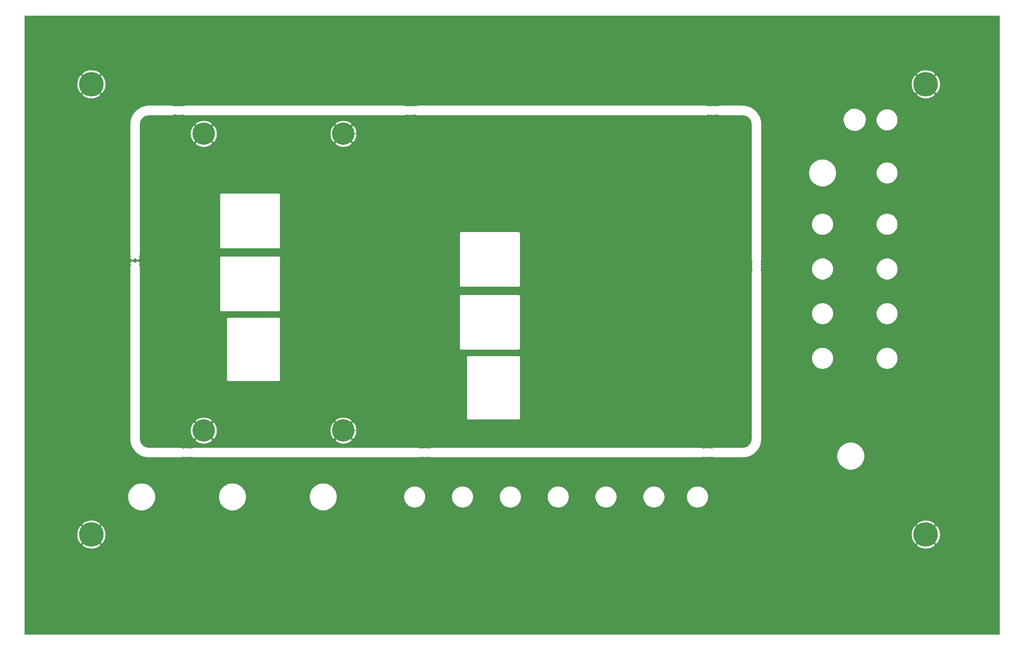
<source format=gbr>
%TF.GenerationSoftware,KiCad,Pcbnew,(5.1.5)-3*%
%TF.CreationDate,2020-09-07T19:44:54+02:00*%
%TF.ProjectId,fusion,66757369-6f6e-42e6-9b69-6361645f7063,rev?*%
%TF.SameCoordinates,Original*%
%TF.FileFunction,Copper,L1,Top*%
%TF.FilePolarity,Positive*%
%FSLAX46Y46*%
G04 Gerber Fmt 4.6, Leading zero omitted, Abs format (unit mm)*
G04 Created by KiCad (PCBNEW (5.1.5)-3) date 2020-09-07 19:44:54*
%MOMM*%
%LPD*%
G04 APERTURE LIST*
%ADD10C,7.000000*%
%ADD11C,6.400000*%
%ADD12C,0.800000*%
%ADD13C,0.250000*%
%ADD14C,0.254000*%
G04 APERTURE END LIST*
D10*
X38800000Y-38800000D03*
X277800000Y-38800000D03*
X38800000Y-167800000D03*
X277800000Y-167800000D03*
D11*
X71000000Y-53000000D03*
X111000000Y-53000000D03*
X111000000Y-138000000D03*
X71000000Y-138000000D03*
D12*
X217800000Y-48800000D03*
X62800000Y-47800000D03*
X295800000Y-175800000D03*
X295800000Y-165800000D03*
X295800000Y-155800000D03*
X295800000Y-145800000D03*
X295800000Y-135800000D03*
X295800000Y-125800000D03*
X295800000Y-115800000D03*
X295800000Y-105800000D03*
X295800000Y-95800000D03*
X295800000Y-85800000D03*
X295800000Y-75800000D03*
X295800000Y-65800000D03*
X295800000Y-55800000D03*
X295800000Y-45800000D03*
X295800000Y-35800000D03*
X295800000Y-185800000D03*
X295800000Y-25800000D03*
X289800000Y-35800000D03*
X289800000Y-45800000D03*
X289800000Y-55800000D03*
X289800000Y-65800000D03*
X289800000Y-75800000D03*
X289800000Y-85800000D03*
X289800000Y-95800000D03*
X289800000Y-105800000D03*
X289800000Y-115800000D03*
X289800000Y-125800000D03*
X289800000Y-135800000D03*
X289800000Y-145800000D03*
X289800000Y-155800000D03*
X289800000Y-165800000D03*
X289800000Y-175800000D03*
X289800000Y-25800000D03*
X289800000Y-185800000D03*
X65147826Y-190800000D03*
X75495652Y-190800000D03*
X85843478Y-190800000D03*
X96191304Y-190800000D03*
X106539130Y-190800000D03*
X116886956Y-190800000D03*
X127234782Y-190800000D03*
X137582608Y-190800000D03*
X147930434Y-190800000D03*
X158278260Y-190800000D03*
X168626086Y-190800000D03*
X178973913Y-190800000D03*
X189321739Y-190800000D03*
X199669565Y-190800000D03*
X210017391Y-190800000D03*
X220365217Y-190800000D03*
X230713043Y-190800000D03*
X241060869Y-190800000D03*
X251408695Y-190800000D03*
X261756521Y-190800000D03*
X272104347Y-190800000D03*
X282452173Y-190800000D03*
X54800000Y-190800000D03*
X292800000Y-190800000D03*
X282452173Y-180800000D03*
X272104347Y-180800000D03*
X261756521Y-180800000D03*
X251408695Y-180800000D03*
X241060869Y-180800000D03*
X230713043Y-180800000D03*
X220365217Y-180800000D03*
X210017391Y-180800000D03*
X199669565Y-180800000D03*
X189321739Y-180800000D03*
X178973913Y-180800000D03*
X168626086Y-180800000D03*
X158278260Y-180800000D03*
X147930434Y-180800000D03*
X137582608Y-180800000D03*
X127234782Y-180800000D03*
X116886956Y-180800000D03*
X106539130Y-180800000D03*
X96191304Y-180800000D03*
X85843478Y-180800000D03*
X75495652Y-180800000D03*
X65147826Y-180800000D03*
X292800000Y-180800000D03*
X54800000Y-180800000D03*
X166000000Y-51000000D03*
X161000000Y-51000000D03*
X156000000Y-51000000D03*
X151000000Y-51000000D03*
X146000000Y-51000000D03*
X171000000Y-51000000D03*
X141000000Y-51000000D03*
X146000000Y-55000000D03*
X151000000Y-55000000D03*
X156000000Y-55000000D03*
X161000000Y-55000000D03*
X166000000Y-55000000D03*
X166000000Y-136000000D03*
X161000000Y-136000000D03*
X156000000Y-136000000D03*
X151000000Y-136000000D03*
X146000000Y-136000000D03*
X141000000Y-136000000D03*
X146000000Y-140000000D03*
X151000000Y-140000000D03*
X156000000Y-140000000D03*
X161000000Y-140000000D03*
X166000000Y-140000000D03*
X141000000Y-140000000D03*
X143000000Y-128000000D03*
X143000000Y-123000000D03*
X143000000Y-118000000D03*
X143000000Y-113000000D03*
X143000000Y-108000000D03*
X143000000Y-103000000D03*
X143000000Y-98000000D03*
X143000000Y-93000000D03*
X143000000Y-88000000D03*
X143000000Y-83000000D03*
X143000000Y-78000000D03*
X143000000Y-73000000D03*
X143000000Y-68000000D03*
X143000000Y-63000000D03*
X143000000Y-58000000D03*
X143000000Y-133000000D03*
X139000000Y-58000000D03*
X139000000Y-63000000D03*
X139000000Y-68000000D03*
X139000000Y-73000000D03*
X139000000Y-78000000D03*
X139000000Y-83000000D03*
X139000000Y-88000000D03*
X139000000Y-93000000D03*
X139000000Y-98000000D03*
X139000000Y-103000000D03*
X139000000Y-108000000D03*
X139000000Y-113000000D03*
X139000000Y-118000000D03*
X139000000Y-123000000D03*
X139000000Y-128000000D03*
X139000000Y-53000000D03*
X139000000Y-133000000D03*
X173000000Y-133000000D03*
X173000000Y-128000000D03*
X173000000Y-123000000D03*
X173000000Y-118000000D03*
X173000000Y-113000000D03*
X173000000Y-108000000D03*
X173000000Y-103000000D03*
X173000000Y-98000000D03*
X173000000Y-93000000D03*
X173000000Y-88000000D03*
X173000000Y-83000000D03*
X173000000Y-78000000D03*
X173000000Y-73000000D03*
X173000000Y-68000000D03*
X173000000Y-63000000D03*
X173000000Y-58000000D03*
X173000000Y-138000000D03*
X173000000Y-53000000D03*
X169000000Y-58000000D03*
X169000000Y-63000000D03*
X169000000Y-68000000D03*
X169000000Y-73000000D03*
X169000000Y-78000000D03*
X169000000Y-83000000D03*
X169000000Y-88000000D03*
X169000000Y-93000000D03*
X169000000Y-98000000D03*
X169000000Y-103000000D03*
X169000000Y-108000000D03*
X169000000Y-113000000D03*
X169000000Y-118000000D03*
X169000000Y-123000000D03*
X169000000Y-128000000D03*
X169000000Y-133000000D03*
D13*
X171000000Y-138000000D02*
X141000000Y-138000000D01*
X171000000Y-53000000D02*
X171000000Y-138000000D01*
X141000000Y-138000000D02*
X111000000Y-138000000D01*
X141000000Y-53000000D02*
X141000000Y-133000000D01*
X141000000Y-53000000D02*
X171000000Y-53000000D01*
X111000000Y-53000000D02*
X141000000Y-53000000D01*
D14*
G36*
X298823000Y-196323000D02*
G01*
X19777000Y-196323000D01*
X19777000Y-170714155D01*
X36065450Y-170714155D01*
X36461634Y-171234550D01*
X37176612Y-171624748D01*
X37953976Y-171867964D01*
X38763853Y-171954851D01*
X39575118Y-171882069D01*
X40356597Y-171652415D01*
X41078256Y-171274715D01*
X41138366Y-171234550D01*
X41534550Y-170714155D01*
X275065450Y-170714155D01*
X275461634Y-171234550D01*
X276176612Y-171624748D01*
X276953976Y-171867964D01*
X277763853Y-171954851D01*
X278575118Y-171882069D01*
X279356597Y-171652415D01*
X280078256Y-171274715D01*
X280138366Y-171234550D01*
X280534550Y-170714155D01*
X277800000Y-167979605D01*
X275065450Y-170714155D01*
X41534550Y-170714155D01*
X38800000Y-167979605D01*
X36065450Y-170714155D01*
X19777000Y-170714155D01*
X19777000Y-167763853D01*
X34645149Y-167763853D01*
X34717931Y-168575118D01*
X34947585Y-169356597D01*
X35325285Y-170078256D01*
X35365450Y-170138366D01*
X35885845Y-170534550D01*
X38620395Y-167800000D01*
X38979605Y-167800000D01*
X41714155Y-170534550D01*
X42234550Y-170138366D01*
X42624748Y-169423388D01*
X42867964Y-168646024D01*
X42954851Y-167836147D01*
X42948366Y-167763853D01*
X273645149Y-167763853D01*
X273717931Y-168575118D01*
X273947585Y-169356597D01*
X274325285Y-170078256D01*
X274365450Y-170138366D01*
X274885845Y-170534550D01*
X277620395Y-167800000D01*
X277979605Y-167800000D01*
X280714155Y-170534550D01*
X281234550Y-170138366D01*
X281624748Y-169423388D01*
X281867964Y-168646024D01*
X281954851Y-167836147D01*
X281882069Y-167024882D01*
X281652415Y-166243403D01*
X281274715Y-165521744D01*
X281234550Y-165461634D01*
X280714155Y-165065450D01*
X277979605Y-167800000D01*
X277620395Y-167800000D01*
X274885845Y-165065450D01*
X274365450Y-165461634D01*
X273975252Y-166176612D01*
X273732036Y-166953976D01*
X273645149Y-167763853D01*
X42948366Y-167763853D01*
X42882069Y-167024882D01*
X42652415Y-166243403D01*
X42274715Y-165521744D01*
X42234550Y-165461634D01*
X41714155Y-165065450D01*
X38979605Y-167800000D01*
X38620395Y-167800000D01*
X35885845Y-165065450D01*
X35365450Y-165461634D01*
X34975252Y-166176612D01*
X34732036Y-166953976D01*
X34645149Y-167763853D01*
X19777000Y-167763853D01*
X19777000Y-164885845D01*
X36065450Y-164885845D01*
X38800000Y-167620395D01*
X41534550Y-164885845D01*
X275065450Y-164885845D01*
X277800000Y-167620395D01*
X280534550Y-164885845D01*
X280138366Y-164365450D01*
X279423388Y-163975252D01*
X278646024Y-163732036D01*
X277836147Y-163645149D01*
X277024882Y-163717931D01*
X276243403Y-163947585D01*
X275521744Y-164325285D01*
X275461634Y-164365450D01*
X275065450Y-164885845D01*
X41534550Y-164885845D01*
X41138366Y-164365450D01*
X40423388Y-163975252D01*
X39646024Y-163732036D01*
X38836147Y-163645149D01*
X38024882Y-163717931D01*
X37243403Y-163947585D01*
X36521744Y-164325285D01*
X36461634Y-164365450D01*
X36065450Y-164885845D01*
X19777000Y-164885845D01*
X19777000Y-156607245D01*
X49212295Y-156607245D01*
X49212295Y-157392755D01*
X49365540Y-158163171D01*
X49666141Y-158888887D01*
X50102547Y-159542014D01*
X50657986Y-160097453D01*
X51311113Y-160533859D01*
X52036829Y-160834460D01*
X52807245Y-160987705D01*
X53592755Y-160987705D01*
X54363171Y-160834460D01*
X55088887Y-160533859D01*
X55742014Y-160097453D01*
X56297453Y-159542014D01*
X56733859Y-158888887D01*
X57034460Y-158163171D01*
X57187705Y-157392755D01*
X57187705Y-156607245D01*
X75212295Y-156607245D01*
X75212295Y-157392755D01*
X75365540Y-158163171D01*
X75666141Y-158888887D01*
X76102547Y-159542014D01*
X76657986Y-160097453D01*
X77311113Y-160533859D01*
X78036829Y-160834460D01*
X78807245Y-160987705D01*
X79592755Y-160987705D01*
X80363171Y-160834460D01*
X81088887Y-160533859D01*
X81742014Y-160097453D01*
X82297453Y-159542014D01*
X82733859Y-158888887D01*
X83034460Y-158163171D01*
X83187705Y-157392755D01*
X83187705Y-156607245D01*
X101212295Y-156607245D01*
X101212295Y-157392755D01*
X101365540Y-158163171D01*
X101666141Y-158888887D01*
X102102547Y-159542014D01*
X102657986Y-160097453D01*
X103311113Y-160533859D01*
X104036829Y-160834460D01*
X104807245Y-160987705D01*
X105592755Y-160987705D01*
X106363171Y-160834460D01*
X107088887Y-160533859D01*
X107742014Y-160097453D01*
X108297453Y-159542014D01*
X108733859Y-158888887D01*
X109034460Y-158163171D01*
X109187705Y-157392755D01*
X109187705Y-156690560D01*
X128258202Y-156690560D01*
X128258202Y-157309440D01*
X128378939Y-157916429D01*
X128615775Y-158488199D01*
X128959606Y-159002780D01*
X129397220Y-159440394D01*
X129911801Y-159784225D01*
X130483571Y-160021061D01*
X131090560Y-160141798D01*
X131709440Y-160141798D01*
X132316429Y-160021061D01*
X132888199Y-159784225D01*
X133402780Y-159440394D01*
X133840394Y-159002780D01*
X134184225Y-158488199D01*
X134421061Y-157916429D01*
X134541798Y-157309440D01*
X134541798Y-156690560D01*
X141958202Y-156690560D01*
X141958202Y-157309440D01*
X142078939Y-157916429D01*
X142315775Y-158488199D01*
X142659606Y-159002780D01*
X143097220Y-159440394D01*
X143611801Y-159784225D01*
X144183571Y-160021061D01*
X144790560Y-160141798D01*
X145409440Y-160141798D01*
X146016429Y-160021061D01*
X146588199Y-159784225D01*
X147102780Y-159440394D01*
X147540394Y-159002780D01*
X147884225Y-158488199D01*
X148121061Y-157916429D01*
X148241798Y-157309440D01*
X148241798Y-156690560D01*
X155658202Y-156690560D01*
X155658202Y-157309440D01*
X155778939Y-157916429D01*
X156015775Y-158488199D01*
X156359606Y-159002780D01*
X156797220Y-159440394D01*
X157311801Y-159784225D01*
X157883571Y-160021061D01*
X158490560Y-160141798D01*
X159109440Y-160141798D01*
X159716429Y-160021061D01*
X160288199Y-159784225D01*
X160802780Y-159440394D01*
X161240394Y-159002780D01*
X161584225Y-158488199D01*
X161821061Y-157916429D01*
X161941798Y-157309440D01*
X161941798Y-156690560D01*
X169358202Y-156690560D01*
X169358202Y-157309440D01*
X169478939Y-157916429D01*
X169715775Y-158488199D01*
X170059606Y-159002780D01*
X170497220Y-159440394D01*
X171011801Y-159784225D01*
X171583571Y-160021061D01*
X172190560Y-160141798D01*
X172809440Y-160141798D01*
X173416429Y-160021061D01*
X173988199Y-159784225D01*
X174502780Y-159440394D01*
X174940394Y-159002780D01*
X175284225Y-158488199D01*
X175521061Y-157916429D01*
X175641798Y-157309440D01*
X175641798Y-156690560D01*
X183058202Y-156690560D01*
X183058202Y-157309440D01*
X183178939Y-157916429D01*
X183415775Y-158488199D01*
X183759606Y-159002780D01*
X184197220Y-159440394D01*
X184711801Y-159784225D01*
X185283571Y-160021061D01*
X185890560Y-160141798D01*
X186509440Y-160141798D01*
X187116429Y-160021061D01*
X187688199Y-159784225D01*
X188202780Y-159440394D01*
X188640394Y-159002780D01*
X188984225Y-158488199D01*
X189221061Y-157916429D01*
X189341798Y-157309440D01*
X189341798Y-156690560D01*
X196758202Y-156690560D01*
X196758202Y-157309440D01*
X196878939Y-157916429D01*
X197115775Y-158488199D01*
X197459606Y-159002780D01*
X197897220Y-159440394D01*
X198411801Y-159784225D01*
X198983571Y-160021061D01*
X199590560Y-160141798D01*
X200209440Y-160141798D01*
X200816429Y-160021061D01*
X201388199Y-159784225D01*
X201902780Y-159440394D01*
X202340394Y-159002780D01*
X202684225Y-158488199D01*
X202921061Y-157916429D01*
X203041798Y-157309440D01*
X203041798Y-156690560D01*
X209258202Y-156690560D01*
X209258202Y-157309440D01*
X209378939Y-157916429D01*
X209615775Y-158488199D01*
X209959606Y-159002780D01*
X210397220Y-159440394D01*
X210911801Y-159784225D01*
X211483571Y-160021061D01*
X212090560Y-160141798D01*
X212709440Y-160141798D01*
X213316429Y-160021061D01*
X213888199Y-159784225D01*
X214402780Y-159440394D01*
X214840394Y-159002780D01*
X215184225Y-158488199D01*
X215421061Y-157916429D01*
X215541798Y-157309440D01*
X215541798Y-156690560D01*
X215421061Y-156083571D01*
X215184225Y-155511801D01*
X214840394Y-154997220D01*
X214402780Y-154559606D01*
X213888199Y-154215775D01*
X213316429Y-153978939D01*
X212709440Y-153858202D01*
X212090560Y-153858202D01*
X211483571Y-153978939D01*
X210911801Y-154215775D01*
X210397220Y-154559606D01*
X209959606Y-154997220D01*
X209615775Y-155511801D01*
X209378939Y-156083571D01*
X209258202Y-156690560D01*
X203041798Y-156690560D01*
X202921061Y-156083571D01*
X202684225Y-155511801D01*
X202340394Y-154997220D01*
X201902780Y-154559606D01*
X201388199Y-154215775D01*
X200816429Y-153978939D01*
X200209440Y-153858202D01*
X199590560Y-153858202D01*
X198983571Y-153978939D01*
X198411801Y-154215775D01*
X197897220Y-154559606D01*
X197459606Y-154997220D01*
X197115775Y-155511801D01*
X196878939Y-156083571D01*
X196758202Y-156690560D01*
X189341798Y-156690560D01*
X189221061Y-156083571D01*
X188984225Y-155511801D01*
X188640394Y-154997220D01*
X188202780Y-154559606D01*
X187688199Y-154215775D01*
X187116429Y-153978939D01*
X186509440Y-153858202D01*
X185890560Y-153858202D01*
X185283571Y-153978939D01*
X184711801Y-154215775D01*
X184197220Y-154559606D01*
X183759606Y-154997220D01*
X183415775Y-155511801D01*
X183178939Y-156083571D01*
X183058202Y-156690560D01*
X175641798Y-156690560D01*
X175521061Y-156083571D01*
X175284225Y-155511801D01*
X174940394Y-154997220D01*
X174502780Y-154559606D01*
X173988199Y-154215775D01*
X173416429Y-153978939D01*
X172809440Y-153858202D01*
X172190560Y-153858202D01*
X171583571Y-153978939D01*
X171011801Y-154215775D01*
X170497220Y-154559606D01*
X170059606Y-154997220D01*
X169715775Y-155511801D01*
X169478939Y-156083571D01*
X169358202Y-156690560D01*
X161941798Y-156690560D01*
X161821061Y-156083571D01*
X161584225Y-155511801D01*
X161240394Y-154997220D01*
X160802780Y-154559606D01*
X160288199Y-154215775D01*
X159716429Y-153978939D01*
X159109440Y-153858202D01*
X158490560Y-153858202D01*
X157883571Y-153978939D01*
X157311801Y-154215775D01*
X156797220Y-154559606D01*
X156359606Y-154997220D01*
X156015775Y-155511801D01*
X155778939Y-156083571D01*
X155658202Y-156690560D01*
X148241798Y-156690560D01*
X148121061Y-156083571D01*
X147884225Y-155511801D01*
X147540394Y-154997220D01*
X147102780Y-154559606D01*
X146588199Y-154215775D01*
X146016429Y-153978939D01*
X145409440Y-153858202D01*
X144790560Y-153858202D01*
X144183571Y-153978939D01*
X143611801Y-154215775D01*
X143097220Y-154559606D01*
X142659606Y-154997220D01*
X142315775Y-155511801D01*
X142078939Y-156083571D01*
X141958202Y-156690560D01*
X134541798Y-156690560D01*
X134421061Y-156083571D01*
X134184225Y-155511801D01*
X133840394Y-154997220D01*
X133402780Y-154559606D01*
X132888199Y-154215775D01*
X132316429Y-153978939D01*
X131709440Y-153858202D01*
X131090560Y-153858202D01*
X130483571Y-153978939D01*
X129911801Y-154215775D01*
X129397220Y-154559606D01*
X128959606Y-154997220D01*
X128615775Y-155511801D01*
X128378939Y-156083571D01*
X128258202Y-156690560D01*
X109187705Y-156690560D01*
X109187705Y-156607245D01*
X109034460Y-155836829D01*
X108733859Y-155111113D01*
X108297453Y-154457986D01*
X107742014Y-153902547D01*
X107088887Y-153466141D01*
X106363171Y-153165540D01*
X105592755Y-153012295D01*
X104807245Y-153012295D01*
X104036829Y-153165540D01*
X103311113Y-153466141D01*
X102657986Y-153902547D01*
X102102547Y-154457986D01*
X101666141Y-155111113D01*
X101365540Y-155836829D01*
X101212295Y-156607245D01*
X83187705Y-156607245D01*
X83034460Y-155836829D01*
X82733859Y-155111113D01*
X82297453Y-154457986D01*
X81742014Y-153902547D01*
X81088887Y-153466141D01*
X80363171Y-153165540D01*
X79592755Y-153012295D01*
X78807245Y-153012295D01*
X78036829Y-153165540D01*
X77311113Y-153466141D01*
X76657986Y-153902547D01*
X76102547Y-154457986D01*
X75666141Y-155111113D01*
X75365540Y-155836829D01*
X75212295Y-156607245D01*
X57187705Y-156607245D01*
X57034460Y-155836829D01*
X56733859Y-155111113D01*
X56297453Y-154457986D01*
X55742014Y-153902547D01*
X55088887Y-153466141D01*
X54363171Y-153165540D01*
X53592755Y-153012295D01*
X52807245Y-153012295D01*
X52036829Y-153165540D01*
X51311113Y-153466141D01*
X50657986Y-153902547D01*
X50102547Y-154457986D01*
X49666141Y-155111113D01*
X49365540Y-155836829D01*
X49212295Y-156607245D01*
X19777000Y-156607245D01*
X19777000Y-87324652D01*
X49798000Y-87324652D01*
X49800493Y-87349965D01*
X49800493Y-87362949D01*
X49801226Y-87369919D01*
X49822980Y-87563869D01*
X49832438Y-87608364D01*
X49841278Y-87653008D01*
X49843351Y-87659704D01*
X49902364Y-87845734D01*
X49920289Y-87887554D01*
X49937626Y-87929617D01*
X49940959Y-87935783D01*
X50034981Y-88106808D01*
X50035301Y-88107276D01*
X50024140Y-88118437D01*
X49950050Y-88229320D01*
X49899016Y-88352526D01*
X49873000Y-88483321D01*
X49873000Y-88616679D01*
X49899016Y-88747474D01*
X49950050Y-88870680D01*
X50024140Y-88981563D01*
X50118437Y-89075860D01*
X50229320Y-89149950D01*
X50352526Y-89200984D01*
X50483321Y-89227000D01*
X50616679Y-89227000D01*
X50747474Y-89200984D01*
X50870680Y-89149950D01*
X50981563Y-89075860D01*
X51075860Y-88981563D01*
X51149950Y-88870680D01*
X51182251Y-88792699D01*
X51261481Y-88799910D01*
X51306981Y-88799592D01*
X51352480Y-88799910D01*
X51359456Y-88799226D01*
X51417908Y-88793082D01*
X51450050Y-88870680D01*
X51524140Y-88981563D01*
X51618437Y-89075860D01*
X51729320Y-89149950D01*
X51852526Y-89200984D01*
X51983321Y-89227000D01*
X52116679Y-89227000D01*
X52247474Y-89200984D01*
X52370680Y-89149950D01*
X52481563Y-89075860D01*
X52575860Y-88981563D01*
X52649950Y-88870680D01*
X52700984Y-88747474D01*
X52727000Y-88616679D01*
X52727000Y-88483321D01*
X52722362Y-88460000D01*
X75545813Y-88460000D01*
X75548001Y-88482215D01*
X75548000Y-103437795D01*
X75545813Y-103460000D01*
X75554540Y-103548607D01*
X75580386Y-103633810D01*
X75622357Y-103712333D01*
X75678841Y-103781159D01*
X75747667Y-103837643D01*
X75826190Y-103879614D01*
X75911393Y-103905460D01*
X76000000Y-103914187D01*
X76022205Y-103912000D01*
X92477795Y-103912000D01*
X92500000Y-103914187D01*
X92522205Y-103912000D01*
X92588607Y-103905460D01*
X92673810Y-103879614D01*
X92752333Y-103837643D01*
X92821159Y-103781159D01*
X92877643Y-103712333D01*
X92919614Y-103633810D01*
X92945460Y-103548607D01*
X92954187Y-103460000D01*
X92952000Y-103437795D01*
X92952000Y-99460000D01*
X144245813Y-99460000D01*
X144248001Y-99482215D01*
X144248000Y-114437795D01*
X144245813Y-114460000D01*
X144254540Y-114548607D01*
X144280386Y-114633810D01*
X144322357Y-114712333D01*
X144378841Y-114781159D01*
X144447667Y-114837643D01*
X144526190Y-114879614D01*
X144611393Y-114905460D01*
X144700000Y-114914187D01*
X144722205Y-114912000D01*
X161177795Y-114912000D01*
X161200000Y-114914187D01*
X161222205Y-114912000D01*
X161288607Y-114905460D01*
X161373810Y-114879614D01*
X161452333Y-114837643D01*
X161521159Y-114781159D01*
X161577643Y-114712333D01*
X161619614Y-114633810D01*
X161645460Y-114548607D01*
X161654187Y-114460000D01*
X161652000Y-114437795D01*
X161652000Y-99482205D01*
X161654187Y-99460000D01*
X161645460Y-99371393D01*
X161619614Y-99286190D01*
X161577643Y-99207667D01*
X161521159Y-99138841D01*
X161452333Y-99082357D01*
X161373810Y-99040386D01*
X161288607Y-99014540D01*
X161222205Y-99008000D01*
X161200000Y-99005813D01*
X161177795Y-99008000D01*
X144722205Y-99008000D01*
X144700000Y-99005813D01*
X144677795Y-99008000D01*
X144611393Y-99014540D01*
X144526190Y-99040386D01*
X144447667Y-99082357D01*
X144378841Y-99138841D01*
X144322357Y-99207667D01*
X144280386Y-99286190D01*
X144254540Y-99371393D01*
X144245813Y-99460000D01*
X92952000Y-99460000D01*
X92952000Y-88482205D01*
X92954187Y-88460000D01*
X92945460Y-88371393D01*
X92919614Y-88286190D01*
X92877643Y-88207667D01*
X92821159Y-88138841D01*
X92752333Y-88082357D01*
X92673810Y-88040386D01*
X92588607Y-88014540D01*
X92522205Y-88008000D01*
X92500000Y-88005813D01*
X92477795Y-88008000D01*
X76022205Y-88008000D01*
X76000000Y-88005813D01*
X75977795Y-88008000D01*
X75911393Y-88014540D01*
X75826190Y-88040386D01*
X75747667Y-88082357D01*
X75678841Y-88138841D01*
X75622357Y-88207667D01*
X75580386Y-88286190D01*
X75554540Y-88371393D01*
X75545813Y-88460000D01*
X52722362Y-88460000D01*
X52700984Y-88352526D01*
X52649950Y-88229320D01*
X52575860Y-88118437D01*
X52564629Y-88107206D01*
X52572827Y-88095232D01*
X52576161Y-88089066D01*
X52667786Y-87916744D01*
X52685116Y-87874698D01*
X52703048Y-87832859D01*
X52705120Y-87826164D01*
X52761530Y-87639327D01*
X52770375Y-87594655D01*
X52779826Y-87550192D01*
X52780559Y-87543221D01*
X52799604Y-87348988D01*
X52799604Y-87348981D01*
X52802000Y-87324653D01*
X52802000Y-70460000D01*
X75545813Y-70460000D01*
X75548001Y-70482215D01*
X75548000Y-85437795D01*
X75545813Y-85460000D01*
X75554540Y-85548607D01*
X75580386Y-85633810D01*
X75622357Y-85712333D01*
X75678841Y-85781159D01*
X75747667Y-85837643D01*
X75826190Y-85879614D01*
X75911393Y-85905460D01*
X76000000Y-85914187D01*
X76022205Y-85912000D01*
X92477795Y-85912000D01*
X92500000Y-85914187D01*
X92522205Y-85912000D01*
X92588607Y-85905460D01*
X92673810Y-85879614D01*
X92752333Y-85837643D01*
X92821159Y-85781159D01*
X92877643Y-85712333D01*
X92919614Y-85633810D01*
X92945460Y-85548607D01*
X92954187Y-85460000D01*
X92952000Y-85437795D01*
X92952000Y-81460000D01*
X144245813Y-81460000D01*
X144248001Y-81482215D01*
X144248000Y-96437795D01*
X144245813Y-96460000D01*
X144254540Y-96548607D01*
X144280386Y-96633810D01*
X144322357Y-96712333D01*
X144378841Y-96781159D01*
X144447667Y-96837643D01*
X144526190Y-96879614D01*
X144611393Y-96905460D01*
X144700000Y-96914187D01*
X144722205Y-96912000D01*
X161177795Y-96912000D01*
X161200000Y-96914187D01*
X161222205Y-96912000D01*
X161288607Y-96905460D01*
X161373810Y-96879614D01*
X161452333Y-96837643D01*
X161521159Y-96781159D01*
X161577643Y-96712333D01*
X161619614Y-96633810D01*
X161645460Y-96548607D01*
X161654187Y-96460000D01*
X161652000Y-96437795D01*
X161652000Y-81482205D01*
X161654187Y-81460000D01*
X161645460Y-81371393D01*
X161619614Y-81286190D01*
X161577643Y-81207667D01*
X161521159Y-81138841D01*
X161452333Y-81082357D01*
X161373810Y-81040386D01*
X161288607Y-81014540D01*
X161222205Y-81008000D01*
X161200000Y-81005813D01*
X161177795Y-81008000D01*
X144722205Y-81008000D01*
X144700000Y-81005813D01*
X144677795Y-81008000D01*
X144611393Y-81014540D01*
X144526190Y-81040386D01*
X144447667Y-81082357D01*
X144378841Y-81138841D01*
X144322357Y-81207667D01*
X144280386Y-81286190D01*
X144254540Y-81371393D01*
X144245813Y-81460000D01*
X92952000Y-81460000D01*
X92952000Y-70482205D01*
X92954187Y-70460000D01*
X92945460Y-70371393D01*
X92919614Y-70286190D01*
X92877643Y-70207667D01*
X92821159Y-70138841D01*
X92752333Y-70082357D01*
X92673810Y-70040386D01*
X92588607Y-70014540D01*
X92522205Y-70008000D01*
X92500000Y-70005813D01*
X92477795Y-70008000D01*
X76022205Y-70008000D01*
X76000000Y-70005813D01*
X75977795Y-70008000D01*
X75911393Y-70014540D01*
X75826190Y-70040386D01*
X75747667Y-70082357D01*
X75678841Y-70138841D01*
X75622357Y-70207667D01*
X75580386Y-70286190D01*
X75554540Y-70371393D01*
X75545813Y-70460000D01*
X52802000Y-70460000D01*
X52802000Y-55700881D01*
X68478724Y-55700881D01*
X68838912Y-56190548D01*
X69502882Y-56550849D01*
X70224385Y-56774694D01*
X70975695Y-56853480D01*
X71727938Y-56784178D01*
X72452208Y-56569452D01*
X73120670Y-56217555D01*
X73161088Y-56190548D01*
X73521276Y-55700881D01*
X108478724Y-55700881D01*
X108838912Y-56190548D01*
X109502882Y-56550849D01*
X110224385Y-56774694D01*
X110975695Y-56853480D01*
X111727938Y-56784178D01*
X112452208Y-56569452D01*
X113120670Y-56217555D01*
X113161088Y-56190548D01*
X113521276Y-55700881D01*
X111000000Y-53179605D01*
X108478724Y-55700881D01*
X73521276Y-55700881D01*
X71000000Y-53179605D01*
X68478724Y-55700881D01*
X52802000Y-55700881D01*
X52802000Y-52975695D01*
X67146520Y-52975695D01*
X67215822Y-53727938D01*
X67430548Y-54452208D01*
X67782445Y-55120670D01*
X67809452Y-55161088D01*
X68299119Y-55521276D01*
X70820395Y-53000000D01*
X71179605Y-53000000D01*
X73700881Y-55521276D01*
X74190548Y-55161088D01*
X74550849Y-54497118D01*
X74774694Y-53775615D01*
X74853480Y-53024305D01*
X74849002Y-52975695D01*
X107146520Y-52975695D01*
X107215822Y-53727938D01*
X107430548Y-54452208D01*
X107782445Y-55120670D01*
X107809452Y-55161088D01*
X108299119Y-55521276D01*
X110820395Y-53000000D01*
X111179605Y-53000000D01*
X113700881Y-55521276D01*
X114190548Y-55161088D01*
X114550849Y-54497118D01*
X114774694Y-53775615D01*
X114853480Y-53024305D01*
X114784178Y-52272062D01*
X114569452Y-51547792D01*
X114217555Y-50879330D01*
X114190548Y-50838912D01*
X113700881Y-50478724D01*
X111179605Y-53000000D01*
X110820395Y-53000000D01*
X108299119Y-50478724D01*
X107809452Y-50838912D01*
X107449151Y-51502882D01*
X107225306Y-52224385D01*
X107146520Y-52975695D01*
X74849002Y-52975695D01*
X74784178Y-52272062D01*
X74569452Y-51547792D01*
X74217555Y-50879330D01*
X74190548Y-50838912D01*
X73700881Y-50478724D01*
X71179605Y-53000000D01*
X70820395Y-53000000D01*
X68299119Y-50478724D01*
X67809452Y-50838912D01*
X67449151Y-51502882D01*
X67225306Y-52224385D01*
X67146520Y-52975695D01*
X52802000Y-52975695D01*
X52802000Y-50324551D01*
X52804493Y-50299119D01*
X68478724Y-50299119D01*
X71000000Y-52820395D01*
X73521276Y-50299119D01*
X108478724Y-50299119D01*
X111000000Y-52820395D01*
X113521276Y-50299119D01*
X113161088Y-49809452D01*
X112497118Y-49449151D01*
X111775615Y-49225306D01*
X111024305Y-49146520D01*
X110272062Y-49215822D01*
X109547792Y-49430548D01*
X108879330Y-49782445D01*
X108838912Y-49809452D01*
X108478724Y-50299119D01*
X73521276Y-50299119D01*
X73161088Y-49809452D01*
X72497118Y-49449151D01*
X71775615Y-49225306D01*
X71024305Y-49146520D01*
X70272062Y-49215822D01*
X69547792Y-49430548D01*
X68879330Y-49782445D01*
X68838912Y-49809452D01*
X68478724Y-50299119D01*
X52804493Y-50299119D01*
X52851936Y-49815269D01*
X52992709Y-49349005D01*
X53221367Y-48918960D01*
X53529200Y-48541521D01*
X53904480Y-48231061D01*
X54332918Y-47999406D01*
X54798189Y-47855379D01*
X55306059Y-47802000D01*
X61824653Y-47802000D01*
X61849966Y-47799507D01*
X61862949Y-47799507D01*
X61869919Y-47798774D01*
X62063869Y-47777020D01*
X62108364Y-47767562D01*
X62153008Y-47758722D01*
X62159704Y-47756649D01*
X62345734Y-47697636D01*
X62387554Y-47679711D01*
X62429617Y-47662374D01*
X62435783Y-47659041D01*
X62606808Y-47565019D01*
X62607276Y-47564699D01*
X62618437Y-47575860D01*
X62729320Y-47649950D01*
X62852526Y-47700984D01*
X62983321Y-47727000D01*
X63116679Y-47727000D01*
X63247474Y-47700984D01*
X63370680Y-47649950D01*
X63425000Y-47613654D01*
X63479320Y-47649950D01*
X63602526Y-47700984D01*
X63733321Y-47727000D01*
X63866679Y-47727000D01*
X63997474Y-47700984D01*
X64120680Y-47649950D01*
X64175000Y-47613654D01*
X64229320Y-47649950D01*
X64352526Y-47700984D01*
X64483321Y-47727000D01*
X64616679Y-47727000D01*
X64747474Y-47700984D01*
X64870680Y-47649950D01*
X64981563Y-47575860D01*
X64992794Y-47564629D01*
X65004768Y-47572827D01*
X65010934Y-47576161D01*
X65183256Y-47667786D01*
X65225302Y-47685116D01*
X65267141Y-47703048D01*
X65273836Y-47705120D01*
X65460673Y-47761530D01*
X65505345Y-47770375D01*
X65549808Y-47779826D01*
X65556779Y-47780559D01*
X65751012Y-47799604D01*
X65751019Y-47799604D01*
X65775347Y-47802000D01*
X128324653Y-47802000D01*
X128349966Y-47799507D01*
X128362949Y-47799507D01*
X128369919Y-47798774D01*
X128563869Y-47777020D01*
X128608364Y-47767562D01*
X128653008Y-47758722D01*
X128659704Y-47756649D01*
X128845734Y-47697636D01*
X128887554Y-47679711D01*
X128929617Y-47662374D01*
X128935783Y-47659041D01*
X129106808Y-47565019D01*
X129107276Y-47564699D01*
X129118437Y-47575860D01*
X129229320Y-47649950D01*
X129352526Y-47700984D01*
X129483321Y-47727000D01*
X129616679Y-47727000D01*
X129747474Y-47700984D01*
X129870680Y-47649950D01*
X129925000Y-47613654D01*
X129979320Y-47649950D01*
X130102526Y-47700984D01*
X130233321Y-47727000D01*
X130366679Y-47727000D01*
X130497474Y-47700984D01*
X130620680Y-47649950D01*
X130675000Y-47613654D01*
X130729320Y-47649950D01*
X130852526Y-47700984D01*
X130983321Y-47727000D01*
X131116679Y-47727000D01*
X131247474Y-47700984D01*
X131370680Y-47649950D01*
X131481563Y-47575860D01*
X131492794Y-47564629D01*
X131504768Y-47572827D01*
X131510934Y-47576161D01*
X131683256Y-47667786D01*
X131725302Y-47685116D01*
X131767141Y-47703048D01*
X131773836Y-47705120D01*
X131960673Y-47761530D01*
X132005345Y-47770375D01*
X132049808Y-47779826D01*
X132056779Y-47780559D01*
X132251012Y-47799604D01*
X132251019Y-47799604D01*
X132275347Y-47802000D01*
X214824653Y-47802000D01*
X214849966Y-47799507D01*
X214862949Y-47799507D01*
X214869919Y-47798774D01*
X215063869Y-47777020D01*
X215108364Y-47767562D01*
X215153008Y-47758722D01*
X215159704Y-47756649D01*
X215345734Y-47697636D01*
X215387554Y-47679711D01*
X215429617Y-47662374D01*
X215435783Y-47659041D01*
X215606808Y-47565019D01*
X215607276Y-47564699D01*
X215618437Y-47575860D01*
X215729320Y-47649950D01*
X215852526Y-47700984D01*
X215983321Y-47727000D01*
X216116679Y-47727000D01*
X216247474Y-47700984D01*
X216370680Y-47649950D01*
X216425000Y-47613654D01*
X216479320Y-47649950D01*
X216602526Y-47700984D01*
X216733321Y-47727000D01*
X216866679Y-47727000D01*
X216997474Y-47700984D01*
X217120680Y-47649950D01*
X217175000Y-47613654D01*
X217229320Y-47649950D01*
X217352526Y-47700984D01*
X217483321Y-47727000D01*
X217616679Y-47727000D01*
X217747474Y-47700984D01*
X217870680Y-47649950D01*
X217981563Y-47575860D01*
X217992794Y-47564629D01*
X218004768Y-47572827D01*
X218010934Y-47576161D01*
X218183256Y-47667786D01*
X218225302Y-47685116D01*
X218267141Y-47703048D01*
X218273836Y-47705120D01*
X218460673Y-47761530D01*
X218505345Y-47770375D01*
X218549808Y-47779826D01*
X218556779Y-47780559D01*
X218751012Y-47799604D01*
X218751019Y-47799604D01*
X218775347Y-47802000D01*
X225275449Y-47802000D01*
X225784731Y-47851936D01*
X226250995Y-47992709D01*
X226681040Y-48221367D01*
X227058479Y-48529200D01*
X227368939Y-48904480D01*
X227600594Y-49332918D01*
X227744621Y-49798189D01*
X227798000Y-50306059D01*
X227798001Y-88824653D01*
X227800493Y-88849956D01*
X227800493Y-88862949D01*
X227801226Y-88869919D01*
X227822980Y-89063869D01*
X227832438Y-89108364D01*
X227841278Y-89153008D01*
X227843351Y-89159704D01*
X227902364Y-89345734D01*
X227920289Y-89387554D01*
X227937626Y-89429617D01*
X227940959Y-89435783D01*
X228034981Y-89606808D01*
X228035301Y-89607276D01*
X228024140Y-89618437D01*
X227950050Y-89729320D01*
X227899016Y-89852526D01*
X227873000Y-89983321D01*
X227873000Y-90116679D01*
X227899016Y-90247474D01*
X227950050Y-90370680D01*
X227986346Y-90425000D01*
X227950050Y-90479320D01*
X227899016Y-90602526D01*
X227873000Y-90733321D01*
X227873000Y-90866679D01*
X227899016Y-90997474D01*
X227950050Y-91120680D01*
X227986346Y-91175000D01*
X227950050Y-91229320D01*
X227899016Y-91352526D01*
X227873000Y-91483321D01*
X227873000Y-91616679D01*
X227899016Y-91747474D01*
X227950050Y-91870680D01*
X228024140Y-91981563D01*
X228035371Y-91992794D01*
X228027173Y-92004768D01*
X228023839Y-92010933D01*
X227932214Y-92183256D01*
X227914895Y-92225276D01*
X227896952Y-92267140D01*
X227894880Y-92273836D01*
X227838471Y-92460672D01*
X227829633Y-92505309D01*
X227820174Y-92549809D01*
X227819441Y-92556779D01*
X227800396Y-92751013D01*
X227800396Y-92751029D01*
X227798001Y-92775347D01*
X227798000Y-140275449D01*
X227748064Y-140784728D01*
X227607291Y-141250993D01*
X227378633Y-141681040D01*
X227070800Y-142058479D01*
X226695517Y-142368940D01*
X226267082Y-142600594D01*
X225801807Y-142744621D01*
X225293941Y-142798000D01*
X217275347Y-142798000D01*
X217250034Y-142800493D01*
X217237051Y-142800493D01*
X217230080Y-142801226D01*
X217036131Y-142822981D01*
X216991673Y-142832431D01*
X216946992Y-142841278D01*
X216940297Y-142843351D01*
X216754266Y-142902364D01*
X216712478Y-142920275D01*
X216670383Y-142937625D01*
X216664217Y-142940959D01*
X216493192Y-143034981D01*
X216492724Y-143035301D01*
X216481563Y-143024140D01*
X216370680Y-142950050D01*
X216247474Y-142899016D01*
X216116679Y-142873000D01*
X215983321Y-142873000D01*
X215852526Y-142899016D01*
X215729320Y-142950050D01*
X215675000Y-142986346D01*
X215620680Y-142950050D01*
X215497474Y-142899016D01*
X215366679Y-142873000D01*
X215233321Y-142873000D01*
X215102526Y-142899016D01*
X214979320Y-142950050D01*
X214925000Y-142986346D01*
X214870680Y-142950050D01*
X214747474Y-142899016D01*
X214616679Y-142873000D01*
X214483321Y-142873000D01*
X214352526Y-142899016D01*
X214229320Y-142950050D01*
X214118437Y-143024140D01*
X214107206Y-143035371D01*
X214095232Y-143027173D01*
X214089067Y-143023839D01*
X213916744Y-142932214D01*
X213874724Y-142914895D01*
X213832860Y-142896952D01*
X213826164Y-142894880D01*
X213639328Y-142838471D01*
X213594677Y-142829630D01*
X213550191Y-142820174D01*
X213543221Y-142819441D01*
X213348987Y-142800396D01*
X213348981Y-142800396D01*
X213324653Y-142798000D01*
X136275347Y-142798000D01*
X136250034Y-142800493D01*
X136237051Y-142800493D01*
X136230080Y-142801226D01*
X136036131Y-142822981D01*
X135991673Y-142832431D01*
X135946992Y-142841278D01*
X135940297Y-142843351D01*
X135754266Y-142902364D01*
X135712478Y-142920275D01*
X135670383Y-142937625D01*
X135664217Y-142940959D01*
X135493192Y-143034981D01*
X135492724Y-143035301D01*
X135481563Y-143024140D01*
X135370680Y-142950050D01*
X135247474Y-142899016D01*
X135116679Y-142873000D01*
X134983321Y-142873000D01*
X134852526Y-142899016D01*
X134729320Y-142950050D01*
X134675000Y-142986346D01*
X134620680Y-142950050D01*
X134497474Y-142899016D01*
X134366679Y-142873000D01*
X134233321Y-142873000D01*
X134102526Y-142899016D01*
X133979320Y-142950050D01*
X133925000Y-142986346D01*
X133870680Y-142950050D01*
X133747474Y-142899016D01*
X133616679Y-142873000D01*
X133483321Y-142873000D01*
X133352526Y-142899016D01*
X133229320Y-142950050D01*
X133118437Y-143024140D01*
X133107206Y-143035371D01*
X133095232Y-143027173D01*
X133089067Y-143023839D01*
X132916744Y-142932214D01*
X132874724Y-142914895D01*
X132832860Y-142896952D01*
X132826164Y-142894880D01*
X132639328Y-142838471D01*
X132594677Y-142829630D01*
X132550191Y-142820174D01*
X132543221Y-142819441D01*
X132348987Y-142800396D01*
X132348981Y-142800396D01*
X132324653Y-142798000D01*
X68275347Y-142798000D01*
X68250034Y-142800493D01*
X68237051Y-142800493D01*
X68230080Y-142801226D01*
X68036131Y-142822981D01*
X67991673Y-142832431D01*
X67946992Y-142841278D01*
X67940297Y-142843351D01*
X67754266Y-142902364D01*
X67712478Y-142920275D01*
X67670383Y-142937625D01*
X67664217Y-142940959D01*
X67493192Y-143034981D01*
X67492724Y-143035301D01*
X67481563Y-143024140D01*
X67370680Y-142950050D01*
X67247474Y-142899016D01*
X67116679Y-142873000D01*
X66983321Y-142873000D01*
X66852526Y-142899016D01*
X66729320Y-142950050D01*
X66675000Y-142986346D01*
X66620680Y-142950050D01*
X66497474Y-142899016D01*
X66366679Y-142873000D01*
X66233321Y-142873000D01*
X66102526Y-142899016D01*
X65979320Y-142950050D01*
X65925000Y-142986346D01*
X65870680Y-142950050D01*
X65747474Y-142899016D01*
X65616679Y-142873000D01*
X65483321Y-142873000D01*
X65352526Y-142899016D01*
X65229320Y-142950050D01*
X65118437Y-143024140D01*
X65107206Y-143035371D01*
X65095232Y-143027173D01*
X65089067Y-143023839D01*
X64916744Y-142932214D01*
X64874724Y-142914895D01*
X64832860Y-142896952D01*
X64826164Y-142894880D01*
X64639328Y-142838471D01*
X64594677Y-142829630D01*
X64550191Y-142820174D01*
X64543221Y-142819441D01*
X64348987Y-142800396D01*
X64348981Y-142800396D01*
X64324653Y-142798000D01*
X55324551Y-142798000D01*
X54815272Y-142748064D01*
X54349007Y-142607291D01*
X53918960Y-142378633D01*
X53541521Y-142070800D01*
X53231060Y-141695517D01*
X52999406Y-141267082D01*
X52855379Y-140801807D01*
X52844772Y-140700881D01*
X68478724Y-140700881D01*
X68838912Y-141190548D01*
X69502882Y-141550849D01*
X70224385Y-141774694D01*
X70975695Y-141853480D01*
X71727938Y-141784178D01*
X72452208Y-141569452D01*
X73120670Y-141217555D01*
X73161088Y-141190548D01*
X73521276Y-140700881D01*
X108478724Y-140700881D01*
X108838912Y-141190548D01*
X109502882Y-141550849D01*
X110224385Y-141774694D01*
X110975695Y-141853480D01*
X111727938Y-141784178D01*
X112452208Y-141569452D01*
X113120670Y-141217555D01*
X113161088Y-141190548D01*
X113521276Y-140700881D01*
X111000000Y-138179605D01*
X108478724Y-140700881D01*
X73521276Y-140700881D01*
X71000000Y-138179605D01*
X68478724Y-140700881D01*
X52844772Y-140700881D01*
X52802000Y-140293941D01*
X52802000Y-137975695D01*
X67146520Y-137975695D01*
X67215822Y-138727938D01*
X67430548Y-139452208D01*
X67782445Y-140120670D01*
X67809452Y-140161088D01*
X68299119Y-140521276D01*
X70820395Y-138000000D01*
X71179605Y-138000000D01*
X73700881Y-140521276D01*
X74190548Y-140161088D01*
X74550849Y-139497118D01*
X74774694Y-138775615D01*
X74853480Y-138024305D01*
X74849002Y-137975695D01*
X107146520Y-137975695D01*
X107215822Y-138727938D01*
X107430548Y-139452208D01*
X107782445Y-140120670D01*
X107809452Y-140161088D01*
X108299119Y-140521276D01*
X110820395Y-138000000D01*
X111179605Y-138000000D01*
X113700881Y-140521276D01*
X114190548Y-140161088D01*
X114550849Y-139497118D01*
X114774694Y-138775615D01*
X114853480Y-138024305D01*
X114784178Y-137272062D01*
X114569452Y-136547792D01*
X114217555Y-135879330D01*
X114190548Y-135838912D01*
X113700881Y-135478724D01*
X111179605Y-138000000D01*
X110820395Y-138000000D01*
X108299119Y-135478724D01*
X107809452Y-135838912D01*
X107449151Y-136502882D01*
X107225306Y-137224385D01*
X107146520Y-137975695D01*
X74849002Y-137975695D01*
X74784178Y-137272062D01*
X74569452Y-136547792D01*
X74217555Y-135879330D01*
X74190548Y-135838912D01*
X73700881Y-135478724D01*
X71179605Y-138000000D01*
X70820395Y-138000000D01*
X68299119Y-135478724D01*
X67809452Y-135838912D01*
X67449151Y-136502882D01*
X67225306Y-137224385D01*
X67146520Y-137975695D01*
X52802000Y-137975695D01*
X52802000Y-135299119D01*
X68478724Y-135299119D01*
X71000000Y-137820395D01*
X73521276Y-135299119D01*
X108478724Y-135299119D01*
X111000000Y-137820395D01*
X113521276Y-135299119D01*
X113161088Y-134809452D01*
X112497118Y-134449151D01*
X111775615Y-134225306D01*
X111024305Y-134146520D01*
X110272062Y-134215822D01*
X109547792Y-134430548D01*
X108879330Y-134782445D01*
X108838912Y-134809452D01*
X108478724Y-135299119D01*
X73521276Y-135299119D01*
X73161088Y-134809452D01*
X72497118Y-134449151D01*
X71775615Y-134225306D01*
X71024305Y-134146520D01*
X70272062Y-134215822D01*
X69547792Y-134430548D01*
X68879330Y-134782445D01*
X68838912Y-134809452D01*
X68478724Y-135299119D01*
X52802000Y-135299119D01*
X52802000Y-106000000D01*
X77545813Y-106000000D01*
X77548001Y-106022215D01*
X77548000Y-123477795D01*
X77545813Y-123500000D01*
X77554540Y-123588607D01*
X77580386Y-123673810D01*
X77622357Y-123752333D01*
X77678841Y-123821159D01*
X77747667Y-123877643D01*
X77826190Y-123919614D01*
X77911393Y-123945460D01*
X78000000Y-123954187D01*
X78022205Y-123952000D01*
X92477795Y-123952000D01*
X92500000Y-123954187D01*
X92522205Y-123952000D01*
X92588607Y-123945460D01*
X92673810Y-123919614D01*
X92752333Y-123877643D01*
X92821159Y-123821159D01*
X92877643Y-123752333D01*
X92919614Y-123673810D01*
X92945460Y-123588607D01*
X92954187Y-123500000D01*
X92952000Y-123477795D01*
X92952000Y-117000000D01*
X146245813Y-117000000D01*
X146248001Y-117022215D01*
X146248000Y-134477795D01*
X146245813Y-134500000D01*
X146254540Y-134588607D01*
X146280386Y-134673810D01*
X146322357Y-134752333D01*
X146369233Y-134809452D01*
X146378841Y-134821159D01*
X146447667Y-134877643D01*
X146526190Y-134919614D01*
X146611393Y-134945460D01*
X146700000Y-134954187D01*
X146722205Y-134952000D01*
X161177795Y-134952000D01*
X161200000Y-134954187D01*
X161222205Y-134952000D01*
X161288607Y-134945460D01*
X161373810Y-134919614D01*
X161452333Y-134877643D01*
X161521159Y-134821159D01*
X161577643Y-134752333D01*
X161619614Y-134673810D01*
X161645460Y-134588607D01*
X161654187Y-134500000D01*
X161652000Y-134477795D01*
X161652000Y-117022205D01*
X161654187Y-117000000D01*
X161645460Y-116911393D01*
X161619614Y-116826190D01*
X161577643Y-116747667D01*
X161521159Y-116678841D01*
X161452333Y-116622357D01*
X161373810Y-116580386D01*
X161288607Y-116554540D01*
X161222205Y-116548000D01*
X161200000Y-116545813D01*
X161177795Y-116548000D01*
X146722205Y-116548000D01*
X146700000Y-116545813D01*
X146677795Y-116548000D01*
X146611393Y-116554540D01*
X146526190Y-116580386D01*
X146447667Y-116622357D01*
X146378841Y-116678841D01*
X146322357Y-116747667D01*
X146280386Y-116826190D01*
X146254540Y-116911393D01*
X146245813Y-117000000D01*
X92952000Y-117000000D01*
X92952000Y-106022205D01*
X92954187Y-106000000D01*
X92945460Y-105911393D01*
X92919614Y-105826190D01*
X92877643Y-105747667D01*
X92821159Y-105678841D01*
X92752333Y-105622357D01*
X92673810Y-105580386D01*
X92588607Y-105554540D01*
X92522205Y-105548000D01*
X92500000Y-105545813D01*
X92477795Y-105548000D01*
X78022205Y-105548000D01*
X78000000Y-105545813D01*
X77977795Y-105548000D01*
X77911393Y-105554540D01*
X77826190Y-105580386D01*
X77747667Y-105622357D01*
X77678841Y-105678841D01*
X77622357Y-105747667D01*
X77580386Y-105826190D01*
X77554540Y-105911393D01*
X77545813Y-106000000D01*
X52802000Y-106000000D01*
X52802000Y-91275347D01*
X52799507Y-91250034D01*
X52799507Y-91237051D01*
X52798774Y-91230080D01*
X52777019Y-91036131D01*
X52767569Y-90991673D01*
X52758722Y-90946992D01*
X52756649Y-90940297D01*
X52697636Y-90754266D01*
X52679725Y-90712478D01*
X52662375Y-90670383D01*
X52659041Y-90664217D01*
X52565019Y-90493192D01*
X52564699Y-90492724D01*
X52575860Y-90481563D01*
X52649950Y-90370680D01*
X52700984Y-90247474D01*
X52727000Y-90116679D01*
X52727000Y-89983321D01*
X52700984Y-89852526D01*
X52649950Y-89729320D01*
X52575860Y-89618437D01*
X52481563Y-89524140D01*
X52370680Y-89450050D01*
X52247474Y-89399016D01*
X52116679Y-89373000D01*
X51983321Y-89373000D01*
X51852526Y-89399016D01*
X51729320Y-89450050D01*
X51618437Y-89524140D01*
X51524140Y-89618437D01*
X51450050Y-89729320D01*
X51417749Y-89807301D01*
X51338518Y-89800090D01*
X51293019Y-89800408D01*
X51247520Y-89800090D01*
X51240544Y-89800774D01*
X51182092Y-89806918D01*
X51149950Y-89729320D01*
X51075860Y-89618437D01*
X50981563Y-89524140D01*
X50870680Y-89450050D01*
X50747474Y-89399016D01*
X50616679Y-89373000D01*
X50483321Y-89373000D01*
X50352526Y-89399016D01*
X50229320Y-89450050D01*
X50118437Y-89524140D01*
X50024140Y-89618437D01*
X49950050Y-89729320D01*
X49899016Y-89852526D01*
X49873000Y-89983321D01*
X49873000Y-90116679D01*
X49899016Y-90247474D01*
X49950050Y-90370680D01*
X50024140Y-90481563D01*
X50035371Y-90492794D01*
X50027173Y-90504768D01*
X50023839Y-90510933D01*
X49932214Y-90683256D01*
X49914895Y-90725276D01*
X49896952Y-90767140D01*
X49894880Y-90773836D01*
X49838471Y-90960672D01*
X49829633Y-91005309D01*
X49820174Y-91049809D01*
X49819441Y-91056779D01*
X49800396Y-91251013D01*
X49800396Y-91251029D01*
X49798001Y-91275347D01*
X49798000Y-140324652D01*
X49799802Y-140342953D01*
X49852986Y-141067181D01*
X49854902Y-141078881D01*
X49855274Y-141090724D01*
X49865508Y-141147605D01*
X50073028Y-142011987D01*
X50078067Y-142026958D01*
X50081350Y-142042406D01*
X50101496Y-142096575D01*
X50458804Y-142910546D01*
X50466414Y-142924389D01*
X50472381Y-142939010D01*
X50501801Y-142988756D01*
X50997604Y-143726590D01*
X51007542Y-143738862D01*
X51016007Y-143752201D01*
X51053771Y-143795950D01*
X51672398Y-144434323D01*
X51684352Y-144444642D01*
X51695045Y-144456270D01*
X51739959Y-144492641D01*
X52461855Y-145011376D01*
X52475454Y-145019418D01*
X52488031Y-145028965D01*
X52538676Y-145056808D01*
X53341023Y-145439508D01*
X53355831Y-145445015D01*
X53369901Y-145452184D01*
X53424676Y-145470618D01*
X54282111Y-145705186D01*
X54297658Y-145707983D01*
X54312777Y-145712548D01*
X54369951Y-145720991D01*
X55253208Y-145799820D01*
X55275347Y-145802000D01*
X64324653Y-145802000D01*
X64349966Y-145799507D01*
X64362949Y-145799507D01*
X64369919Y-145798774D01*
X64563869Y-145777020D01*
X64608364Y-145767562D01*
X64653008Y-145758722D01*
X64659704Y-145756649D01*
X64845734Y-145697636D01*
X64887554Y-145679711D01*
X64929617Y-145662374D01*
X64935783Y-145659041D01*
X65106808Y-145565019D01*
X65107276Y-145564699D01*
X65118437Y-145575860D01*
X65229320Y-145649950D01*
X65352526Y-145700984D01*
X65483321Y-145727000D01*
X65616679Y-145727000D01*
X65747474Y-145700984D01*
X65870680Y-145649950D01*
X65925000Y-145613654D01*
X65979320Y-145649950D01*
X66102526Y-145700984D01*
X66233321Y-145727000D01*
X66366679Y-145727000D01*
X66497474Y-145700984D01*
X66620680Y-145649950D01*
X66675000Y-145613654D01*
X66729320Y-145649950D01*
X66852526Y-145700984D01*
X66983321Y-145727000D01*
X67116679Y-145727000D01*
X67247474Y-145700984D01*
X67370680Y-145649950D01*
X67481563Y-145575860D01*
X67492794Y-145564629D01*
X67504768Y-145572827D01*
X67510934Y-145576161D01*
X67683256Y-145667786D01*
X67725302Y-145685116D01*
X67767141Y-145703048D01*
X67773836Y-145705120D01*
X67960673Y-145761530D01*
X68005345Y-145770375D01*
X68049808Y-145779826D01*
X68056779Y-145780559D01*
X68251012Y-145799604D01*
X68251019Y-145799604D01*
X68275347Y-145802000D01*
X132324653Y-145802000D01*
X132349966Y-145799507D01*
X132362949Y-145799507D01*
X132369919Y-145798774D01*
X132563869Y-145777020D01*
X132608364Y-145767562D01*
X132653008Y-145758722D01*
X132659704Y-145756649D01*
X132845734Y-145697636D01*
X132887554Y-145679711D01*
X132929617Y-145662374D01*
X132935783Y-145659041D01*
X133106808Y-145565019D01*
X133107276Y-145564699D01*
X133118437Y-145575860D01*
X133229320Y-145649950D01*
X133352526Y-145700984D01*
X133483321Y-145727000D01*
X133616679Y-145727000D01*
X133747474Y-145700984D01*
X133870680Y-145649950D01*
X133925000Y-145613654D01*
X133979320Y-145649950D01*
X134102526Y-145700984D01*
X134233321Y-145727000D01*
X134366679Y-145727000D01*
X134497474Y-145700984D01*
X134620680Y-145649950D01*
X134675000Y-145613654D01*
X134729320Y-145649950D01*
X134852526Y-145700984D01*
X134983321Y-145727000D01*
X135116679Y-145727000D01*
X135247474Y-145700984D01*
X135370680Y-145649950D01*
X135481563Y-145575860D01*
X135492794Y-145564629D01*
X135504768Y-145572827D01*
X135510934Y-145576161D01*
X135683256Y-145667786D01*
X135725302Y-145685116D01*
X135767141Y-145703048D01*
X135773836Y-145705120D01*
X135960673Y-145761530D01*
X136005345Y-145770375D01*
X136049808Y-145779826D01*
X136056779Y-145780559D01*
X136251012Y-145799604D01*
X136251019Y-145799604D01*
X136275347Y-145802000D01*
X213324653Y-145802000D01*
X213349966Y-145799507D01*
X213362949Y-145799507D01*
X213369919Y-145798774D01*
X213563869Y-145777020D01*
X213608364Y-145767562D01*
X213653008Y-145758722D01*
X213659704Y-145756649D01*
X213845734Y-145697636D01*
X213887554Y-145679711D01*
X213929617Y-145662374D01*
X213935783Y-145659041D01*
X214106808Y-145565019D01*
X214107276Y-145564699D01*
X214118437Y-145575860D01*
X214229320Y-145649950D01*
X214352526Y-145700984D01*
X214483321Y-145727000D01*
X214616679Y-145727000D01*
X214747474Y-145700984D01*
X214870680Y-145649950D01*
X214925000Y-145613654D01*
X214979320Y-145649950D01*
X215102526Y-145700984D01*
X215233321Y-145727000D01*
X215366679Y-145727000D01*
X215497474Y-145700984D01*
X215620680Y-145649950D01*
X215675000Y-145613654D01*
X215729320Y-145649950D01*
X215852526Y-145700984D01*
X215983321Y-145727000D01*
X216116679Y-145727000D01*
X216247474Y-145700984D01*
X216370680Y-145649950D01*
X216481563Y-145575860D01*
X216492794Y-145564629D01*
X216504768Y-145572827D01*
X216510934Y-145576161D01*
X216683256Y-145667786D01*
X216725302Y-145685116D01*
X216767141Y-145703048D01*
X216773836Y-145705120D01*
X216960673Y-145761530D01*
X217005345Y-145770375D01*
X217049808Y-145779826D01*
X217056779Y-145780559D01*
X217251012Y-145799604D01*
X217251019Y-145799604D01*
X217275347Y-145802000D01*
X225324653Y-145802000D01*
X225342957Y-145800197D01*
X226067181Y-145747014D01*
X226078881Y-145745098D01*
X226090724Y-145744726D01*
X226147605Y-145734492D01*
X227011987Y-145526972D01*
X227026958Y-145521933D01*
X227042406Y-145518650D01*
X227096565Y-145498508D01*
X227096576Y-145498504D01*
X227096580Y-145498502D01*
X227910546Y-145141196D01*
X227924389Y-145133586D01*
X227939010Y-145127619D01*
X227988756Y-145098199D01*
X228272926Y-144907245D01*
X252312295Y-144907245D01*
X252312295Y-145692755D01*
X252465540Y-146463171D01*
X252766141Y-147188887D01*
X253202547Y-147842014D01*
X253757986Y-148397453D01*
X254411113Y-148833859D01*
X255136829Y-149134460D01*
X255907245Y-149287705D01*
X256692755Y-149287705D01*
X257463171Y-149134460D01*
X258188887Y-148833859D01*
X258842014Y-148397453D01*
X259397453Y-147842014D01*
X259833859Y-147188887D01*
X260134460Y-146463171D01*
X260287705Y-145692755D01*
X260287705Y-144907245D01*
X260134460Y-144136829D01*
X259833859Y-143411113D01*
X259397453Y-142757986D01*
X258842014Y-142202547D01*
X258188887Y-141766141D01*
X257463171Y-141465540D01*
X256692755Y-141312295D01*
X255907245Y-141312295D01*
X255136829Y-141465540D01*
X254411113Y-141766141D01*
X253757986Y-142202547D01*
X253202547Y-142757986D01*
X252766141Y-143411113D01*
X252465540Y-144136829D01*
X252312295Y-144907245D01*
X228272926Y-144907245D01*
X228726590Y-144602396D01*
X228738862Y-144592458D01*
X228752201Y-144583993D01*
X228795950Y-144546229D01*
X229434323Y-143927602D01*
X229444642Y-143915648D01*
X229456270Y-143904955D01*
X229492641Y-143860041D01*
X230011376Y-143138145D01*
X230019418Y-143124546D01*
X230028965Y-143111969D01*
X230056808Y-143061324D01*
X230439508Y-142258977D01*
X230445015Y-142244169D01*
X230452184Y-142230099D01*
X230470618Y-142175324D01*
X230705186Y-141317889D01*
X230707983Y-141302342D01*
X230712548Y-141287223D01*
X230720991Y-141230049D01*
X230799820Y-140346792D01*
X230802000Y-140324653D01*
X230802000Y-116990560D01*
X245058202Y-116990560D01*
X245058202Y-117609440D01*
X245178939Y-118216429D01*
X245415775Y-118788199D01*
X245759606Y-119302780D01*
X246197220Y-119740394D01*
X246711801Y-120084225D01*
X247283571Y-120321061D01*
X247890560Y-120441798D01*
X248509440Y-120441798D01*
X249116429Y-120321061D01*
X249688199Y-120084225D01*
X250202780Y-119740394D01*
X250640394Y-119302780D01*
X250984225Y-118788199D01*
X251221061Y-118216429D01*
X251341798Y-117609440D01*
X251341798Y-116990560D01*
X263558202Y-116990560D01*
X263558202Y-117609440D01*
X263678939Y-118216429D01*
X263915775Y-118788199D01*
X264259606Y-119302780D01*
X264697220Y-119740394D01*
X265211801Y-120084225D01*
X265783571Y-120321061D01*
X266390560Y-120441798D01*
X267009440Y-120441798D01*
X267616429Y-120321061D01*
X268188199Y-120084225D01*
X268702780Y-119740394D01*
X269140394Y-119302780D01*
X269484225Y-118788199D01*
X269721061Y-118216429D01*
X269841798Y-117609440D01*
X269841798Y-116990560D01*
X269721061Y-116383571D01*
X269484225Y-115811801D01*
X269140394Y-115297220D01*
X268702780Y-114859606D01*
X268188199Y-114515775D01*
X267616429Y-114278939D01*
X267009440Y-114158202D01*
X266390560Y-114158202D01*
X265783571Y-114278939D01*
X265211801Y-114515775D01*
X264697220Y-114859606D01*
X264259606Y-115297220D01*
X263915775Y-115811801D01*
X263678939Y-116383571D01*
X263558202Y-116990560D01*
X251341798Y-116990560D01*
X251221061Y-116383571D01*
X250984225Y-115811801D01*
X250640394Y-115297220D01*
X250202780Y-114859606D01*
X249688199Y-114515775D01*
X249116429Y-114278939D01*
X248509440Y-114158202D01*
X247890560Y-114158202D01*
X247283571Y-114278939D01*
X246711801Y-114515775D01*
X246197220Y-114859606D01*
X245759606Y-115297220D01*
X245415775Y-115811801D01*
X245178939Y-116383571D01*
X245058202Y-116990560D01*
X230802000Y-116990560D01*
X230802000Y-104190560D01*
X245058202Y-104190560D01*
X245058202Y-104809440D01*
X245178939Y-105416429D01*
X245415775Y-105988199D01*
X245759606Y-106502780D01*
X246197220Y-106940394D01*
X246711801Y-107284225D01*
X247283571Y-107521061D01*
X247890560Y-107641798D01*
X248509440Y-107641798D01*
X249116429Y-107521061D01*
X249688199Y-107284225D01*
X250202780Y-106940394D01*
X250640394Y-106502780D01*
X250984225Y-105988199D01*
X251221061Y-105416429D01*
X251341798Y-104809440D01*
X251341798Y-104190560D01*
X263558202Y-104190560D01*
X263558202Y-104809440D01*
X263678939Y-105416429D01*
X263915775Y-105988199D01*
X264259606Y-106502780D01*
X264697220Y-106940394D01*
X265211801Y-107284225D01*
X265783571Y-107521061D01*
X266390560Y-107641798D01*
X267009440Y-107641798D01*
X267616429Y-107521061D01*
X268188199Y-107284225D01*
X268702780Y-106940394D01*
X269140394Y-106502780D01*
X269484225Y-105988199D01*
X269721061Y-105416429D01*
X269841798Y-104809440D01*
X269841798Y-104190560D01*
X269721061Y-103583571D01*
X269484225Y-103011801D01*
X269140394Y-102497220D01*
X268702780Y-102059606D01*
X268188199Y-101715775D01*
X267616429Y-101478939D01*
X267009440Y-101358202D01*
X266390560Y-101358202D01*
X265783571Y-101478939D01*
X265211801Y-101715775D01*
X264697220Y-102059606D01*
X264259606Y-102497220D01*
X263915775Y-103011801D01*
X263678939Y-103583571D01*
X263558202Y-104190560D01*
X251341798Y-104190560D01*
X251221061Y-103583571D01*
X250984225Y-103011801D01*
X250640394Y-102497220D01*
X250202780Y-102059606D01*
X249688199Y-101715775D01*
X249116429Y-101478939D01*
X248509440Y-101358202D01*
X247890560Y-101358202D01*
X247283571Y-101478939D01*
X246711801Y-101715775D01*
X246197220Y-102059606D01*
X245759606Y-102497220D01*
X245415775Y-103011801D01*
X245178939Y-103583571D01*
X245058202Y-104190560D01*
X230802000Y-104190560D01*
X230802000Y-92775347D01*
X230799507Y-92750034D01*
X230799507Y-92737051D01*
X230798774Y-92730080D01*
X230777019Y-92536131D01*
X230767569Y-92491673D01*
X230758722Y-92446992D01*
X230756649Y-92440297D01*
X230697636Y-92254266D01*
X230679725Y-92212478D01*
X230662375Y-92170383D01*
X230659041Y-92164217D01*
X230565019Y-91993192D01*
X230564699Y-91992724D01*
X230575860Y-91981563D01*
X230649950Y-91870680D01*
X230700984Y-91747474D01*
X230727000Y-91616679D01*
X230727000Y-91483321D01*
X230708550Y-91390560D01*
X245058202Y-91390560D01*
X245058202Y-92009440D01*
X245178939Y-92616429D01*
X245415775Y-93188199D01*
X245759606Y-93702780D01*
X246197220Y-94140394D01*
X246711801Y-94484225D01*
X247283571Y-94721061D01*
X247890560Y-94841798D01*
X248509440Y-94841798D01*
X249116429Y-94721061D01*
X249688199Y-94484225D01*
X250202780Y-94140394D01*
X250640394Y-93702780D01*
X250984225Y-93188199D01*
X251221061Y-92616429D01*
X251341798Y-92009440D01*
X251341798Y-91390560D01*
X263558202Y-91390560D01*
X263558202Y-92009440D01*
X263678939Y-92616429D01*
X263915775Y-93188199D01*
X264259606Y-93702780D01*
X264697220Y-94140394D01*
X265211801Y-94484225D01*
X265783571Y-94721061D01*
X266390560Y-94841798D01*
X267009440Y-94841798D01*
X267616429Y-94721061D01*
X268188199Y-94484225D01*
X268702780Y-94140394D01*
X269140394Y-93702780D01*
X269484225Y-93188199D01*
X269721061Y-92616429D01*
X269841798Y-92009440D01*
X269841798Y-91390560D01*
X269721061Y-90783571D01*
X269484225Y-90211801D01*
X269140394Y-89697220D01*
X268702780Y-89259606D01*
X268188199Y-88915775D01*
X267616429Y-88678939D01*
X267009440Y-88558202D01*
X266390560Y-88558202D01*
X265783571Y-88678939D01*
X265211801Y-88915775D01*
X264697220Y-89259606D01*
X264259606Y-89697220D01*
X263915775Y-90211801D01*
X263678939Y-90783571D01*
X263558202Y-91390560D01*
X251341798Y-91390560D01*
X251221061Y-90783571D01*
X250984225Y-90211801D01*
X250640394Y-89697220D01*
X250202780Y-89259606D01*
X249688199Y-88915775D01*
X249116429Y-88678939D01*
X248509440Y-88558202D01*
X247890560Y-88558202D01*
X247283571Y-88678939D01*
X246711801Y-88915775D01*
X246197220Y-89259606D01*
X245759606Y-89697220D01*
X245415775Y-90211801D01*
X245178939Y-90783571D01*
X245058202Y-91390560D01*
X230708550Y-91390560D01*
X230700984Y-91352526D01*
X230649950Y-91229320D01*
X230613654Y-91175000D01*
X230649950Y-91120680D01*
X230700984Y-90997474D01*
X230727000Y-90866679D01*
X230727000Y-90733321D01*
X230700984Y-90602526D01*
X230649950Y-90479320D01*
X230613654Y-90425000D01*
X230649950Y-90370680D01*
X230700984Y-90247474D01*
X230727000Y-90116679D01*
X230727000Y-89983321D01*
X230700984Y-89852526D01*
X230649950Y-89729320D01*
X230575860Y-89618437D01*
X230564629Y-89607206D01*
X230572827Y-89595232D01*
X230576161Y-89589066D01*
X230667786Y-89416744D01*
X230685116Y-89374698D01*
X230703048Y-89332859D01*
X230705120Y-89326164D01*
X230761530Y-89139327D01*
X230770375Y-89094655D01*
X230779826Y-89050192D01*
X230780559Y-89043221D01*
X230799604Y-88848988D01*
X230799604Y-88848981D01*
X230802000Y-88824653D01*
X230802000Y-78590560D01*
X245058202Y-78590560D01*
X245058202Y-79209440D01*
X245178939Y-79816429D01*
X245415775Y-80388199D01*
X245759606Y-80902780D01*
X246197220Y-81340394D01*
X246711801Y-81684225D01*
X247283571Y-81921061D01*
X247890560Y-82041798D01*
X248509440Y-82041798D01*
X249116429Y-81921061D01*
X249688199Y-81684225D01*
X250202780Y-81340394D01*
X250640394Y-80902780D01*
X250984225Y-80388199D01*
X251221061Y-79816429D01*
X251341798Y-79209440D01*
X251341798Y-78590560D01*
X263558202Y-78590560D01*
X263558202Y-79209440D01*
X263678939Y-79816429D01*
X263915775Y-80388199D01*
X264259606Y-80902780D01*
X264697220Y-81340394D01*
X265211801Y-81684225D01*
X265783571Y-81921061D01*
X266390560Y-82041798D01*
X267009440Y-82041798D01*
X267616429Y-81921061D01*
X268188199Y-81684225D01*
X268702780Y-81340394D01*
X269140394Y-80902780D01*
X269484225Y-80388199D01*
X269721061Y-79816429D01*
X269841798Y-79209440D01*
X269841798Y-78590560D01*
X269721061Y-77983571D01*
X269484225Y-77411801D01*
X269140394Y-76897220D01*
X268702780Y-76459606D01*
X268188199Y-76115775D01*
X267616429Y-75878939D01*
X267009440Y-75758202D01*
X266390560Y-75758202D01*
X265783571Y-75878939D01*
X265211801Y-76115775D01*
X264697220Y-76459606D01*
X264259606Y-76897220D01*
X263915775Y-77411801D01*
X263678939Y-77983571D01*
X263558202Y-78590560D01*
X251341798Y-78590560D01*
X251221061Y-77983571D01*
X250984225Y-77411801D01*
X250640394Y-76897220D01*
X250202780Y-76459606D01*
X249688199Y-76115775D01*
X249116429Y-75878939D01*
X248509440Y-75758202D01*
X247890560Y-75758202D01*
X247283571Y-75878939D01*
X246711801Y-76115775D01*
X246197220Y-76459606D01*
X245759606Y-76897220D01*
X245415775Y-77411801D01*
X245178939Y-77983571D01*
X245058202Y-78590560D01*
X230802000Y-78590560D01*
X230802000Y-63807245D01*
X244212295Y-63807245D01*
X244212295Y-64592755D01*
X244365540Y-65363171D01*
X244666141Y-66088887D01*
X245102547Y-66742014D01*
X245657986Y-67297453D01*
X246311113Y-67733859D01*
X247036829Y-68034460D01*
X247807245Y-68187705D01*
X248592755Y-68187705D01*
X249363171Y-68034460D01*
X250088887Y-67733859D01*
X250742014Y-67297453D01*
X251297453Y-66742014D01*
X251733859Y-66088887D01*
X252034460Y-65363171D01*
X252187705Y-64592755D01*
X252187705Y-63890560D01*
X263558202Y-63890560D01*
X263558202Y-64509440D01*
X263678939Y-65116429D01*
X263915775Y-65688199D01*
X264259606Y-66202780D01*
X264697220Y-66640394D01*
X265211801Y-66984225D01*
X265783571Y-67221061D01*
X266390560Y-67341798D01*
X267009440Y-67341798D01*
X267616429Y-67221061D01*
X268188199Y-66984225D01*
X268702780Y-66640394D01*
X269140394Y-66202780D01*
X269484225Y-65688199D01*
X269721061Y-65116429D01*
X269841798Y-64509440D01*
X269841798Y-63890560D01*
X269721061Y-63283571D01*
X269484225Y-62711801D01*
X269140394Y-62197220D01*
X268702780Y-61759606D01*
X268188199Y-61415775D01*
X267616429Y-61178939D01*
X267009440Y-61058202D01*
X266390560Y-61058202D01*
X265783571Y-61178939D01*
X265211801Y-61415775D01*
X264697220Y-61759606D01*
X264259606Y-62197220D01*
X263915775Y-62711801D01*
X263678939Y-63283571D01*
X263558202Y-63890560D01*
X252187705Y-63890560D01*
X252187705Y-63807245D01*
X252034460Y-63036829D01*
X251733859Y-62311113D01*
X251297453Y-61657986D01*
X250742014Y-61102547D01*
X250088887Y-60666141D01*
X249363171Y-60365540D01*
X248592755Y-60212295D01*
X247807245Y-60212295D01*
X247036829Y-60365540D01*
X246311113Y-60666141D01*
X245657986Y-61102547D01*
X245102547Y-61657986D01*
X244666141Y-62311113D01*
X244365540Y-63036829D01*
X244212295Y-63807245D01*
X230802000Y-63807245D01*
X230802000Y-50275347D01*
X230800197Y-50257043D01*
X230747014Y-49532820D01*
X230745098Y-49521120D01*
X230744726Y-49509276D01*
X230734492Y-49452396D01*
X230626562Y-49002834D01*
X254073032Y-49002834D01*
X254076024Y-49027550D01*
X254276024Y-49927550D01*
X254283269Y-49950028D01*
X254583269Y-50650028D01*
X254594330Y-50670447D01*
X254994330Y-51270447D01*
X255018697Y-51297564D01*
X255618697Y-51797564D01*
X255630735Y-51806449D01*
X255652833Y-51817917D01*
X256152833Y-52017917D01*
X256165110Y-52022114D01*
X256865110Y-52222114D01*
X256885975Y-52226223D01*
X257785975Y-52326223D01*
X257815884Y-52326003D01*
X257840161Y-52320483D01*
X258440161Y-52120483D01*
X258450028Y-52116731D01*
X259150028Y-51816731D01*
X259179336Y-51799170D01*
X259679336Y-51399170D01*
X259697564Y-51381303D01*
X260197564Y-50781303D01*
X260213592Y-50756796D01*
X260513592Y-50156796D01*
X260523976Y-50127550D01*
X260723976Y-49227550D01*
X260727000Y-49200000D01*
X260727000Y-48690560D01*
X263558202Y-48690560D01*
X263558202Y-49309440D01*
X263678939Y-49916429D01*
X263915775Y-50488199D01*
X264259606Y-51002780D01*
X264697220Y-51440394D01*
X265211801Y-51784225D01*
X265783571Y-52021061D01*
X266390560Y-52141798D01*
X267009440Y-52141798D01*
X267616429Y-52021061D01*
X268188199Y-51784225D01*
X268702780Y-51440394D01*
X269140394Y-51002780D01*
X269484225Y-50488199D01*
X269721061Y-49916429D01*
X269841798Y-49309440D01*
X269841798Y-48690560D01*
X269721061Y-48083571D01*
X269484225Y-47511801D01*
X269140394Y-46997220D01*
X268702780Y-46559606D01*
X268188199Y-46215775D01*
X267616429Y-45978939D01*
X267009440Y-45858202D01*
X266390560Y-45858202D01*
X265783571Y-45978939D01*
X265211801Y-46215775D01*
X264697220Y-46559606D01*
X264259606Y-46997220D01*
X263915775Y-47511801D01*
X263678939Y-48083571D01*
X263558202Y-48690560D01*
X260727000Y-48690560D01*
X260727000Y-48400000D01*
X260726003Y-48384116D01*
X260720483Y-48359839D01*
X260420483Y-47459839D01*
X260412743Y-47441535D01*
X260399170Y-47420664D01*
X259999170Y-46920664D01*
X259989803Y-46910197D01*
X259489803Y-46410197D01*
X259463010Y-46389733D01*
X258763010Y-45989733D01*
X258740161Y-45979517D01*
X258140161Y-45779517D01*
X258117961Y-45774276D01*
X257417961Y-45674276D01*
X257400000Y-45673000D01*
X256600000Y-45673000D01*
X256583984Y-45674014D01*
X256559713Y-45679559D01*
X256536990Y-45689733D01*
X255836990Y-46089733D01*
X255826183Y-46096656D01*
X255126183Y-46596656D01*
X255100830Y-46620664D01*
X254700830Y-47120664D01*
X254691098Y-47134659D01*
X254391098Y-47634659D01*
X254377886Y-47665110D01*
X254177886Y-48365110D01*
X254174728Y-48379121D01*
X254074728Y-48979121D01*
X254073032Y-49002834D01*
X230626562Y-49002834D01*
X230526972Y-48588013D01*
X230521934Y-48573042D01*
X230518650Y-48557594D01*
X230498504Y-48503425D01*
X230141195Y-47689454D01*
X230133588Y-47675616D01*
X230127619Y-47660990D01*
X230098207Y-47611257D01*
X230098199Y-47611243D01*
X230098195Y-47611238D01*
X229602396Y-46873410D01*
X229592458Y-46861138D01*
X229583993Y-46847799D01*
X229546229Y-46804050D01*
X228927602Y-46165677D01*
X228915648Y-46155358D01*
X228904955Y-46143730D01*
X228860041Y-46107359D01*
X228138145Y-45588624D01*
X228124546Y-45580582D01*
X228111969Y-45571035D01*
X228061323Y-45543192D01*
X227258977Y-45160492D01*
X227244169Y-45154985D01*
X227230099Y-45147816D01*
X227175324Y-45129382D01*
X226317888Y-44894814D01*
X226302342Y-44892017D01*
X226287223Y-44887452D01*
X226230049Y-44879009D01*
X225346792Y-44800180D01*
X225324653Y-44798000D01*
X218775347Y-44798000D01*
X218750034Y-44800493D01*
X218737051Y-44800493D01*
X218730080Y-44801226D01*
X218536131Y-44822981D01*
X218491673Y-44832431D01*
X218446992Y-44841278D01*
X218440297Y-44843351D01*
X218254266Y-44902364D01*
X218212478Y-44920275D01*
X218170383Y-44937625D01*
X218164217Y-44940959D01*
X217993192Y-45034981D01*
X217992724Y-45035301D01*
X217981563Y-45024140D01*
X217870680Y-44950050D01*
X217747474Y-44899016D01*
X217616679Y-44873000D01*
X217483321Y-44873000D01*
X217352526Y-44899016D01*
X217229320Y-44950050D01*
X217175000Y-44986346D01*
X217120680Y-44950050D01*
X216997474Y-44899016D01*
X216866679Y-44873000D01*
X216733321Y-44873000D01*
X216602526Y-44899016D01*
X216479320Y-44950050D01*
X216425000Y-44986346D01*
X216370680Y-44950050D01*
X216247474Y-44899016D01*
X216116679Y-44873000D01*
X215983321Y-44873000D01*
X215852526Y-44899016D01*
X215729320Y-44950050D01*
X215618437Y-45024140D01*
X215607206Y-45035371D01*
X215595232Y-45027173D01*
X215589067Y-45023839D01*
X215416744Y-44932214D01*
X215374724Y-44914895D01*
X215332860Y-44896952D01*
X215326164Y-44894880D01*
X215139328Y-44838471D01*
X215094677Y-44829630D01*
X215050191Y-44820174D01*
X215043221Y-44819441D01*
X214848987Y-44800396D01*
X214848981Y-44800396D01*
X214824653Y-44798000D01*
X132275347Y-44798000D01*
X132250034Y-44800493D01*
X132237051Y-44800493D01*
X132230080Y-44801226D01*
X132036131Y-44822981D01*
X131991673Y-44832431D01*
X131946992Y-44841278D01*
X131940297Y-44843351D01*
X131754266Y-44902364D01*
X131712478Y-44920275D01*
X131670383Y-44937625D01*
X131664217Y-44940959D01*
X131493192Y-45034981D01*
X131492724Y-45035301D01*
X131481563Y-45024140D01*
X131370680Y-44950050D01*
X131247474Y-44899016D01*
X131116679Y-44873000D01*
X130983321Y-44873000D01*
X130852526Y-44899016D01*
X130729320Y-44950050D01*
X130675000Y-44986346D01*
X130620680Y-44950050D01*
X130497474Y-44899016D01*
X130366679Y-44873000D01*
X130233321Y-44873000D01*
X130102526Y-44899016D01*
X129979320Y-44950050D01*
X129925000Y-44986346D01*
X129870680Y-44950050D01*
X129747474Y-44899016D01*
X129616679Y-44873000D01*
X129483321Y-44873000D01*
X129352526Y-44899016D01*
X129229320Y-44950050D01*
X129118437Y-45024140D01*
X129107206Y-45035371D01*
X129095232Y-45027173D01*
X129089067Y-45023839D01*
X128916744Y-44932214D01*
X128874724Y-44914895D01*
X128832860Y-44896952D01*
X128826164Y-44894880D01*
X128639328Y-44838471D01*
X128594677Y-44829630D01*
X128550191Y-44820174D01*
X128543221Y-44819441D01*
X128348987Y-44800396D01*
X128348981Y-44800396D01*
X128324653Y-44798000D01*
X65775347Y-44798000D01*
X65750034Y-44800493D01*
X65737051Y-44800493D01*
X65730080Y-44801226D01*
X65536131Y-44822981D01*
X65491673Y-44832431D01*
X65446992Y-44841278D01*
X65440297Y-44843351D01*
X65254266Y-44902364D01*
X65212478Y-44920275D01*
X65170383Y-44937625D01*
X65164217Y-44940959D01*
X64993192Y-45034981D01*
X64992724Y-45035301D01*
X64981563Y-45024140D01*
X64870680Y-44950050D01*
X64747474Y-44899016D01*
X64616679Y-44873000D01*
X64483321Y-44873000D01*
X64352526Y-44899016D01*
X64229320Y-44950050D01*
X64175000Y-44986346D01*
X64120680Y-44950050D01*
X63997474Y-44899016D01*
X63866679Y-44873000D01*
X63733321Y-44873000D01*
X63602526Y-44899016D01*
X63479320Y-44950050D01*
X63425000Y-44986346D01*
X63370680Y-44950050D01*
X63247474Y-44899016D01*
X63116679Y-44873000D01*
X62983321Y-44873000D01*
X62852526Y-44899016D01*
X62729320Y-44950050D01*
X62618437Y-45024140D01*
X62607206Y-45035371D01*
X62595232Y-45027173D01*
X62589067Y-45023839D01*
X62416744Y-44932214D01*
X62374724Y-44914895D01*
X62332860Y-44896952D01*
X62326164Y-44894880D01*
X62139328Y-44838471D01*
X62094677Y-44829630D01*
X62050191Y-44820174D01*
X62043221Y-44819441D01*
X61848987Y-44800396D01*
X61848981Y-44800396D01*
X61824653Y-44798000D01*
X55275347Y-44798000D01*
X55257043Y-44799803D01*
X54532820Y-44852986D01*
X54521120Y-44854902D01*
X54509276Y-44855274D01*
X54452396Y-44865508D01*
X53588013Y-45073028D01*
X53573042Y-45078066D01*
X53557594Y-45081350D01*
X53503425Y-45101496D01*
X52689454Y-45458805D01*
X52675616Y-45466412D01*
X52660990Y-45472381D01*
X52611257Y-45501793D01*
X52611243Y-45501801D01*
X52611238Y-45501805D01*
X51873410Y-45997604D01*
X51861138Y-46007542D01*
X51847799Y-46016007D01*
X51804050Y-46053771D01*
X51165677Y-46672398D01*
X51155358Y-46684352D01*
X51143730Y-46695045D01*
X51107359Y-46739959D01*
X50588624Y-47461855D01*
X50580582Y-47475454D01*
X50571035Y-47488031D01*
X50543192Y-47538677D01*
X50160492Y-48341023D01*
X50154985Y-48355831D01*
X50147816Y-48369901D01*
X50129382Y-48424676D01*
X49894814Y-49282112D01*
X49892017Y-49297658D01*
X49887452Y-49312777D01*
X49879009Y-49369951D01*
X49800171Y-50253316D01*
X49798001Y-50275347D01*
X49798000Y-87324652D01*
X19777000Y-87324652D01*
X19777000Y-41714155D01*
X36065450Y-41714155D01*
X36461634Y-42234550D01*
X37176612Y-42624748D01*
X37953976Y-42867964D01*
X38763853Y-42954851D01*
X39575118Y-42882069D01*
X40356597Y-42652415D01*
X41078256Y-42274715D01*
X41138366Y-42234550D01*
X41534550Y-41714155D01*
X275065450Y-41714155D01*
X275461634Y-42234550D01*
X276176612Y-42624748D01*
X276953976Y-42867964D01*
X277763853Y-42954851D01*
X278575118Y-42882069D01*
X279356597Y-42652415D01*
X280078256Y-42274715D01*
X280138366Y-42234550D01*
X280534550Y-41714155D01*
X277800000Y-38979605D01*
X275065450Y-41714155D01*
X41534550Y-41714155D01*
X38800000Y-38979605D01*
X36065450Y-41714155D01*
X19777000Y-41714155D01*
X19777000Y-38763853D01*
X34645149Y-38763853D01*
X34717931Y-39575118D01*
X34947585Y-40356597D01*
X35325285Y-41078256D01*
X35365450Y-41138366D01*
X35885845Y-41534550D01*
X38620395Y-38800000D01*
X38979605Y-38800000D01*
X41714155Y-41534550D01*
X42234550Y-41138366D01*
X42624748Y-40423388D01*
X42867964Y-39646024D01*
X42954851Y-38836147D01*
X42948366Y-38763853D01*
X273645149Y-38763853D01*
X273717931Y-39575118D01*
X273947585Y-40356597D01*
X274325285Y-41078256D01*
X274365450Y-41138366D01*
X274885845Y-41534550D01*
X277620395Y-38800000D01*
X277979605Y-38800000D01*
X280714155Y-41534550D01*
X281234550Y-41138366D01*
X281624748Y-40423388D01*
X281867964Y-39646024D01*
X281954851Y-38836147D01*
X281882069Y-38024882D01*
X281652415Y-37243403D01*
X281274715Y-36521744D01*
X281234550Y-36461634D01*
X280714155Y-36065450D01*
X277979605Y-38800000D01*
X277620395Y-38800000D01*
X274885845Y-36065450D01*
X274365450Y-36461634D01*
X273975252Y-37176612D01*
X273732036Y-37953976D01*
X273645149Y-38763853D01*
X42948366Y-38763853D01*
X42882069Y-38024882D01*
X42652415Y-37243403D01*
X42274715Y-36521744D01*
X42234550Y-36461634D01*
X41714155Y-36065450D01*
X38979605Y-38800000D01*
X38620395Y-38800000D01*
X35885845Y-36065450D01*
X35365450Y-36461634D01*
X34975252Y-37176612D01*
X34732036Y-37953976D01*
X34645149Y-38763853D01*
X19777000Y-38763853D01*
X19777000Y-35885845D01*
X36065450Y-35885845D01*
X38800000Y-38620395D01*
X41534550Y-35885845D01*
X275065450Y-35885845D01*
X277800000Y-38620395D01*
X280534550Y-35885845D01*
X280138366Y-35365450D01*
X279423388Y-34975252D01*
X278646024Y-34732036D01*
X277836147Y-34645149D01*
X277024882Y-34717931D01*
X276243403Y-34947585D01*
X275521744Y-35325285D01*
X275461634Y-35365450D01*
X275065450Y-35885845D01*
X41534550Y-35885845D01*
X41138366Y-35365450D01*
X40423388Y-34975252D01*
X39646024Y-34732036D01*
X38836147Y-34645149D01*
X38024882Y-34717931D01*
X37243403Y-34947585D01*
X36521744Y-35325285D01*
X36461634Y-35365450D01*
X36065450Y-35885845D01*
X19777000Y-35885845D01*
X19777000Y-19277000D01*
X298823001Y-19277000D01*
X298823000Y-196323000D01*
G37*
X298823000Y-196323000D02*
X19777000Y-196323000D01*
X19777000Y-170714155D01*
X36065450Y-170714155D01*
X36461634Y-171234550D01*
X37176612Y-171624748D01*
X37953976Y-171867964D01*
X38763853Y-171954851D01*
X39575118Y-171882069D01*
X40356597Y-171652415D01*
X41078256Y-171274715D01*
X41138366Y-171234550D01*
X41534550Y-170714155D01*
X275065450Y-170714155D01*
X275461634Y-171234550D01*
X276176612Y-171624748D01*
X276953976Y-171867964D01*
X277763853Y-171954851D01*
X278575118Y-171882069D01*
X279356597Y-171652415D01*
X280078256Y-171274715D01*
X280138366Y-171234550D01*
X280534550Y-170714155D01*
X277800000Y-167979605D01*
X275065450Y-170714155D01*
X41534550Y-170714155D01*
X38800000Y-167979605D01*
X36065450Y-170714155D01*
X19777000Y-170714155D01*
X19777000Y-167763853D01*
X34645149Y-167763853D01*
X34717931Y-168575118D01*
X34947585Y-169356597D01*
X35325285Y-170078256D01*
X35365450Y-170138366D01*
X35885845Y-170534550D01*
X38620395Y-167800000D01*
X38979605Y-167800000D01*
X41714155Y-170534550D01*
X42234550Y-170138366D01*
X42624748Y-169423388D01*
X42867964Y-168646024D01*
X42954851Y-167836147D01*
X42948366Y-167763853D01*
X273645149Y-167763853D01*
X273717931Y-168575118D01*
X273947585Y-169356597D01*
X274325285Y-170078256D01*
X274365450Y-170138366D01*
X274885845Y-170534550D01*
X277620395Y-167800000D01*
X277979605Y-167800000D01*
X280714155Y-170534550D01*
X281234550Y-170138366D01*
X281624748Y-169423388D01*
X281867964Y-168646024D01*
X281954851Y-167836147D01*
X281882069Y-167024882D01*
X281652415Y-166243403D01*
X281274715Y-165521744D01*
X281234550Y-165461634D01*
X280714155Y-165065450D01*
X277979605Y-167800000D01*
X277620395Y-167800000D01*
X274885845Y-165065450D01*
X274365450Y-165461634D01*
X273975252Y-166176612D01*
X273732036Y-166953976D01*
X273645149Y-167763853D01*
X42948366Y-167763853D01*
X42882069Y-167024882D01*
X42652415Y-166243403D01*
X42274715Y-165521744D01*
X42234550Y-165461634D01*
X41714155Y-165065450D01*
X38979605Y-167800000D01*
X38620395Y-167800000D01*
X35885845Y-165065450D01*
X35365450Y-165461634D01*
X34975252Y-166176612D01*
X34732036Y-166953976D01*
X34645149Y-167763853D01*
X19777000Y-167763853D01*
X19777000Y-164885845D01*
X36065450Y-164885845D01*
X38800000Y-167620395D01*
X41534550Y-164885845D01*
X275065450Y-164885845D01*
X277800000Y-167620395D01*
X280534550Y-164885845D01*
X280138366Y-164365450D01*
X279423388Y-163975252D01*
X278646024Y-163732036D01*
X277836147Y-163645149D01*
X277024882Y-163717931D01*
X276243403Y-163947585D01*
X275521744Y-164325285D01*
X275461634Y-164365450D01*
X275065450Y-164885845D01*
X41534550Y-164885845D01*
X41138366Y-164365450D01*
X40423388Y-163975252D01*
X39646024Y-163732036D01*
X38836147Y-163645149D01*
X38024882Y-163717931D01*
X37243403Y-163947585D01*
X36521744Y-164325285D01*
X36461634Y-164365450D01*
X36065450Y-164885845D01*
X19777000Y-164885845D01*
X19777000Y-156607245D01*
X49212295Y-156607245D01*
X49212295Y-157392755D01*
X49365540Y-158163171D01*
X49666141Y-158888887D01*
X50102547Y-159542014D01*
X50657986Y-160097453D01*
X51311113Y-160533859D01*
X52036829Y-160834460D01*
X52807245Y-160987705D01*
X53592755Y-160987705D01*
X54363171Y-160834460D01*
X55088887Y-160533859D01*
X55742014Y-160097453D01*
X56297453Y-159542014D01*
X56733859Y-158888887D01*
X57034460Y-158163171D01*
X57187705Y-157392755D01*
X57187705Y-156607245D01*
X75212295Y-156607245D01*
X75212295Y-157392755D01*
X75365540Y-158163171D01*
X75666141Y-158888887D01*
X76102547Y-159542014D01*
X76657986Y-160097453D01*
X77311113Y-160533859D01*
X78036829Y-160834460D01*
X78807245Y-160987705D01*
X79592755Y-160987705D01*
X80363171Y-160834460D01*
X81088887Y-160533859D01*
X81742014Y-160097453D01*
X82297453Y-159542014D01*
X82733859Y-158888887D01*
X83034460Y-158163171D01*
X83187705Y-157392755D01*
X83187705Y-156607245D01*
X101212295Y-156607245D01*
X101212295Y-157392755D01*
X101365540Y-158163171D01*
X101666141Y-158888887D01*
X102102547Y-159542014D01*
X102657986Y-160097453D01*
X103311113Y-160533859D01*
X104036829Y-160834460D01*
X104807245Y-160987705D01*
X105592755Y-160987705D01*
X106363171Y-160834460D01*
X107088887Y-160533859D01*
X107742014Y-160097453D01*
X108297453Y-159542014D01*
X108733859Y-158888887D01*
X109034460Y-158163171D01*
X109187705Y-157392755D01*
X109187705Y-156690560D01*
X128258202Y-156690560D01*
X128258202Y-157309440D01*
X128378939Y-157916429D01*
X128615775Y-158488199D01*
X128959606Y-159002780D01*
X129397220Y-159440394D01*
X129911801Y-159784225D01*
X130483571Y-160021061D01*
X131090560Y-160141798D01*
X131709440Y-160141798D01*
X132316429Y-160021061D01*
X132888199Y-159784225D01*
X133402780Y-159440394D01*
X133840394Y-159002780D01*
X134184225Y-158488199D01*
X134421061Y-157916429D01*
X134541798Y-157309440D01*
X134541798Y-156690560D01*
X141958202Y-156690560D01*
X141958202Y-157309440D01*
X142078939Y-157916429D01*
X142315775Y-158488199D01*
X142659606Y-159002780D01*
X143097220Y-159440394D01*
X143611801Y-159784225D01*
X144183571Y-160021061D01*
X144790560Y-160141798D01*
X145409440Y-160141798D01*
X146016429Y-160021061D01*
X146588199Y-159784225D01*
X147102780Y-159440394D01*
X147540394Y-159002780D01*
X147884225Y-158488199D01*
X148121061Y-157916429D01*
X148241798Y-157309440D01*
X148241798Y-156690560D01*
X155658202Y-156690560D01*
X155658202Y-157309440D01*
X155778939Y-157916429D01*
X156015775Y-158488199D01*
X156359606Y-159002780D01*
X156797220Y-159440394D01*
X157311801Y-159784225D01*
X157883571Y-160021061D01*
X158490560Y-160141798D01*
X159109440Y-160141798D01*
X159716429Y-160021061D01*
X160288199Y-159784225D01*
X160802780Y-159440394D01*
X161240394Y-159002780D01*
X161584225Y-158488199D01*
X161821061Y-157916429D01*
X161941798Y-157309440D01*
X161941798Y-156690560D01*
X169358202Y-156690560D01*
X169358202Y-157309440D01*
X169478939Y-157916429D01*
X169715775Y-158488199D01*
X170059606Y-159002780D01*
X170497220Y-159440394D01*
X171011801Y-159784225D01*
X171583571Y-160021061D01*
X172190560Y-160141798D01*
X172809440Y-160141798D01*
X173416429Y-160021061D01*
X173988199Y-159784225D01*
X174502780Y-159440394D01*
X174940394Y-159002780D01*
X175284225Y-158488199D01*
X175521061Y-157916429D01*
X175641798Y-157309440D01*
X175641798Y-156690560D01*
X183058202Y-156690560D01*
X183058202Y-157309440D01*
X183178939Y-157916429D01*
X183415775Y-158488199D01*
X183759606Y-159002780D01*
X184197220Y-159440394D01*
X184711801Y-159784225D01*
X185283571Y-160021061D01*
X185890560Y-160141798D01*
X186509440Y-160141798D01*
X187116429Y-160021061D01*
X187688199Y-159784225D01*
X188202780Y-159440394D01*
X188640394Y-159002780D01*
X188984225Y-158488199D01*
X189221061Y-157916429D01*
X189341798Y-157309440D01*
X189341798Y-156690560D01*
X196758202Y-156690560D01*
X196758202Y-157309440D01*
X196878939Y-157916429D01*
X197115775Y-158488199D01*
X197459606Y-159002780D01*
X197897220Y-159440394D01*
X198411801Y-159784225D01*
X198983571Y-160021061D01*
X199590560Y-160141798D01*
X200209440Y-160141798D01*
X200816429Y-160021061D01*
X201388199Y-159784225D01*
X201902780Y-159440394D01*
X202340394Y-159002780D01*
X202684225Y-158488199D01*
X202921061Y-157916429D01*
X203041798Y-157309440D01*
X203041798Y-156690560D01*
X209258202Y-156690560D01*
X209258202Y-157309440D01*
X209378939Y-157916429D01*
X209615775Y-158488199D01*
X209959606Y-159002780D01*
X210397220Y-159440394D01*
X210911801Y-159784225D01*
X211483571Y-160021061D01*
X212090560Y-160141798D01*
X212709440Y-160141798D01*
X213316429Y-160021061D01*
X213888199Y-159784225D01*
X214402780Y-159440394D01*
X214840394Y-159002780D01*
X215184225Y-158488199D01*
X215421061Y-157916429D01*
X215541798Y-157309440D01*
X215541798Y-156690560D01*
X215421061Y-156083571D01*
X215184225Y-155511801D01*
X214840394Y-154997220D01*
X214402780Y-154559606D01*
X213888199Y-154215775D01*
X213316429Y-153978939D01*
X212709440Y-153858202D01*
X212090560Y-153858202D01*
X211483571Y-153978939D01*
X210911801Y-154215775D01*
X210397220Y-154559606D01*
X209959606Y-154997220D01*
X209615775Y-155511801D01*
X209378939Y-156083571D01*
X209258202Y-156690560D01*
X203041798Y-156690560D01*
X202921061Y-156083571D01*
X202684225Y-155511801D01*
X202340394Y-154997220D01*
X201902780Y-154559606D01*
X201388199Y-154215775D01*
X200816429Y-153978939D01*
X200209440Y-153858202D01*
X199590560Y-153858202D01*
X198983571Y-153978939D01*
X198411801Y-154215775D01*
X197897220Y-154559606D01*
X197459606Y-154997220D01*
X197115775Y-155511801D01*
X196878939Y-156083571D01*
X196758202Y-156690560D01*
X189341798Y-156690560D01*
X189221061Y-156083571D01*
X188984225Y-155511801D01*
X188640394Y-154997220D01*
X188202780Y-154559606D01*
X187688199Y-154215775D01*
X187116429Y-153978939D01*
X186509440Y-153858202D01*
X185890560Y-153858202D01*
X185283571Y-153978939D01*
X184711801Y-154215775D01*
X184197220Y-154559606D01*
X183759606Y-154997220D01*
X183415775Y-155511801D01*
X183178939Y-156083571D01*
X183058202Y-156690560D01*
X175641798Y-156690560D01*
X175521061Y-156083571D01*
X175284225Y-155511801D01*
X174940394Y-154997220D01*
X174502780Y-154559606D01*
X173988199Y-154215775D01*
X173416429Y-153978939D01*
X172809440Y-153858202D01*
X172190560Y-153858202D01*
X171583571Y-153978939D01*
X171011801Y-154215775D01*
X170497220Y-154559606D01*
X170059606Y-154997220D01*
X169715775Y-155511801D01*
X169478939Y-156083571D01*
X169358202Y-156690560D01*
X161941798Y-156690560D01*
X161821061Y-156083571D01*
X161584225Y-155511801D01*
X161240394Y-154997220D01*
X160802780Y-154559606D01*
X160288199Y-154215775D01*
X159716429Y-153978939D01*
X159109440Y-153858202D01*
X158490560Y-153858202D01*
X157883571Y-153978939D01*
X157311801Y-154215775D01*
X156797220Y-154559606D01*
X156359606Y-154997220D01*
X156015775Y-155511801D01*
X155778939Y-156083571D01*
X155658202Y-156690560D01*
X148241798Y-156690560D01*
X148121061Y-156083571D01*
X147884225Y-155511801D01*
X147540394Y-154997220D01*
X147102780Y-154559606D01*
X146588199Y-154215775D01*
X146016429Y-153978939D01*
X145409440Y-153858202D01*
X144790560Y-153858202D01*
X144183571Y-153978939D01*
X143611801Y-154215775D01*
X143097220Y-154559606D01*
X142659606Y-154997220D01*
X142315775Y-155511801D01*
X142078939Y-156083571D01*
X141958202Y-156690560D01*
X134541798Y-156690560D01*
X134421061Y-156083571D01*
X134184225Y-155511801D01*
X133840394Y-154997220D01*
X133402780Y-154559606D01*
X132888199Y-154215775D01*
X132316429Y-153978939D01*
X131709440Y-153858202D01*
X131090560Y-153858202D01*
X130483571Y-153978939D01*
X129911801Y-154215775D01*
X129397220Y-154559606D01*
X128959606Y-154997220D01*
X128615775Y-155511801D01*
X128378939Y-156083571D01*
X128258202Y-156690560D01*
X109187705Y-156690560D01*
X109187705Y-156607245D01*
X109034460Y-155836829D01*
X108733859Y-155111113D01*
X108297453Y-154457986D01*
X107742014Y-153902547D01*
X107088887Y-153466141D01*
X106363171Y-153165540D01*
X105592755Y-153012295D01*
X104807245Y-153012295D01*
X104036829Y-153165540D01*
X103311113Y-153466141D01*
X102657986Y-153902547D01*
X102102547Y-154457986D01*
X101666141Y-155111113D01*
X101365540Y-155836829D01*
X101212295Y-156607245D01*
X83187705Y-156607245D01*
X83034460Y-155836829D01*
X82733859Y-155111113D01*
X82297453Y-154457986D01*
X81742014Y-153902547D01*
X81088887Y-153466141D01*
X80363171Y-153165540D01*
X79592755Y-153012295D01*
X78807245Y-153012295D01*
X78036829Y-153165540D01*
X77311113Y-153466141D01*
X76657986Y-153902547D01*
X76102547Y-154457986D01*
X75666141Y-155111113D01*
X75365540Y-155836829D01*
X75212295Y-156607245D01*
X57187705Y-156607245D01*
X57034460Y-155836829D01*
X56733859Y-155111113D01*
X56297453Y-154457986D01*
X55742014Y-153902547D01*
X55088887Y-153466141D01*
X54363171Y-153165540D01*
X53592755Y-153012295D01*
X52807245Y-153012295D01*
X52036829Y-153165540D01*
X51311113Y-153466141D01*
X50657986Y-153902547D01*
X50102547Y-154457986D01*
X49666141Y-155111113D01*
X49365540Y-155836829D01*
X49212295Y-156607245D01*
X19777000Y-156607245D01*
X19777000Y-87324652D01*
X49798000Y-87324652D01*
X49800493Y-87349965D01*
X49800493Y-87362949D01*
X49801226Y-87369919D01*
X49822980Y-87563869D01*
X49832438Y-87608364D01*
X49841278Y-87653008D01*
X49843351Y-87659704D01*
X49902364Y-87845734D01*
X49920289Y-87887554D01*
X49937626Y-87929617D01*
X49940959Y-87935783D01*
X50034981Y-88106808D01*
X50035301Y-88107276D01*
X50024140Y-88118437D01*
X49950050Y-88229320D01*
X49899016Y-88352526D01*
X49873000Y-88483321D01*
X49873000Y-88616679D01*
X49899016Y-88747474D01*
X49950050Y-88870680D01*
X50024140Y-88981563D01*
X50118437Y-89075860D01*
X50229320Y-89149950D01*
X50352526Y-89200984D01*
X50483321Y-89227000D01*
X50616679Y-89227000D01*
X50747474Y-89200984D01*
X50870680Y-89149950D01*
X50981563Y-89075860D01*
X51075860Y-88981563D01*
X51149950Y-88870680D01*
X51182251Y-88792699D01*
X51261481Y-88799910D01*
X51306981Y-88799592D01*
X51352480Y-88799910D01*
X51359456Y-88799226D01*
X51417908Y-88793082D01*
X51450050Y-88870680D01*
X51524140Y-88981563D01*
X51618437Y-89075860D01*
X51729320Y-89149950D01*
X51852526Y-89200984D01*
X51983321Y-89227000D01*
X52116679Y-89227000D01*
X52247474Y-89200984D01*
X52370680Y-89149950D01*
X52481563Y-89075860D01*
X52575860Y-88981563D01*
X52649950Y-88870680D01*
X52700984Y-88747474D01*
X52727000Y-88616679D01*
X52727000Y-88483321D01*
X52722362Y-88460000D01*
X75545813Y-88460000D01*
X75548001Y-88482215D01*
X75548000Y-103437795D01*
X75545813Y-103460000D01*
X75554540Y-103548607D01*
X75580386Y-103633810D01*
X75622357Y-103712333D01*
X75678841Y-103781159D01*
X75747667Y-103837643D01*
X75826190Y-103879614D01*
X75911393Y-103905460D01*
X76000000Y-103914187D01*
X76022205Y-103912000D01*
X92477795Y-103912000D01*
X92500000Y-103914187D01*
X92522205Y-103912000D01*
X92588607Y-103905460D01*
X92673810Y-103879614D01*
X92752333Y-103837643D01*
X92821159Y-103781159D01*
X92877643Y-103712333D01*
X92919614Y-103633810D01*
X92945460Y-103548607D01*
X92954187Y-103460000D01*
X92952000Y-103437795D01*
X92952000Y-99460000D01*
X144245813Y-99460000D01*
X144248001Y-99482215D01*
X144248000Y-114437795D01*
X144245813Y-114460000D01*
X144254540Y-114548607D01*
X144280386Y-114633810D01*
X144322357Y-114712333D01*
X144378841Y-114781159D01*
X144447667Y-114837643D01*
X144526190Y-114879614D01*
X144611393Y-114905460D01*
X144700000Y-114914187D01*
X144722205Y-114912000D01*
X161177795Y-114912000D01*
X161200000Y-114914187D01*
X161222205Y-114912000D01*
X161288607Y-114905460D01*
X161373810Y-114879614D01*
X161452333Y-114837643D01*
X161521159Y-114781159D01*
X161577643Y-114712333D01*
X161619614Y-114633810D01*
X161645460Y-114548607D01*
X161654187Y-114460000D01*
X161652000Y-114437795D01*
X161652000Y-99482205D01*
X161654187Y-99460000D01*
X161645460Y-99371393D01*
X161619614Y-99286190D01*
X161577643Y-99207667D01*
X161521159Y-99138841D01*
X161452333Y-99082357D01*
X161373810Y-99040386D01*
X161288607Y-99014540D01*
X161222205Y-99008000D01*
X161200000Y-99005813D01*
X161177795Y-99008000D01*
X144722205Y-99008000D01*
X144700000Y-99005813D01*
X144677795Y-99008000D01*
X144611393Y-99014540D01*
X144526190Y-99040386D01*
X144447667Y-99082357D01*
X144378841Y-99138841D01*
X144322357Y-99207667D01*
X144280386Y-99286190D01*
X144254540Y-99371393D01*
X144245813Y-99460000D01*
X92952000Y-99460000D01*
X92952000Y-88482205D01*
X92954187Y-88460000D01*
X92945460Y-88371393D01*
X92919614Y-88286190D01*
X92877643Y-88207667D01*
X92821159Y-88138841D01*
X92752333Y-88082357D01*
X92673810Y-88040386D01*
X92588607Y-88014540D01*
X92522205Y-88008000D01*
X92500000Y-88005813D01*
X92477795Y-88008000D01*
X76022205Y-88008000D01*
X76000000Y-88005813D01*
X75977795Y-88008000D01*
X75911393Y-88014540D01*
X75826190Y-88040386D01*
X75747667Y-88082357D01*
X75678841Y-88138841D01*
X75622357Y-88207667D01*
X75580386Y-88286190D01*
X75554540Y-88371393D01*
X75545813Y-88460000D01*
X52722362Y-88460000D01*
X52700984Y-88352526D01*
X52649950Y-88229320D01*
X52575860Y-88118437D01*
X52564629Y-88107206D01*
X52572827Y-88095232D01*
X52576161Y-88089066D01*
X52667786Y-87916744D01*
X52685116Y-87874698D01*
X52703048Y-87832859D01*
X52705120Y-87826164D01*
X52761530Y-87639327D01*
X52770375Y-87594655D01*
X52779826Y-87550192D01*
X52780559Y-87543221D01*
X52799604Y-87348988D01*
X52799604Y-87348981D01*
X52802000Y-87324653D01*
X52802000Y-70460000D01*
X75545813Y-70460000D01*
X75548001Y-70482215D01*
X75548000Y-85437795D01*
X75545813Y-85460000D01*
X75554540Y-85548607D01*
X75580386Y-85633810D01*
X75622357Y-85712333D01*
X75678841Y-85781159D01*
X75747667Y-85837643D01*
X75826190Y-85879614D01*
X75911393Y-85905460D01*
X76000000Y-85914187D01*
X76022205Y-85912000D01*
X92477795Y-85912000D01*
X92500000Y-85914187D01*
X92522205Y-85912000D01*
X92588607Y-85905460D01*
X92673810Y-85879614D01*
X92752333Y-85837643D01*
X92821159Y-85781159D01*
X92877643Y-85712333D01*
X92919614Y-85633810D01*
X92945460Y-85548607D01*
X92954187Y-85460000D01*
X92952000Y-85437795D01*
X92952000Y-81460000D01*
X144245813Y-81460000D01*
X144248001Y-81482215D01*
X144248000Y-96437795D01*
X144245813Y-96460000D01*
X144254540Y-96548607D01*
X144280386Y-96633810D01*
X144322357Y-96712333D01*
X144378841Y-96781159D01*
X144447667Y-96837643D01*
X144526190Y-96879614D01*
X144611393Y-96905460D01*
X144700000Y-96914187D01*
X144722205Y-96912000D01*
X161177795Y-96912000D01*
X161200000Y-96914187D01*
X161222205Y-96912000D01*
X161288607Y-96905460D01*
X161373810Y-96879614D01*
X161452333Y-96837643D01*
X161521159Y-96781159D01*
X161577643Y-96712333D01*
X161619614Y-96633810D01*
X161645460Y-96548607D01*
X161654187Y-96460000D01*
X161652000Y-96437795D01*
X161652000Y-81482205D01*
X161654187Y-81460000D01*
X161645460Y-81371393D01*
X161619614Y-81286190D01*
X161577643Y-81207667D01*
X161521159Y-81138841D01*
X161452333Y-81082357D01*
X161373810Y-81040386D01*
X161288607Y-81014540D01*
X161222205Y-81008000D01*
X161200000Y-81005813D01*
X161177795Y-81008000D01*
X144722205Y-81008000D01*
X144700000Y-81005813D01*
X144677795Y-81008000D01*
X144611393Y-81014540D01*
X144526190Y-81040386D01*
X144447667Y-81082357D01*
X144378841Y-81138841D01*
X144322357Y-81207667D01*
X144280386Y-81286190D01*
X144254540Y-81371393D01*
X144245813Y-81460000D01*
X92952000Y-81460000D01*
X92952000Y-70482205D01*
X92954187Y-70460000D01*
X92945460Y-70371393D01*
X92919614Y-70286190D01*
X92877643Y-70207667D01*
X92821159Y-70138841D01*
X92752333Y-70082357D01*
X92673810Y-70040386D01*
X92588607Y-70014540D01*
X92522205Y-70008000D01*
X92500000Y-70005813D01*
X92477795Y-70008000D01*
X76022205Y-70008000D01*
X76000000Y-70005813D01*
X75977795Y-70008000D01*
X75911393Y-70014540D01*
X75826190Y-70040386D01*
X75747667Y-70082357D01*
X75678841Y-70138841D01*
X75622357Y-70207667D01*
X75580386Y-70286190D01*
X75554540Y-70371393D01*
X75545813Y-70460000D01*
X52802000Y-70460000D01*
X52802000Y-55700881D01*
X68478724Y-55700881D01*
X68838912Y-56190548D01*
X69502882Y-56550849D01*
X70224385Y-56774694D01*
X70975695Y-56853480D01*
X71727938Y-56784178D01*
X72452208Y-56569452D01*
X73120670Y-56217555D01*
X73161088Y-56190548D01*
X73521276Y-55700881D01*
X108478724Y-55700881D01*
X108838912Y-56190548D01*
X109502882Y-56550849D01*
X110224385Y-56774694D01*
X110975695Y-56853480D01*
X111727938Y-56784178D01*
X112452208Y-56569452D01*
X113120670Y-56217555D01*
X113161088Y-56190548D01*
X113521276Y-55700881D01*
X111000000Y-53179605D01*
X108478724Y-55700881D01*
X73521276Y-55700881D01*
X71000000Y-53179605D01*
X68478724Y-55700881D01*
X52802000Y-55700881D01*
X52802000Y-52975695D01*
X67146520Y-52975695D01*
X67215822Y-53727938D01*
X67430548Y-54452208D01*
X67782445Y-55120670D01*
X67809452Y-55161088D01*
X68299119Y-55521276D01*
X70820395Y-53000000D01*
X71179605Y-53000000D01*
X73700881Y-55521276D01*
X74190548Y-55161088D01*
X74550849Y-54497118D01*
X74774694Y-53775615D01*
X74853480Y-53024305D01*
X74849002Y-52975695D01*
X107146520Y-52975695D01*
X107215822Y-53727938D01*
X107430548Y-54452208D01*
X107782445Y-55120670D01*
X107809452Y-55161088D01*
X108299119Y-55521276D01*
X110820395Y-53000000D01*
X111179605Y-53000000D01*
X113700881Y-55521276D01*
X114190548Y-55161088D01*
X114550849Y-54497118D01*
X114774694Y-53775615D01*
X114853480Y-53024305D01*
X114784178Y-52272062D01*
X114569452Y-51547792D01*
X114217555Y-50879330D01*
X114190548Y-50838912D01*
X113700881Y-50478724D01*
X111179605Y-53000000D01*
X110820395Y-53000000D01*
X108299119Y-50478724D01*
X107809452Y-50838912D01*
X107449151Y-51502882D01*
X107225306Y-52224385D01*
X107146520Y-52975695D01*
X74849002Y-52975695D01*
X74784178Y-52272062D01*
X74569452Y-51547792D01*
X74217555Y-50879330D01*
X74190548Y-50838912D01*
X73700881Y-50478724D01*
X71179605Y-53000000D01*
X70820395Y-53000000D01*
X68299119Y-50478724D01*
X67809452Y-50838912D01*
X67449151Y-51502882D01*
X67225306Y-52224385D01*
X67146520Y-52975695D01*
X52802000Y-52975695D01*
X52802000Y-50324551D01*
X52804493Y-50299119D01*
X68478724Y-50299119D01*
X71000000Y-52820395D01*
X73521276Y-50299119D01*
X108478724Y-50299119D01*
X111000000Y-52820395D01*
X113521276Y-50299119D01*
X113161088Y-49809452D01*
X112497118Y-49449151D01*
X111775615Y-49225306D01*
X111024305Y-49146520D01*
X110272062Y-49215822D01*
X109547792Y-49430548D01*
X108879330Y-49782445D01*
X108838912Y-49809452D01*
X108478724Y-50299119D01*
X73521276Y-50299119D01*
X73161088Y-49809452D01*
X72497118Y-49449151D01*
X71775615Y-49225306D01*
X71024305Y-49146520D01*
X70272062Y-49215822D01*
X69547792Y-49430548D01*
X68879330Y-49782445D01*
X68838912Y-49809452D01*
X68478724Y-50299119D01*
X52804493Y-50299119D01*
X52851936Y-49815269D01*
X52992709Y-49349005D01*
X53221367Y-48918960D01*
X53529200Y-48541521D01*
X53904480Y-48231061D01*
X54332918Y-47999406D01*
X54798189Y-47855379D01*
X55306059Y-47802000D01*
X61824653Y-47802000D01*
X61849966Y-47799507D01*
X61862949Y-47799507D01*
X61869919Y-47798774D01*
X62063869Y-47777020D01*
X62108364Y-47767562D01*
X62153008Y-47758722D01*
X62159704Y-47756649D01*
X62345734Y-47697636D01*
X62387554Y-47679711D01*
X62429617Y-47662374D01*
X62435783Y-47659041D01*
X62606808Y-47565019D01*
X62607276Y-47564699D01*
X62618437Y-47575860D01*
X62729320Y-47649950D01*
X62852526Y-47700984D01*
X62983321Y-47727000D01*
X63116679Y-47727000D01*
X63247474Y-47700984D01*
X63370680Y-47649950D01*
X63425000Y-47613654D01*
X63479320Y-47649950D01*
X63602526Y-47700984D01*
X63733321Y-47727000D01*
X63866679Y-47727000D01*
X63997474Y-47700984D01*
X64120680Y-47649950D01*
X64175000Y-47613654D01*
X64229320Y-47649950D01*
X64352526Y-47700984D01*
X64483321Y-47727000D01*
X64616679Y-47727000D01*
X64747474Y-47700984D01*
X64870680Y-47649950D01*
X64981563Y-47575860D01*
X64992794Y-47564629D01*
X65004768Y-47572827D01*
X65010934Y-47576161D01*
X65183256Y-47667786D01*
X65225302Y-47685116D01*
X65267141Y-47703048D01*
X65273836Y-47705120D01*
X65460673Y-47761530D01*
X65505345Y-47770375D01*
X65549808Y-47779826D01*
X65556779Y-47780559D01*
X65751012Y-47799604D01*
X65751019Y-47799604D01*
X65775347Y-47802000D01*
X128324653Y-47802000D01*
X128349966Y-47799507D01*
X128362949Y-47799507D01*
X128369919Y-47798774D01*
X128563869Y-47777020D01*
X128608364Y-47767562D01*
X128653008Y-47758722D01*
X128659704Y-47756649D01*
X128845734Y-47697636D01*
X128887554Y-47679711D01*
X128929617Y-47662374D01*
X128935783Y-47659041D01*
X129106808Y-47565019D01*
X129107276Y-47564699D01*
X129118437Y-47575860D01*
X129229320Y-47649950D01*
X129352526Y-47700984D01*
X129483321Y-47727000D01*
X129616679Y-47727000D01*
X129747474Y-47700984D01*
X129870680Y-47649950D01*
X129925000Y-47613654D01*
X129979320Y-47649950D01*
X130102526Y-47700984D01*
X130233321Y-47727000D01*
X130366679Y-47727000D01*
X130497474Y-47700984D01*
X130620680Y-47649950D01*
X130675000Y-47613654D01*
X130729320Y-47649950D01*
X130852526Y-47700984D01*
X130983321Y-47727000D01*
X131116679Y-47727000D01*
X131247474Y-47700984D01*
X131370680Y-47649950D01*
X131481563Y-47575860D01*
X131492794Y-47564629D01*
X131504768Y-47572827D01*
X131510934Y-47576161D01*
X131683256Y-47667786D01*
X131725302Y-47685116D01*
X131767141Y-47703048D01*
X131773836Y-47705120D01*
X131960673Y-47761530D01*
X132005345Y-47770375D01*
X132049808Y-47779826D01*
X132056779Y-47780559D01*
X132251012Y-47799604D01*
X132251019Y-47799604D01*
X132275347Y-47802000D01*
X214824653Y-47802000D01*
X214849966Y-47799507D01*
X214862949Y-47799507D01*
X214869919Y-47798774D01*
X215063869Y-47777020D01*
X215108364Y-47767562D01*
X215153008Y-47758722D01*
X215159704Y-47756649D01*
X215345734Y-47697636D01*
X215387554Y-47679711D01*
X215429617Y-47662374D01*
X215435783Y-47659041D01*
X215606808Y-47565019D01*
X215607276Y-47564699D01*
X215618437Y-47575860D01*
X215729320Y-47649950D01*
X215852526Y-47700984D01*
X215983321Y-47727000D01*
X216116679Y-47727000D01*
X216247474Y-47700984D01*
X216370680Y-47649950D01*
X216425000Y-47613654D01*
X216479320Y-47649950D01*
X216602526Y-47700984D01*
X216733321Y-47727000D01*
X216866679Y-47727000D01*
X216997474Y-47700984D01*
X217120680Y-47649950D01*
X217175000Y-47613654D01*
X217229320Y-47649950D01*
X217352526Y-47700984D01*
X217483321Y-47727000D01*
X217616679Y-47727000D01*
X217747474Y-47700984D01*
X217870680Y-47649950D01*
X217981563Y-47575860D01*
X217992794Y-47564629D01*
X218004768Y-47572827D01*
X218010934Y-47576161D01*
X218183256Y-47667786D01*
X218225302Y-47685116D01*
X218267141Y-47703048D01*
X218273836Y-47705120D01*
X218460673Y-47761530D01*
X218505345Y-47770375D01*
X218549808Y-47779826D01*
X218556779Y-47780559D01*
X218751012Y-47799604D01*
X218751019Y-47799604D01*
X218775347Y-47802000D01*
X225275449Y-47802000D01*
X225784731Y-47851936D01*
X226250995Y-47992709D01*
X226681040Y-48221367D01*
X227058479Y-48529200D01*
X227368939Y-48904480D01*
X227600594Y-49332918D01*
X227744621Y-49798189D01*
X227798000Y-50306059D01*
X227798001Y-88824653D01*
X227800493Y-88849956D01*
X227800493Y-88862949D01*
X227801226Y-88869919D01*
X227822980Y-89063869D01*
X227832438Y-89108364D01*
X227841278Y-89153008D01*
X227843351Y-89159704D01*
X227902364Y-89345734D01*
X227920289Y-89387554D01*
X227937626Y-89429617D01*
X227940959Y-89435783D01*
X228034981Y-89606808D01*
X228035301Y-89607276D01*
X228024140Y-89618437D01*
X227950050Y-89729320D01*
X227899016Y-89852526D01*
X227873000Y-89983321D01*
X227873000Y-90116679D01*
X227899016Y-90247474D01*
X227950050Y-90370680D01*
X227986346Y-90425000D01*
X227950050Y-90479320D01*
X227899016Y-90602526D01*
X227873000Y-90733321D01*
X227873000Y-90866679D01*
X227899016Y-90997474D01*
X227950050Y-91120680D01*
X227986346Y-91175000D01*
X227950050Y-91229320D01*
X227899016Y-91352526D01*
X227873000Y-91483321D01*
X227873000Y-91616679D01*
X227899016Y-91747474D01*
X227950050Y-91870680D01*
X228024140Y-91981563D01*
X228035371Y-91992794D01*
X228027173Y-92004768D01*
X228023839Y-92010933D01*
X227932214Y-92183256D01*
X227914895Y-92225276D01*
X227896952Y-92267140D01*
X227894880Y-92273836D01*
X227838471Y-92460672D01*
X227829633Y-92505309D01*
X227820174Y-92549809D01*
X227819441Y-92556779D01*
X227800396Y-92751013D01*
X227800396Y-92751029D01*
X227798001Y-92775347D01*
X227798000Y-140275449D01*
X227748064Y-140784728D01*
X227607291Y-141250993D01*
X227378633Y-141681040D01*
X227070800Y-142058479D01*
X226695517Y-142368940D01*
X226267082Y-142600594D01*
X225801807Y-142744621D01*
X225293941Y-142798000D01*
X217275347Y-142798000D01*
X217250034Y-142800493D01*
X217237051Y-142800493D01*
X217230080Y-142801226D01*
X217036131Y-142822981D01*
X216991673Y-142832431D01*
X216946992Y-142841278D01*
X216940297Y-142843351D01*
X216754266Y-142902364D01*
X216712478Y-142920275D01*
X216670383Y-142937625D01*
X216664217Y-142940959D01*
X216493192Y-143034981D01*
X216492724Y-143035301D01*
X216481563Y-143024140D01*
X216370680Y-142950050D01*
X216247474Y-142899016D01*
X216116679Y-142873000D01*
X215983321Y-142873000D01*
X215852526Y-142899016D01*
X215729320Y-142950050D01*
X215675000Y-142986346D01*
X215620680Y-142950050D01*
X215497474Y-142899016D01*
X215366679Y-142873000D01*
X215233321Y-142873000D01*
X215102526Y-142899016D01*
X214979320Y-142950050D01*
X214925000Y-142986346D01*
X214870680Y-142950050D01*
X214747474Y-142899016D01*
X214616679Y-142873000D01*
X214483321Y-142873000D01*
X214352526Y-142899016D01*
X214229320Y-142950050D01*
X214118437Y-143024140D01*
X214107206Y-143035371D01*
X214095232Y-143027173D01*
X214089067Y-143023839D01*
X213916744Y-142932214D01*
X213874724Y-142914895D01*
X213832860Y-142896952D01*
X213826164Y-142894880D01*
X213639328Y-142838471D01*
X213594677Y-142829630D01*
X213550191Y-142820174D01*
X213543221Y-142819441D01*
X213348987Y-142800396D01*
X213348981Y-142800396D01*
X213324653Y-142798000D01*
X136275347Y-142798000D01*
X136250034Y-142800493D01*
X136237051Y-142800493D01*
X136230080Y-142801226D01*
X136036131Y-142822981D01*
X135991673Y-142832431D01*
X135946992Y-142841278D01*
X135940297Y-142843351D01*
X135754266Y-142902364D01*
X135712478Y-142920275D01*
X135670383Y-142937625D01*
X135664217Y-142940959D01*
X135493192Y-143034981D01*
X135492724Y-143035301D01*
X135481563Y-143024140D01*
X135370680Y-142950050D01*
X135247474Y-142899016D01*
X135116679Y-142873000D01*
X134983321Y-142873000D01*
X134852526Y-142899016D01*
X134729320Y-142950050D01*
X134675000Y-142986346D01*
X134620680Y-142950050D01*
X134497474Y-142899016D01*
X134366679Y-142873000D01*
X134233321Y-142873000D01*
X134102526Y-142899016D01*
X133979320Y-142950050D01*
X133925000Y-142986346D01*
X133870680Y-142950050D01*
X133747474Y-142899016D01*
X133616679Y-142873000D01*
X133483321Y-142873000D01*
X133352526Y-142899016D01*
X133229320Y-142950050D01*
X133118437Y-143024140D01*
X133107206Y-143035371D01*
X133095232Y-143027173D01*
X133089067Y-143023839D01*
X132916744Y-142932214D01*
X132874724Y-142914895D01*
X132832860Y-142896952D01*
X132826164Y-142894880D01*
X132639328Y-142838471D01*
X132594677Y-142829630D01*
X132550191Y-142820174D01*
X132543221Y-142819441D01*
X132348987Y-142800396D01*
X132348981Y-142800396D01*
X132324653Y-142798000D01*
X68275347Y-142798000D01*
X68250034Y-142800493D01*
X68237051Y-142800493D01*
X68230080Y-142801226D01*
X68036131Y-142822981D01*
X67991673Y-142832431D01*
X67946992Y-142841278D01*
X67940297Y-142843351D01*
X67754266Y-142902364D01*
X67712478Y-142920275D01*
X67670383Y-142937625D01*
X67664217Y-142940959D01*
X67493192Y-143034981D01*
X67492724Y-143035301D01*
X67481563Y-143024140D01*
X67370680Y-142950050D01*
X67247474Y-142899016D01*
X67116679Y-142873000D01*
X66983321Y-142873000D01*
X66852526Y-142899016D01*
X66729320Y-142950050D01*
X66675000Y-142986346D01*
X66620680Y-142950050D01*
X66497474Y-142899016D01*
X66366679Y-142873000D01*
X66233321Y-142873000D01*
X66102526Y-142899016D01*
X65979320Y-142950050D01*
X65925000Y-142986346D01*
X65870680Y-142950050D01*
X65747474Y-142899016D01*
X65616679Y-142873000D01*
X65483321Y-142873000D01*
X65352526Y-142899016D01*
X65229320Y-142950050D01*
X65118437Y-143024140D01*
X65107206Y-143035371D01*
X65095232Y-143027173D01*
X65089067Y-143023839D01*
X64916744Y-142932214D01*
X64874724Y-142914895D01*
X64832860Y-142896952D01*
X64826164Y-142894880D01*
X64639328Y-142838471D01*
X64594677Y-142829630D01*
X64550191Y-142820174D01*
X64543221Y-142819441D01*
X64348987Y-142800396D01*
X64348981Y-142800396D01*
X64324653Y-142798000D01*
X55324551Y-142798000D01*
X54815272Y-142748064D01*
X54349007Y-142607291D01*
X53918960Y-142378633D01*
X53541521Y-142070800D01*
X53231060Y-141695517D01*
X52999406Y-141267082D01*
X52855379Y-140801807D01*
X52844772Y-140700881D01*
X68478724Y-140700881D01*
X68838912Y-141190548D01*
X69502882Y-141550849D01*
X70224385Y-141774694D01*
X70975695Y-141853480D01*
X71727938Y-141784178D01*
X72452208Y-141569452D01*
X73120670Y-141217555D01*
X73161088Y-141190548D01*
X73521276Y-140700881D01*
X108478724Y-140700881D01*
X108838912Y-141190548D01*
X109502882Y-141550849D01*
X110224385Y-141774694D01*
X110975695Y-141853480D01*
X111727938Y-141784178D01*
X112452208Y-141569452D01*
X113120670Y-141217555D01*
X113161088Y-141190548D01*
X113521276Y-140700881D01*
X111000000Y-138179605D01*
X108478724Y-140700881D01*
X73521276Y-140700881D01*
X71000000Y-138179605D01*
X68478724Y-140700881D01*
X52844772Y-140700881D01*
X52802000Y-140293941D01*
X52802000Y-137975695D01*
X67146520Y-137975695D01*
X67215822Y-138727938D01*
X67430548Y-139452208D01*
X67782445Y-140120670D01*
X67809452Y-140161088D01*
X68299119Y-140521276D01*
X70820395Y-138000000D01*
X71179605Y-138000000D01*
X73700881Y-140521276D01*
X74190548Y-140161088D01*
X74550849Y-139497118D01*
X74774694Y-138775615D01*
X74853480Y-138024305D01*
X74849002Y-137975695D01*
X107146520Y-137975695D01*
X107215822Y-138727938D01*
X107430548Y-139452208D01*
X107782445Y-140120670D01*
X107809452Y-140161088D01*
X108299119Y-140521276D01*
X110820395Y-138000000D01*
X111179605Y-138000000D01*
X113700881Y-140521276D01*
X114190548Y-140161088D01*
X114550849Y-139497118D01*
X114774694Y-138775615D01*
X114853480Y-138024305D01*
X114784178Y-137272062D01*
X114569452Y-136547792D01*
X114217555Y-135879330D01*
X114190548Y-135838912D01*
X113700881Y-135478724D01*
X111179605Y-138000000D01*
X110820395Y-138000000D01*
X108299119Y-135478724D01*
X107809452Y-135838912D01*
X107449151Y-136502882D01*
X107225306Y-137224385D01*
X107146520Y-137975695D01*
X74849002Y-137975695D01*
X74784178Y-137272062D01*
X74569452Y-136547792D01*
X74217555Y-135879330D01*
X74190548Y-135838912D01*
X73700881Y-135478724D01*
X71179605Y-138000000D01*
X70820395Y-138000000D01*
X68299119Y-135478724D01*
X67809452Y-135838912D01*
X67449151Y-136502882D01*
X67225306Y-137224385D01*
X67146520Y-137975695D01*
X52802000Y-137975695D01*
X52802000Y-135299119D01*
X68478724Y-135299119D01*
X71000000Y-137820395D01*
X73521276Y-135299119D01*
X108478724Y-135299119D01*
X111000000Y-137820395D01*
X113521276Y-135299119D01*
X113161088Y-134809452D01*
X112497118Y-134449151D01*
X111775615Y-134225306D01*
X111024305Y-134146520D01*
X110272062Y-134215822D01*
X109547792Y-134430548D01*
X108879330Y-134782445D01*
X108838912Y-134809452D01*
X108478724Y-135299119D01*
X73521276Y-135299119D01*
X73161088Y-134809452D01*
X72497118Y-134449151D01*
X71775615Y-134225306D01*
X71024305Y-134146520D01*
X70272062Y-134215822D01*
X69547792Y-134430548D01*
X68879330Y-134782445D01*
X68838912Y-134809452D01*
X68478724Y-135299119D01*
X52802000Y-135299119D01*
X52802000Y-106000000D01*
X77545813Y-106000000D01*
X77548001Y-106022215D01*
X77548000Y-123477795D01*
X77545813Y-123500000D01*
X77554540Y-123588607D01*
X77580386Y-123673810D01*
X77622357Y-123752333D01*
X77678841Y-123821159D01*
X77747667Y-123877643D01*
X77826190Y-123919614D01*
X77911393Y-123945460D01*
X78000000Y-123954187D01*
X78022205Y-123952000D01*
X92477795Y-123952000D01*
X92500000Y-123954187D01*
X92522205Y-123952000D01*
X92588607Y-123945460D01*
X92673810Y-123919614D01*
X92752333Y-123877643D01*
X92821159Y-123821159D01*
X92877643Y-123752333D01*
X92919614Y-123673810D01*
X92945460Y-123588607D01*
X92954187Y-123500000D01*
X92952000Y-123477795D01*
X92952000Y-117000000D01*
X146245813Y-117000000D01*
X146248001Y-117022215D01*
X146248000Y-134477795D01*
X146245813Y-134500000D01*
X146254540Y-134588607D01*
X146280386Y-134673810D01*
X146322357Y-134752333D01*
X146369233Y-134809452D01*
X146378841Y-134821159D01*
X146447667Y-134877643D01*
X146526190Y-134919614D01*
X146611393Y-134945460D01*
X146700000Y-134954187D01*
X146722205Y-134952000D01*
X161177795Y-134952000D01*
X161200000Y-134954187D01*
X161222205Y-134952000D01*
X161288607Y-134945460D01*
X161373810Y-134919614D01*
X161452333Y-134877643D01*
X161521159Y-134821159D01*
X161577643Y-134752333D01*
X161619614Y-134673810D01*
X161645460Y-134588607D01*
X161654187Y-134500000D01*
X161652000Y-134477795D01*
X161652000Y-117022205D01*
X161654187Y-117000000D01*
X161645460Y-116911393D01*
X161619614Y-116826190D01*
X161577643Y-116747667D01*
X161521159Y-116678841D01*
X161452333Y-116622357D01*
X161373810Y-116580386D01*
X161288607Y-116554540D01*
X161222205Y-116548000D01*
X161200000Y-116545813D01*
X161177795Y-116548000D01*
X146722205Y-116548000D01*
X146700000Y-116545813D01*
X146677795Y-116548000D01*
X146611393Y-116554540D01*
X146526190Y-116580386D01*
X146447667Y-116622357D01*
X146378841Y-116678841D01*
X146322357Y-116747667D01*
X146280386Y-116826190D01*
X146254540Y-116911393D01*
X146245813Y-117000000D01*
X92952000Y-117000000D01*
X92952000Y-106022205D01*
X92954187Y-106000000D01*
X92945460Y-105911393D01*
X92919614Y-105826190D01*
X92877643Y-105747667D01*
X92821159Y-105678841D01*
X92752333Y-105622357D01*
X92673810Y-105580386D01*
X92588607Y-105554540D01*
X92522205Y-105548000D01*
X92500000Y-105545813D01*
X92477795Y-105548000D01*
X78022205Y-105548000D01*
X78000000Y-105545813D01*
X77977795Y-105548000D01*
X77911393Y-105554540D01*
X77826190Y-105580386D01*
X77747667Y-105622357D01*
X77678841Y-105678841D01*
X77622357Y-105747667D01*
X77580386Y-105826190D01*
X77554540Y-105911393D01*
X77545813Y-106000000D01*
X52802000Y-106000000D01*
X52802000Y-91275347D01*
X52799507Y-91250034D01*
X52799507Y-91237051D01*
X52798774Y-91230080D01*
X52777019Y-91036131D01*
X52767569Y-90991673D01*
X52758722Y-90946992D01*
X52756649Y-90940297D01*
X52697636Y-90754266D01*
X52679725Y-90712478D01*
X52662375Y-90670383D01*
X52659041Y-90664217D01*
X52565019Y-90493192D01*
X52564699Y-90492724D01*
X52575860Y-90481563D01*
X52649950Y-90370680D01*
X52700984Y-90247474D01*
X52727000Y-90116679D01*
X52727000Y-89983321D01*
X52700984Y-89852526D01*
X52649950Y-89729320D01*
X52575860Y-89618437D01*
X52481563Y-89524140D01*
X52370680Y-89450050D01*
X52247474Y-89399016D01*
X52116679Y-89373000D01*
X51983321Y-89373000D01*
X51852526Y-89399016D01*
X51729320Y-89450050D01*
X51618437Y-89524140D01*
X51524140Y-89618437D01*
X51450050Y-89729320D01*
X51417749Y-89807301D01*
X51338518Y-89800090D01*
X51293019Y-89800408D01*
X51247520Y-89800090D01*
X51240544Y-89800774D01*
X51182092Y-89806918D01*
X51149950Y-89729320D01*
X51075860Y-89618437D01*
X50981563Y-89524140D01*
X50870680Y-89450050D01*
X50747474Y-89399016D01*
X50616679Y-89373000D01*
X50483321Y-89373000D01*
X50352526Y-89399016D01*
X50229320Y-89450050D01*
X50118437Y-89524140D01*
X50024140Y-89618437D01*
X49950050Y-89729320D01*
X49899016Y-89852526D01*
X49873000Y-89983321D01*
X49873000Y-90116679D01*
X49899016Y-90247474D01*
X49950050Y-90370680D01*
X50024140Y-90481563D01*
X50035371Y-90492794D01*
X50027173Y-90504768D01*
X50023839Y-90510933D01*
X49932214Y-90683256D01*
X49914895Y-90725276D01*
X49896952Y-90767140D01*
X49894880Y-90773836D01*
X49838471Y-90960672D01*
X49829633Y-91005309D01*
X49820174Y-91049809D01*
X49819441Y-91056779D01*
X49800396Y-91251013D01*
X49800396Y-91251029D01*
X49798001Y-91275347D01*
X49798000Y-140324652D01*
X49799802Y-140342953D01*
X49852986Y-141067181D01*
X49854902Y-141078881D01*
X49855274Y-141090724D01*
X49865508Y-141147605D01*
X50073028Y-142011987D01*
X50078067Y-142026958D01*
X50081350Y-142042406D01*
X50101496Y-142096575D01*
X50458804Y-142910546D01*
X50466414Y-142924389D01*
X50472381Y-142939010D01*
X50501801Y-142988756D01*
X50997604Y-143726590D01*
X51007542Y-143738862D01*
X51016007Y-143752201D01*
X51053771Y-143795950D01*
X51672398Y-144434323D01*
X51684352Y-144444642D01*
X51695045Y-144456270D01*
X51739959Y-144492641D01*
X52461855Y-145011376D01*
X52475454Y-145019418D01*
X52488031Y-145028965D01*
X52538676Y-145056808D01*
X53341023Y-145439508D01*
X53355831Y-145445015D01*
X53369901Y-145452184D01*
X53424676Y-145470618D01*
X54282111Y-145705186D01*
X54297658Y-145707983D01*
X54312777Y-145712548D01*
X54369951Y-145720991D01*
X55253208Y-145799820D01*
X55275347Y-145802000D01*
X64324653Y-145802000D01*
X64349966Y-145799507D01*
X64362949Y-145799507D01*
X64369919Y-145798774D01*
X64563869Y-145777020D01*
X64608364Y-145767562D01*
X64653008Y-145758722D01*
X64659704Y-145756649D01*
X64845734Y-145697636D01*
X64887554Y-145679711D01*
X64929617Y-145662374D01*
X64935783Y-145659041D01*
X65106808Y-145565019D01*
X65107276Y-145564699D01*
X65118437Y-145575860D01*
X65229320Y-145649950D01*
X65352526Y-145700984D01*
X65483321Y-145727000D01*
X65616679Y-145727000D01*
X65747474Y-145700984D01*
X65870680Y-145649950D01*
X65925000Y-145613654D01*
X65979320Y-145649950D01*
X66102526Y-145700984D01*
X66233321Y-145727000D01*
X66366679Y-145727000D01*
X66497474Y-145700984D01*
X66620680Y-145649950D01*
X66675000Y-145613654D01*
X66729320Y-145649950D01*
X66852526Y-145700984D01*
X66983321Y-145727000D01*
X67116679Y-145727000D01*
X67247474Y-145700984D01*
X67370680Y-145649950D01*
X67481563Y-145575860D01*
X67492794Y-145564629D01*
X67504768Y-145572827D01*
X67510934Y-145576161D01*
X67683256Y-145667786D01*
X67725302Y-145685116D01*
X67767141Y-145703048D01*
X67773836Y-145705120D01*
X67960673Y-145761530D01*
X68005345Y-145770375D01*
X68049808Y-145779826D01*
X68056779Y-145780559D01*
X68251012Y-145799604D01*
X68251019Y-145799604D01*
X68275347Y-145802000D01*
X132324653Y-145802000D01*
X132349966Y-145799507D01*
X132362949Y-145799507D01*
X132369919Y-145798774D01*
X132563869Y-145777020D01*
X132608364Y-145767562D01*
X132653008Y-145758722D01*
X132659704Y-145756649D01*
X132845734Y-145697636D01*
X132887554Y-145679711D01*
X132929617Y-145662374D01*
X132935783Y-145659041D01*
X133106808Y-145565019D01*
X133107276Y-145564699D01*
X133118437Y-145575860D01*
X133229320Y-145649950D01*
X133352526Y-145700984D01*
X133483321Y-145727000D01*
X133616679Y-145727000D01*
X133747474Y-145700984D01*
X133870680Y-145649950D01*
X133925000Y-145613654D01*
X133979320Y-145649950D01*
X134102526Y-145700984D01*
X134233321Y-145727000D01*
X134366679Y-145727000D01*
X134497474Y-145700984D01*
X134620680Y-145649950D01*
X134675000Y-145613654D01*
X134729320Y-145649950D01*
X134852526Y-145700984D01*
X134983321Y-145727000D01*
X135116679Y-145727000D01*
X135247474Y-145700984D01*
X135370680Y-145649950D01*
X135481563Y-145575860D01*
X135492794Y-145564629D01*
X135504768Y-145572827D01*
X135510934Y-145576161D01*
X135683256Y-145667786D01*
X135725302Y-145685116D01*
X135767141Y-145703048D01*
X135773836Y-145705120D01*
X135960673Y-145761530D01*
X136005345Y-145770375D01*
X136049808Y-145779826D01*
X136056779Y-145780559D01*
X136251012Y-145799604D01*
X136251019Y-145799604D01*
X136275347Y-145802000D01*
X213324653Y-145802000D01*
X213349966Y-145799507D01*
X213362949Y-145799507D01*
X213369919Y-145798774D01*
X213563869Y-145777020D01*
X213608364Y-145767562D01*
X213653008Y-145758722D01*
X213659704Y-145756649D01*
X213845734Y-145697636D01*
X213887554Y-145679711D01*
X213929617Y-145662374D01*
X213935783Y-145659041D01*
X214106808Y-145565019D01*
X214107276Y-145564699D01*
X214118437Y-145575860D01*
X214229320Y-145649950D01*
X214352526Y-145700984D01*
X214483321Y-145727000D01*
X214616679Y-145727000D01*
X214747474Y-145700984D01*
X214870680Y-145649950D01*
X214925000Y-145613654D01*
X214979320Y-145649950D01*
X215102526Y-145700984D01*
X215233321Y-145727000D01*
X215366679Y-145727000D01*
X215497474Y-145700984D01*
X215620680Y-145649950D01*
X215675000Y-145613654D01*
X215729320Y-145649950D01*
X215852526Y-145700984D01*
X215983321Y-145727000D01*
X216116679Y-145727000D01*
X216247474Y-145700984D01*
X216370680Y-145649950D01*
X216481563Y-145575860D01*
X216492794Y-145564629D01*
X216504768Y-145572827D01*
X216510934Y-145576161D01*
X216683256Y-145667786D01*
X216725302Y-145685116D01*
X216767141Y-145703048D01*
X216773836Y-145705120D01*
X216960673Y-145761530D01*
X217005345Y-145770375D01*
X217049808Y-145779826D01*
X217056779Y-145780559D01*
X217251012Y-145799604D01*
X217251019Y-145799604D01*
X217275347Y-145802000D01*
X225324653Y-145802000D01*
X225342957Y-145800197D01*
X226067181Y-145747014D01*
X226078881Y-145745098D01*
X226090724Y-145744726D01*
X226147605Y-145734492D01*
X227011987Y-145526972D01*
X227026958Y-145521933D01*
X227042406Y-145518650D01*
X227096565Y-145498508D01*
X227096576Y-145498504D01*
X227096580Y-145498502D01*
X227910546Y-145141196D01*
X227924389Y-145133586D01*
X227939010Y-145127619D01*
X227988756Y-145098199D01*
X228272926Y-144907245D01*
X252312295Y-144907245D01*
X252312295Y-145692755D01*
X252465540Y-146463171D01*
X252766141Y-147188887D01*
X253202547Y-147842014D01*
X253757986Y-148397453D01*
X254411113Y-148833859D01*
X255136829Y-149134460D01*
X255907245Y-149287705D01*
X256692755Y-149287705D01*
X257463171Y-149134460D01*
X258188887Y-148833859D01*
X258842014Y-148397453D01*
X259397453Y-147842014D01*
X259833859Y-147188887D01*
X260134460Y-146463171D01*
X260287705Y-145692755D01*
X260287705Y-144907245D01*
X260134460Y-144136829D01*
X259833859Y-143411113D01*
X259397453Y-142757986D01*
X258842014Y-142202547D01*
X258188887Y-141766141D01*
X257463171Y-141465540D01*
X256692755Y-141312295D01*
X255907245Y-141312295D01*
X255136829Y-141465540D01*
X254411113Y-141766141D01*
X253757986Y-142202547D01*
X253202547Y-142757986D01*
X252766141Y-143411113D01*
X252465540Y-144136829D01*
X252312295Y-144907245D01*
X228272926Y-144907245D01*
X228726590Y-144602396D01*
X228738862Y-144592458D01*
X228752201Y-144583993D01*
X228795950Y-144546229D01*
X229434323Y-143927602D01*
X229444642Y-143915648D01*
X229456270Y-143904955D01*
X229492641Y-143860041D01*
X230011376Y-143138145D01*
X230019418Y-143124546D01*
X230028965Y-143111969D01*
X230056808Y-143061324D01*
X230439508Y-142258977D01*
X230445015Y-142244169D01*
X230452184Y-142230099D01*
X230470618Y-142175324D01*
X230705186Y-141317889D01*
X230707983Y-141302342D01*
X230712548Y-141287223D01*
X230720991Y-141230049D01*
X230799820Y-140346792D01*
X230802000Y-140324653D01*
X230802000Y-116990560D01*
X245058202Y-116990560D01*
X245058202Y-117609440D01*
X245178939Y-118216429D01*
X245415775Y-118788199D01*
X245759606Y-119302780D01*
X246197220Y-119740394D01*
X246711801Y-120084225D01*
X247283571Y-120321061D01*
X247890560Y-120441798D01*
X248509440Y-120441798D01*
X249116429Y-120321061D01*
X249688199Y-120084225D01*
X250202780Y-119740394D01*
X250640394Y-119302780D01*
X250984225Y-118788199D01*
X251221061Y-118216429D01*
X251341798Y-117609440D01*
X251341798Y-116990560D01*
X263558202Y-116990560D01*
X263558202Y-117609440D01*
X263678939Y-118216429D01*
X263915775Y-118788199D01*
X264259606Y-119302780D01*
X264697220Y-119740394D01*
X265211801Y-120084225D01*
X265783571Y-120321061D01*
X266390560Y-120441798D01*
X267009440Y-120441798D01*
X267616429Y-120321061D01*
X268188199Y-120084225D01*
X268702780Y-119740394D01*
X269140394Y-119302780D01*
X269484225Y-118788199D01*
X269721061Y-118216429D01*
X269841798Y-117609440D01*
X269841798Y-116990560D01*
X269721061Y-116383571D01*
X269484225Y-115811801D01*
X269140394Y-115297220D01*
X268702780Y-114859606D01*
X268188199Y-114515775D01*
X267616429Y-114278939D01*
X267009440Y-114158202D01*
X266390560Y-114158202D01*
X265783571Y-114278939D01*
X265211801Y-114515775D01*
X264697220Y-114859606D01*
X264259606Y-115297220D01*
X263915775Y-115811801D01*
X263678939Y-116383571D01*
X263558202Y-116990560D01*
X251341798Y-116990560D01*
X251221061Y-116383571D01*
X250984225Y-115811801D01*
X250640394Y-115297220D01*
X250202780Y-114859606D01*
X249688199Y-114515775D01*
X249116429Y-114278939D01*
X248509440Y-114158202D01*
X247890560Y-114158202D01*
X247283571Y-114278939D01*
X246711801Y-114515775D01*
X246197220Y-114859606D01*
X245759606Y-115297220D01*
X245415775Y-115811801D01*
X245178939Y-116383571D01*
X245058202Y-116990560D01*
X230802000Y-116990560D01*
X230802000Y-104190560D01*
X245058202Y-104190560D01*
X245058202Y-104809440D01*
X245178939Y-105416429D01*
X245415775Y-105988199D01*
X245759606Y-106502780D01*
X246197220Y-106940394D01*
X246711801Y-107284225D01*
X247283571Y-107521061D01*
X247890560Y-107641798D01*
X248509440Y-107641798D01*
X249116429Y-107521061D01*
X249688199Y-107284225D01*
X250202780Y-106940394D01*
X250640394Y-106502780D01*
X250984225Y-105988199D01*
X251221061Y-105416429D01*
X251341798Y-104809440D01*
X251341798Y-104190560D01*
X263558202Y-104190560D01*
X263558202Y-104809440D01*
X263678939Y-105416429D01*
X263915775Y-105988199D01*
X264259606Y-106502780D01*
X264697220Y-106940394D01*
X265211801Y-107284225D01*
X265783571Y-107521061D01*
X266390560Y-107641798D01*
X267009440Y-107641798D01*
X267616429Y-107521061D01*
X268188199Y-107284225D01*
X268702780Y-106940394D01*
X269140394Y-106502780D01*
X269484225Y-105988199D01*
X269721061Y-105416429D01*
X269841798Y-104809440D01*
X269841798Y-104190560D01*
X269721061Y-103583571D01*
X269484225Y-103011801D01*
X269140394Y-102497220D01*
X268702780Y-102059606D01*
X268188199Y-101715775D01*
X267616429Y-101478939D01*
X267009440Y-101358202D01*
X266390560Y-101358202D01*
X265783571Y-101478939D01*
X265211801Y-101715775D01*
X264697220Y-102059606D01*
X264259606Y-102497220D01*
X263915775Y-103011801D01*
X263678939Y-103583571D01*
X263558202Y-104190560D01*
X251341798Y-104190560D01*
X251221061Y-103583571D01*
X250984225Y-103011801D01*
X250640394Y-102497220D01*
X250202780Y-102059606D01*
X249688199Y-101715775D01*
X249116429Y-101478939D01*
X248509440Y-101358202D01*
X247890560Y-101358202D01*
X247283571Y-101478939D01*
X246711801Y-101715775D01*
X246197220Y-102059606D01*
X245759606Y-102497220D01*
X245415775Y-103011801D01*
X245178939Y-103583571D01*
X245058202Y-104190560D01*
X230802000Y-104190560D01*
X230802000Y-92775347D01*
X230799507Y-92750034D01*
X230799507Y-92737051D01*
X230798774Y-92730080D01*
X230777019Y-92536131D01*
X230767569Y-92491673D01*
X230758722Y-92446992D01*
X230756649Y-92440297D01*
X230697636Y-92254266D01*
X230679725Y-92212478D01*
X230662375Y-92170383D01*
X230659041Y-92164217D01*
X230565019Y-91993192D01*
X230564699Y-91992724D01*
X230575860Y-91981563D01*
X230649950Y-91870680D01*
X230700984Y-91747474D01*
X230727000Y-91616679D01*
X230727000Y-91483321D01*
X230708550Y-91390560D01*
X245058202Y-91390560D01*
X245058202Y-92009440D01*
X245178939Y-92616429D01*
X245415775Y-93188199D01*
X245759606Y-93702780D01*
X246197220Y-94140394D01*
X246711801Y-94484225D01*
X247283571Y-94721061D01*
X247890560Y-94841798D01*
X248509440Y-94841798D01*
X249116429Y-94721061D01*
X249688199Y-94484225D01*
X250202780Y-94140394D01*
X250640394Y-93702780D01*
X250984225Y-93188199D01*
X251221061Y-92616429D01*
X251341798Y-92009440D01*
X251341798Y-91390560D01*
X263558202Y-91390560D01*
X263558202Y-92009440D01*
X263678939Y-92616429D01*
X263915775Y-93188199D01*
X264259606Y-93702780D01*
X264697220Y-94140394D01*
X265211801Y-94484225D01*
X265783571Y-94721061D01*
X266390560Y-94841798D01*
X267009440Y-94841798D01*
X267616429Y-94721061D01*
X268188199Y-94484225D01*
X268702780Y-94140394D01*
X269140394Y-93702780D01*
X269484225Y-93188199D01*
X269721061Y-92616429D01*
X269841798Y-92009440D01*
X269841798Y-91390560D01*
X269721061Y-90783571D01*
X269484225Y-90211801D01*
X269140394Y-89697220D01*
X268702780Y-89259606D01*
X268188199Y-88915775D01*
X267616429Y-88678939D01*
X267009440Y-88558202D01*
X266390560Y-88558202D01*
X265783571Y-88678939D01*
X265211801Y-88915775D01*
X264697220Y-89259606D01*
X264259606Y-89697220D01*
X263915775Y-90211801D01*
X263678939Y-90783571D01*
X263558202Y-91390560D01*
X251341798Y-91390560D01*
X251221061Y-90783571D01*
X250984225Y-90211801D01*
X250640394Y-89697220D01*
X250202780Y-89259606D01*
X249688199Y-88915775D01*
X249116429Y-88678939D01*
X248509440Y-88558202D01*
X247890560Y-88558202D01*
X247283571Y-88678939D01*
X246711801Y-88915775D01*
X246197220Y-89259606D01*
X245759606Y-89697220D01*
X245415775Y-90211801D01*
X245178939Y-90783571D01*
X245058202Y-91390560D01*
X230708550Y-91390560D01*
X230700984Y-91352526D01*
X230649950Y-91229320D01*
X230613654Y-91175000D01*
X230649950Y-91120680D01*
X230700984Y-90997474D01*
X230727000Y-90866679D01*
X230727000Y-90733321D01*
X230700984Y-90602526D01*
X230649950Y-90479320D01*
X230613654Y-90425000D01*
X230649950Y-90370680D01*
X230700984Y-90247474D01*
X230727000Y-90116679D01*
X230727000Y-89983321D01*
X230700984Y-89852526D01*
X230649950Y-89729320D01*
X230575860Y-89618437D01*
X230564629Y-89607206D01*
X230572827Y-89595232D01*
X230576161Y-89589066D01*
X230667786Y-89416744D01*
X230685116Y-89374698D01*
X230703048Y-89332859D01*
X230705120Y-89326164D01*
X230761530Y-89139327D01*
X230770375Y-89094655D01*
X230779826Y-89050192D01*
X230780559Y-89043221D01*
X230799604Y-88848988D01*
X230799604Y-88848981D01*
X230802000Y-88824653D01*
X230802000Y-78590560D01*
X245058202Y-78590560D01*
X245058202Y-79209440D01*
X245178939Y-79816429D01*
X245415775Y-80388199D01*
X245759606Y-80902780D01*
X246197220Y-81340394D01*
X246711801Y-81684225D01*
X247283571Y-81921061D01*
X247890560Y-82041798D01*
X248509440Y-82041798D01*
X249116429Y-81921061D01*
X249688199Y-81684225D01*
X250202780Y-81340394D01*
X250640394Y-80902780D01*
X250984225Y-80388199D01*
X251221061Y-79816429D01*
X251341798Y-79209440D01*
X251341798Y-78590560D01*
X263558202Y-78590560D01*
X263558202Y-79209440D01*
X263678939Y-79816429D01*
X263915775Y-80388199D01*
X264259606Y-80902780D01*
X264697220Y-81340394D01*
X265211801Y-81684225D01*
X265783571Y-81921061D01*
X266390560Y-82041798D01*
X267009440Y-82041798D01*
X267616429Y-81921061D01*
X268188199Y-81684225D01*
X268702780Y-81340394D01*
X269140394Y-80902780D01*
X269484225Y-80388199D01*
X269721061Y-79816429D01*
X269841798Y-79209440D01*
X269841798Y-78590560D01*
X269721061Y-77983571D01*
X269484225Y-77411801D01*
X269140394Y-76897220D01*
X268702780Y-76459606D01*
X268188199Y-76115775D01*
X267616429Y-75878939D01*
X267009440Y-75758202D01*
X266390560Y-75758202D01*
X265783571Y-75878939D01*
X265211801Y-76115775D01*
X264697220Y-76459606D01*
X264259606Y-76897220D01*
X263915775Y-77411801D01*
X263678939Y-77983571D01*
X263558202Y-78590560D01*
X251341798Y-78590560D01*
X251221061Y-77983571D01*
X250984225Y-77411801D01*
X250640394Y-76897220D01*
X250202780Y-76459606D01*
X249688199Y-76115775D01*
X249116429Y-75878939D01*
X248509440Y-75758202D01*
X247890560Y-75758202D01*
X247283571Y-75878939D01*
X246711801Y-76115775D01*
X246197220Y-76459606D01*
X245759606Y-76897220D01*
X245415775Y-77411801D01*
X245178939Y-77983571D01*
X245058202Y-78590560D01*
X230802000Y-78590560D01*
X230802000Y-63807245D01*
X244212295Y-63807245D01*
X244212295Y-64592755D01*
X244365540Y-65363171D01*
X244666141Y-66088887D01*
X245102547Y-66742014D01*
X245657986Y-67297453D01*
X246311113Y-67733859D01*
X247036829Y-68034460D01*
X247807245Y-68187705D01*
X248592755Y-68187705D01*
X249363171Y-68034460D01*
X250088887Y-67733859D01*
X250742014Y-67297453D01*
X251297453Y-66742014D01*
X251733859Y-66088887D01*
X252034460Y-65363171D01*
X252187705Y-64592755D01*
X252187705Y-63890560D01*
X263558202Y-63890560D01*
X263558202Y-64509440D01*
X263678939Y-65116429D01*
X263915775Y-65688199D01*
X264259606Y-66202780D01*
X264697220Y-66640394D01*
X265211801Y-66984225D01*
X265783571Y-67221061D01*
X266390560Y-67341798D01*
X267009440Y-67341798D01*
X267616429Y-67221061D01*
X268188199Y-66984225D01*
X268702780Y-66640394D01*
X269140394Y-66202780D01*
X269484225Y-65688199D01*
X269721061Y-65116429D01*
X269841798Y-64509440D01*
X269841798Y-63890560D01*
X269721061Y-63283571D01*
X269484225Y-62711801D01*
X269140394Y-62197220D01*
X268702780Y-61759606D01*
X268188199Y-61415775D01*
X267616429Y-61178939D01*
X267009440Y-61058202D01*
X266390560Y-61058202D01*
X265783571Y-61178939D01*
X265211801Y-61415775D01*
X264697220Y-61759606D01*
X264259606Y-62197220D01*
X263915775Y-62711801D01*
X263678939Y-63283571D01*
X263558202Y-63890560D01*
X252187705Y-63890560D01*
X252187705Y-63807245D01*
X252034460Y-63036829D01*
X251733859Y-62311113D01*
X251297453Y-61657986D01*
X250742014Y-61102547D01*
X250088887Y-60666141D01*
X249363171Y-60365540D01*
X248592755Y-60212295D01*
X247807245Y-60212295D01*
X247036829Y-60365540D01*
X246311113Y-60666141D01*
X245657986Y-61102547D01*
X245102547Y-61657986D01*
X244666141Y-62311113D01*
X244365540Y-63036829D01*
X244212295Y-63807245D01*
X230802000Y-63807245D01*
X230802000Y-50275347D01*
X230800197Y-50257043D01*
X230747014Y-49532820D01*
X230745098Y-49521120D01*
X230744726Y-49509276D01*
X230734492Y-49452396D01*
X230626562Y-49002834D01*
X254073032Y-49002834D01*
X254076024Y-49027550D01*
X254276024Y-49927550D01*
X254283269Y-49950028D01*
X254583269Y-50650028D01*
X254594330Y-50670447D01*
X254994330Y-51270447D01*
X255018697Y-51297564D01*
X255618697Y-51797564D01*
X255630735Y-51806449D01*
X255652833Y-51817917D01*
X256152833Y-52017917D01*
X256165110Y-52022114D01*
X256865110Y-52222114D01*
X256885975Y-52226223D01*
X257785975Y-52326223D01*
X257815884Y-52326003D01*
X257840161Y-52320483D01*
X258440161Y-52120483D01*
X258450028Y-52116731D01*
X259150028Y-51816731D01*
X259179336Y-51799170D01*
X259679336Y-51399170D01*
X259697564Y-51381303D01*
X260197564Y-50781303D01*
X260213592Y-50756796D01*
X260513592Y-50156796D01*
X260523976Y-50127550D01*
X260723976Y-49227550D01*
X260727000Y-49200000D01*
X260727000Y-48690560D01*
X263558202Y-48690560D01*
X263558202Y-49309440D01*
X263678939Y-49916429D01*
X263915775Y-50488199D01*
X264259606Y-51002780D01*
X264697220Y-51440394D01*
X265211801Y-51784225D01*
X265783571Y-52021061D01*
X266390560Y-52141798D01*
X267009440Y-52141798D01*
X267616429Y-52021061D01*
X268188199Y-51784225D01*
X268702780Y-51440394D01*
X269140394Y-51002780D01*
X269484225Y-50488199D01*
X269721061Y-49916429D01*
X269841798Y-49309440D01*
X269841798Y-48690560D01*
X269721061Y-48083571D01*
X269484225Y-47511801D01*
X269140394Y-46997220D01*
X268702780Y-46559606D01*
X268188199Y-46215775D01*
X267616429Y-45978939D01*
X267009440Y-45858202D01*
X266390560Y-45858202D01*
X265783571Y-45978939D01*
X265211801Y-46215775D01*
X264697220Y-46559606D01*
X264259606Y-46997220D01*
X263915775Y-47511801D01*
X263678939Y-48083571D01*
X263558202Y-48690560D01*
X260727000Y-48690560D01*
X260727000Y-48400000D01*
X260726003Y-48384116D01*
X260720483Y-48359839D01*
X260420483Y-47459839D01*
X260412743Y-47441535D01*
X260399170Y-47420664D01*
X259999170Y-46920664D01*
X259989803Y-46910197D01*
X259489803Y-46410197D01*
X259463010Y-46389733D01*
X258763010Y-45989733D01*
X258740161Y-45979517D01*
X258140161Y-45779517D01*
X258117961Y-45774276D01*
X257417961Y-45674276D01*
X257400000Y-45673000D01*
X256600000Y-45673000D01*
X256583984Y-45674014D01*
X256559713Y-45679559D01*
X256536990Y-45689733D01*
X255836990Y-46089733D01*
X255826183Y-46096656D01*
X255126183Y-46596656D01*
X255100830Y-46620664D01*
X254700830Y-47120664D01*
X254691098Y-47134659D01*
X254391098Y-47634659D01*
X254377886Y-47665110D01*
X254177886Y-48365110D01*
X254174728Y-48379121D01*
X254074728Y-48979121D01*
X254073032Y-49002834D01*
X230626562Y-49002834D01*
X230526972Y-48588013D01*
X230521934Y-48573042D01*
X230518650Y-48557594D01*
X230498504Y-48503425D01*
X230141195Y-47689454D01*
X230133588Y-47675616D01*
X230127619Y-47660990D01*
X230098207Y-47611257D01*
X230098199Y-47611243D01*
X230098195Y-47611238D01*
X229602396Y-46873410D01*
X229592458Y-46861138D01*
X229583993Y-46847799D01*
X229546229Y-46804050D01*
X228927602Y-46165677D01*
X228915648Y-46155358D01*
X228904955Y-46143730D01*
X228860041Y-46107359D01*
X228138145Y-45588624D01*
X228124546Y-45580582D01*
X228111969Y-45571035D01*
X228061323Y-45543192D01*
X227258977Y-45160492D01*
X227244169Y-45154985D01*
X227230099Y-45147816D01*
X227175324Y-45129382D01*
X226317888Y-44894814D01*
X226302342Y-44892017D01*
X226287223Y-44887452D01*
X226230049Y-44879009D01*
X225346792Y-44800180D01*
X225324653Y-44798000D01*
X218775347Y-44798000D01*
X218750034Y-44800493D01*
X218737051Y-44800493D01*
X218730080Y-44801226D01*
X218536131Y-44822981D01*
X218491673Y-44832431D01*
X218446992Y-44841278D01*
X218440297Y-44843351D01*
X218254266Y-44902364D01*
X218212478Y-44920275D01*
X218170383Y-44937625D01*
X218164217Y-44940959D01*
X217993192Y-45034981D01*
X217992724Y-45035301D01*
X217981563Y-45024140D01*
X217870680Y-44950050D01*
X217747474Y-44899016D01*
X217616679Y-44873000D01*
X217483321Y-44873000D01*
X217352526Y-44899016D01*
X217229320Y-44950050D01*
X217175000Y-44986346D01*
X217120680Y-44950050D01*
X216997474Y-44899016D01*
X216866679Y-44873000D01*
X216733321Y-44873000D01*
X216602526Y-44899016D01*
X216479320Y-44950050D01*
X216425000Y-44986346D01*
X216370680Y-44950050D01*
X216247474Y-44899016D01*
X216116679Y-44873000D01*
X215983321Y-44873000D01*
X215852526Y-44899016D01*
X215729320Y-44950050D01*
X215618437Y-45024140D01*
X215607206Y-45035371D01*
X215595232Y-45027173D01*
X215589067Y-45023839D01*
X215416744Y-44932214D01*
X215374724Y-44914895D01*
X215332860Y-44896952D01*
X215326164Y-44894880D01*
X215139328Y-44838471D01*
X215094677Y-44829630D01*
X215050191Y-44820174D01*
X215043221Y-44819441D01*
X214848987Y-44800396D01*
X214848981Y-44800396D01*
X214824653Y-44798000D01*
X132275347Y-44798000D01*
X132250034Y-44800493D01*
X132237051Y-44800493D01*
X132230080Y-44801226D01*
X132036131Y-44822981D01*
X131991673Y-44832431D01*
X131946992Y-44841278D01*
X131940297Y-44843351D01*
X131754266Y-44902364D01*
X131712478Y-44920275D01*
X131670383Y-44937625D01*
X131664217Y-44940959D01*
X131493192Y-45034981D01*
X131492724Y-45035301D01*
X131481563Y-45024140D01*
X131370680Y-44950050D01*
X131247474Y-44899016D01*
X131116679Y-44873000D01*
X130983321Y-44873000D01*
X130852526Y-44899016D01*
X130729320Y-44950050D01*
X130675000Y-44986346D01*
X130620680Y-44950050D01*
X130497474Y-44899016D01*
X130366679Y-44873000D01*
X130233321Y-44873000D01*
X130102526Y-44899016D01*
X129979320Y-44950050D01*
X129925000Y-44986346D01*
X129870680Y-44950050D01*
X129747474Y-44899016D01*
X129616679Y-44873000D01*
X129483321Y-44873000D01*
X129352526Y-44899016D01*
X129229320Y-44950050D01*
X129118437Y-45024140D01*
X129107206Y-45035371D01*
X129095232Y-45027173D01*
X129089067Y-45023839D01*
X128916744Y-44932214D01*
X128874724Y-44914895D01*
X128832860Y-44896952D01*
X128826164Y-44894880D01*
X128639328Y-44838471D01*
X128594677Y-44829630D01*
X128550191Y-44820174D01*
X128543221Y-44819441D01*
X128348987Y-44800396D01*
X128348981Y-44800396D01*
X128324653Y-44798000D01*
X65775347Y-44798000D01*
X65750034Y-44800493D01*
X65737051Y-44800493D01*
X65730080Y-44801226D01*
X65536131Y-44822981D01*
X65491673Y-44832431D01*
X65446992Y-44841278D01*
X65440297Y-44843351D01*
X65254266Y-44902364D01*
X65212478Y-44920275D01*
X65170383Y-44937625D01*
X65164217Y-44940959D01*
X64993192Y-45034981D01*
X64992724Y-45035301D01*
X64981563Y-45024140D01*
X64870680Y-44950050D01*
X64747474Y-44899016D01*
X64616679Y-44873000D01*
X64483321Y-44873000D01*
X64352526Y-44899016D01*
X64229320Y-44950050D01*
X64175000Y-44986346D01*
X64120680Y-44950050D01*
X63997474Y-44899016D01*
X63866679Y-44873000D01*
X63733321Y-44873000D01*
X63602526Y-44899016D01*
X63479320Y-44950050D01*
X63425000Y-44986346D01*
X63370680Y-44950050D01*
X63247474Y-44899016D01*
X63116679Y-44873000D01*
X62983321Y-44873000D01*
X62852526Y-44899016D01*
X62729320Y-44950050D01*
X62618437Y-45024140D01*
X62607206Y-45035371D01*
X62595232Y-45027173D01*
X62589067Y-45023839D01*
X62416744Y-44932214D01*
X62374724Y-44914895D01*
X62332860Y-44896952D01*
X62326164Y-44894880D01*
X62139328Y-44838471D01*
X62094677Y-44829630D01*
X62050191Y-44820174D01*
X62043221Y-44819441D01*
X61848987Y-44800396D01*
X61848981Y-44800396D01*
X61824653Y-44798000D01*
X55275347Y-44798000D01*
X55257043Y-44799803D01*
X54532820Y-44852986D01*
X54521120Y-44854902D01*
X54509276Y-44855274D01*
X54452396Y-44865508D01*
X53588013Y-45073028D01*
X53573042Y-45078066D01*
X53557594Y-45081350D01*
X53503425Y-45101496D01*
X52689454Y-45458805D01*
X52675616Y-45466412D01*
X52660990Y-45472381D01*
X52611257Y-45501793D01*
X52611243Y-45501801D01*
X52611238Y-45501805D01*
X51873410Y-45997604D01*
X51861138Y-46007542D01*
X51847799Y-46016007D01*
X51804050Y-46053771D01*
X51165677Y-46672398D01*
X51155358Y-46684352D01*
X51143730Y-46695045D01*
X51107359Y-46739959D01*
X50588624Y-47461855D01*
X50580582Y-47475454D01*
X50571035Y-47488031D01*
X50543192Y-47538677D01*
X50160492Y-48341023D01*
X50154985Y-48355831D01*
X50147816Y-48369901D01*
X50129382Y-48424676D01*
X49894814Y-49282112D01*
X49892017Y-49297658D01*
X49887452Y-49312777D01*
X49879009Y-49369951D01*
X49800171Y-50253316D01*
X49798001Y-50275347D01*
X49798000Y-87324652D01*
X19777000Y-87324652D01*
X19777000Y-41714155D01*
X36065450Y-41714155D01*
X36461634Y-42234550D01*
X37176612Y-42624748D01*
X37953976Y-42867964D01*
X38763853Y-42954851D01*
X39575118Y-42882069D01*
X40356597Y-42652415D01*
X41078256Y-42274715D01*
X41138366Y-42234550D01*
X41534550Y-41714155D01*
X275065450Y-41714155D01*
X275461634Y-42234550D01*
X276176612Y-42624748D01*
X276953976Y-42867964D01*
X277763853Y-42954851D01*
X278575118Y-42882069D01*
X279356597Y-42652415D01*
X280078256Y-42274715D01*
X280138366Y-42234550D01*
X280534550Y-41714155D01*
X277800000Y-38979605D01*
X275065450Y-41714155D01*
X41534550Y-41714155D01*
X38800000Y-38979605D01*
X36065450Y-41714155D01*
X19777000Y-41714155D01*
X19777000Y-38763853D01*
X34645149Y-38763853D01*
X34717931Y-39575118D01*
X34947585Y-40356597D01*
X35325285Y-41078256D01*
X35365450Y-41138366D01*
X35885845Y-41534550D01*
X38620395Y-38800000D01*
X38979605Y-38800000D01*
X41714155Y-41534550D01*
X42234550Y-41138366D01*
X42624748Y-40423388D01*
X42867964Y-39646024D01*
X42954851Y-38836147D01*
X42948366Y-38763853D01*
X273645149Y-38763853D01*
X273717931Y-39575118D01*
X273947585Y-40356597D01*
X274325285Y-41078256D01*
X274365450Y-41138366D01*
X274885845Y-41534550D01*
X277620395Y-38800000D01*
X277979605Y-38800000D01*
X280714155Y-41534550D01*
X281234550Y-41138366D01*
X281624748Y-40423388D01*
X281867964Y-39646024D01*
X281954851Y-38836147D01*
X281882069Y-38024882D01*
X281652415Y-37243403D01*
X281274715Y-36521744D01*
X281234550Y-36461634D01*
X280714155Y-36065450D01*
X277979605Y-38800000D01*
X277620395Y-38800000D01*
X274885845Y-36065450D01*
X274365450Y-36461634D01*
X273975252Y-37176612D01*
X273732036Y-37953976D01*
X273645149Y-38763853D01*
X42948366Y-38763853D01*
X42882069Y-38024882D01*
X42652415Y-37243403D01*
X42274715Y-36521744D01*
X42234550Y-36461634D01*
X41714155Y-36065450D01*
X38979605Y-38800000D01*
X38620395Y-38800000D01*
X35885845Y-36065450D01*
X35365450Y-36461634D01*
X34975252Y-37176612D01*
X34732036Y-37953976D01*
X34645149Y-38763853D01*
X19777000Y-38763853D01*
X19777000Y-35885845D01*
X36065450Y-35885845D01*
X38800000Y-38620395D01*
X41534550Y-35885845D01*
X275065450Y-35885845D01*
X277800000Y-38620395D01*
X280534550Y-35885845D01*
X280138366Y-35365450D01*
X279423388Y-34975252D01*
X278646024Y-34732036D01*
X277836147Y-34645149D01*
X277024882Y-34717931D01*
X276243403Y-34947585D01*
X275521744Y-35325285D01*
X275461634Y-35365450D01*
X275065450Y-35885845D01*
X41534550Y-35885845D01*
X41138366Y-35365450D01*
X40423388Y-34975252D01*
X39646024Y-34732036D01*
X38836147Y-34645149D01*
X38024882Y-34717931D01*
X37243403Y-34947585D01*
X36521744Y-35325285D01*
X36461634Y-35365450D01*
X36065450Y-35885845D01*
X19777000Y-35885845D01*
X19777000Y-19277000D01*
X298823001Y-19277000D01*
X298823000Y-196323000D01*
G36*
X218085606Y-47851439D02*
G01*
X218145076Y-47875951D01*
X218204248Y-47901312D01*
X218213718Y-47904243D01*
X218400554Y-47960652D01*
X218463684Y-47973152D01*
X218526623Y-47986530D01*
X218536481Y-47987566D01*
X218730209Y-48006561D01*
X218765123Y-48010000D01*
X224873000Y-48010000D01*
X224873000Y-142590000D01*
X217265123Y-142590000D01*
X217229738Y-142593485D01*
X217216754Y-142593485D01*
X217206895Y-142594522D01*
X217012945Y-142616277D01*
X216950016Y-142629653D01*
X216886873Y-142642156D01*
X216877403Y-142645087D01*
X216691373Y-142704100D01*
X216632252Y-142729440D01*
X216572733Y-142753972D01*
X216564012Y-142758687D01*
X216506223Y-142790457D01*
X216469205Y-142765723D01*
X216308145Y-142699010D01*
X216137165Y-142665000D01*
X215962835Y-142665000D01*
X215791855Y-142699010D01*
X215675000Y-142747413D01*
X215558145Y-142699010D01*
X215387165Y-142665000D01*
X215212835Y-142665000D01*
X215041855Y-142699010D01*
X214925000Y-142747413D01*
X214808145Y-142699010D01*
X214637165Y-142665000D01*
X214462835Y-142665000D01*
X214291855Y-142699010D01*
X214130795Y-142765723D01*
X214093517Y-142790631D01*
X214014394Y-142748561D01*
X213954924Y-142724049D01*
X213895752Y-142698688D01*
X213886282Y-142695757D01*
X213699446Y-142639348D01*
X213636316Y-142626848D01*
X213573377Y-142613470D01*
X213563518Y-142612434D01*
X213369792Y-142593439D01*
X213334877Y-142590000D01*
X136265123Y-142590000D01*
X136229738Y-142593485D01*
X136216754Y-142593485D01*
X136206895Y-142594522D01*
X136012945Y-142616277D01*
X135950016Y-142629653D01*
X135886873Y-142642156D01*
X135877403Y-142645087D01*
X135691373Y-142704100D01*
X135632252Y-142729440D01*
X135572733Y-142753972D01*
X135564012Y-142758687D01*
X135506223Y-142790457D01*
X135469205Y-142765723D01*
X135308145Y-142699010D01*
X135137165Y-142665000D01*
X134962835Y-142665000D01*
X134791855Y-142699010D01*
X134675000Y-142747413D01*
X134558145Y-142699010D01*
X134387165Y-142665000D01*
X134212835Y-142665000D01*
X134041855Y-142699010D01*
X133925000Y-142747413D01*
X133808145Y-142699010D01*
X133637165Y-142665000D01*
X133462835Y-142665000D01*
X133291855Y-142699010D01*
X133130795Y-142765723D01*
X133093517Y-142790631D01*
X133014394Y-142748561D01*
X132954924Y-142724049D01*
X132895752Y-142698688D01*
X132886282Y-142695757D01*
X132699446Y-142639348D01*
X132636316Y-142626848D01*
X132573377Y-142613470D01*
X132563518Y-142612434D01*
X132369792Y-142593439D01*
X132334877Y-142590000D01*
X68265123Y-142590000D01*
X68229738Y-142593485D01*
X68216754Y-142593485D01*
X68206895Y-142594522D01*
X68012945Y-142616277D01*
X67950016Y-142629653D01*
X67886873Y-142642156D01*
X67877403Y-142645087D01*
X67691373Y-142704100D01*
X67632252Y-142729440D01*
X67572733Y-142753972D01*
X67564012Y-142758687D01*
X67506223Y-142790457D01*
X67469205Y-142765723D01*
X67308145Y-142699010D01*
X67137165Y-142665000D01*
X66962835Y-142665000D01*
X66791855Y-142699010D01*
X66675000Y-142747413D01*
X66558145Y-142699010D01*
X66387165Y-142665000D01*
X66212835Y-142665000D01*
X66041855Y-142699010D01*
X65925000Y-142747413D01*
X65808145Y-142699010D01*
X65637165Y-142665000D01*
X65462835Y-142665000D01*
X65291855Y-142699010D01*
X65130795Y-142765723D01*
X65093517Y-142790631D01*
X65014394Y-142748561D01*
X64954924Y-142724049D01*
X64895752Y-142698688D01*
X64886282Y-142695757D01*
X64699446Y-142639348D01*
X64636316Y-142626848D01*
X64573377Y-142613470D01*
X64563518Y-142612434D01*
X64369792Y-142593439D01*
X64334877Y-142590000D01*
X55334721Y-142590000D01*
X55127000Y-142569633D01*
X55127000Y-140700881D01*
X68478724Y-140700881D01*
X68838912Y-141190548D01*
X69502882Y-141550849D01*
X70224385Y-141774694D01*
X70975695Y-141853480D01*
X71727938Y-141784178D01*
X72452208Y-141569452D01*
X73120670Y-141217555D01*
X73161088Y-141190548D01*
X73521276Y-140700881D01*
X108478724Y-140700881D01*
X108838912Y-141190548D01*
X109502882Y-141550849D01*
X110224385Y-141774694D01*
X110975695Y-141853480D01*
X111727938Y-141784178D01*
X112452208Y-141569452D01*
X113120670Y-141217555D01*
X113161088Y-141190548D01*
X113521276Y-140700881D01*
X111000000Y-138179605D01*
X108478724Y-140700881D01*
X73521276Y-140700881D01*
X71000000Y-138179605D01*
X68478724Y-140700881D01*
X55127000Y-140700881D01*
X55127000Y-137975695D01*
X67146520Y-137975695D01*
X67215822Y-138727938D01*
X67430548Y-139452208D01*
X67782445Y-140120670D01*
X67809452Y-140161088D01*
X68299119Y-140521276D01*
X70820395Y-138000000D01*
X71179605Y-138000000D01*
X73700881Y-140521276D01*
X74190548Y-140161088D01*
X74550849Y-139497118D01*
X74774694Y-138775615D01*
X74853480Y-138024305D01*
X74849002Y-137975695D01*
X107146520Y-137975695D01*
X107215822Y-138727938D01*
X107430548Y-139452208D01*
X107782445Y-140120670D01*
X107809452Y-140161088D01*
X108299119Y-140521276D01*
X110820395Y-138000000D01*
X111179605Y-138000000D01*
X113700881Y-140521276D01*
X114190548Y-140161088D01*
X114550849Y-139497118D01*
X114774694Y-138775615D01*
X114853480Y-138024305D01*
X114784178Y-137272062D01*
X114569452Y-136547792D01*
X114217555Y-135879330D01*
X114190548Y-135838912D01*
X113700881Y-135478724D01*
X111179605Y-138000000D01*
X110820395Y-138000000D01*
X108299119Y-135478724D01*
X107809452Y-135838912D01*
X107449151Y-136502882D01*
X107225306Y-137224385D01*
X107146520Y-137975695D01*
X74849002Y-137975695D01*
X74784178Y-137272062D01*
X74569452Y-136547792D01*
X74217555Y-135879330D01*
X74190548Y-135838912D01*
X73700881Y-135478724D01*
X71179605Y-138000000D01*
X70820395Y-138000000D01*
X68299119Y-135478724D01*
X67809452Y-135838912D01*
X67449151Y-136502882D01*
X67225306Y-137224385D01*
X67146520Y-137975695D01*
X55127000Y-137975695D01*
X55127000Y-135299119D01*
X68478724Y-135299119D01*
X71000000Y-137820395D01*
X73521276Y-135299119D01*
X108478724Y-135299119D01*
X111000000Y-137820395D01*
X113521276Y-135299119D01*
X113161088Y-134809452D01*
X112497118Y-134449151D01*
X111775615Y-134225306D01*
X111024305Y-134146520D01*
X110272062Y-134215822D01*
X109547792Y-134430548D01*
X108879330Y-134782445D01*
X108838912Y-134809452D01*
X108478724Y-135299119D01*
X73521276Y-135299119D01*
X73161088Y-134809452D01*
X72497118Y-134449151D01*
X71775615Y-134225306D01*
X71024305Y-134146520D01*
X70272062Y-134215822D01*
X69547792Y-134430548D01*
X68879330Y-134782445D01*
X68838912Y-134809452D01*
X68478724Y-135299119D01*
X55127000Y-135299119D01*
X55127000Y-106000000D01*
X77336807Y-106000000D01*
X77340001Y-106032429D01*
X77340000Y-123467581D01*
X77336807Y-123500000D01*
X77349550Y-123629383D01*
X77387290Y-123753793D01*
X77448575Y-123868450D01*
X77531052Y-123968948D01*
X77631550Y-124051425D01*
X77746207Y-124112710D01*
X77870617Y-124150450D01*
X78000000Y-124163193D01*
X78032419Y-124160000D01*
X92467581Y-124160000D01*
X92500000Y-124163193D01*
X92532419Y-124160000D01*
X92629383Y-124150450D01*
X92753793Y-124112710D01*
X92868450Y-124051425D01*
X92968948Y-123968948D01*
X93051425Y-123868450D01*
X93112710Y-123753793D01*
X93150450Y-123629383D01*
X93163193Y-123500000D01*
X93160000Y-123467581D01*
X93160000Y-117000000D01*
X146036807Y-117000000D01*
X146040001Y-117032429D01*
X146040000Y-134467581D01*
X146036807Y-134500000D01*
X146049550Y-134629383D01*
X146087290Y-134753793D01*
X146148575Y-134868450D01*
X146231052Y-134968948D01*
X146331550Y-135051425D01*
X146446207Y-135112710D01*
X146570617Y-135150450D01*
X146700000Y-135163193D01*
X146732419Y-135160000D01*
X161167581Y-135160000D01*
X161200000Y-135163193D01*
X161232419Y-135160000D01*
X161329383Y-135150450D01*
X161453793Y-135112710D01*
X161568450Y-135051425D01*
X161668948Y-134968948D01*
X161751425Y-134868450D01*
X161812710Y-134753793D01*
X161850450Y-134629383D01*
X161863193Y-134500000D01*
X161860000Y-134467581D01*
X161860000Y-117032419D01*
X161863193Y-117000000D01*
X161850450Y-116870617D01*
X161812710Y-116746207D01*
X161751425Y-116631550D01*
X161668948Y-116531052D01*
X161568450Y-116448575D01*
X161453793Y-116387290D01*
X161329383Y-116349550D01*
X161232419Y-116340000D01*
X161200000Y-116336807D01*
X161167581Y-116340000D01*
X146732419Y-116340000D01*
X146700000Y-116336807D01*
X146667581Y-116340000D01*
X146570617Y-116349550D01*
X146446207Y-116387290D01*
X146331550Y-116448575D01*
X146231052Y-116531052D01*
X146148575Y-116631550D01*
X146087290Y-116746207D01*
X146049550Y-116870617D01*
X146036807Y-117000000D01*
X93160000Y-117000000D01*
X93160000Y-106032419D01*
X93163193Y-106000000D01*
X93150450Y-105870617D01*
X93112710Y-105746207D01*
X93051425Y-105631550D01*
X92968948Y-105531052D01*
X92868450Y-105448575D01*
X92753793Y-105387290D01*
X92629383Y-105349550D01*
X92532419Y-105340000D01*
X92500000Y-105336807D01*
X92467581Y-105340000D01*
X78032419Y-105340000D01*
X78000000Y-105336807D01*
X77967581Y-105340000D01*
X77870617Y-105349550D01*
X77746207Y-105387290D01*
X77631550Y-105448575D01*
X77531052Y-105531052D01*
X77448575Y-105631550D01*
X77387290Y-105746207D01*
X77349550Y-105870617D01*
X77336807Y-106000000D01*
X55127000Y-106000000D01*
X55127000Y-88460000D01*
X75336807Y-88460000D01*
X75340001Y-88492429D01*
X75340000Y-103427581D01*
X75336807Y-103460000D01*
X75349550Y-103589383D01*
X75387290Y-103713793D01*
X75448575Y-103828450D01*
X75531052Y-103928948D01*
X75631550Y-104011425D01*
X75746207Y-104072710D01*
X75870617Y-104110450D01*
X76000000Y-104123193D01*
X76032419Y-104120000D01*
X92467581Y-104120000D01*
X92500000Y-104123193D01*
X92532419Y-104120000D01*
X92629383Y-104110450D01*
X92753793Y-104072710D01*
X92868450Y-104011425D01*
X92968948Y-103928948D01*
X93051425Y-103828450D01*
X93112710Y-103713793D01*
X93150450Y-103589383D01*
X93163193Y-103460000D01*
X93160000Y-103427581D01*
X93160000Y-99460000D01*
X144036807Y-99460000D01*
X144040001Y-99492429D01*
X144040000Y-114427581D01*
X144036807Y-114460000D01*
X144049550Y-114589383D01*
X144087290Y-114713793D01*
X144148575Y-114828450D01*
X144231052Y-114928948D01*
X144331550Y-115011425D01*
X144446207Y-115072710D01*
X144570617Y-115110450D01*
X144700000Y-115123193D01*
X144732419Y-115120000D01*
X161167581Y-115120000D01*
X161200000Y-115123193D01*
X161232419Y-115120000D01*
X161329383Y-115110450D01*
X161453793Y-115072710D01*
X161568450Y-115011425D01*
X161668948Y-114928948D01*
X161751425Y-114828450D01*
X161812710Y-114713793D01*
X161850450Y-114589383D01*
X161863193Y-114460000D01*
X161860000Y-114427581D01*
X161860000Y-99492419D01*
X161863193Y-99460000D01*
X161850450Y-99330617D01*
X161812710Y-99206207D01*
X161751425Y-99091550D01*
X161668948Y-98991052D01*
X161568450Y-98908575D01*
X161453793Y-98847290D01*
X161329383Y-98809550D01*
X161232419Y-98800000D01*
X161200000Y-98796807D01*
X161167581Y-98800000D01*
X144732419Y-98800000D01*
X144700000Y-98796807D01*
X144667581Y-98800000D01*
X144570617Y-98809550D01*
X144446207Y-98847290D01*
X144331550Y-98908575D01*
X144231052Y-98991052D01*
X144148575Y-99091550D01*
X144087290Y-99206207D01*
X144049550Y-99330617D01*
X144036807Y-99460000D01*
X93160000Y-99460000D01*
X93160000Y-88492419D01*
X93163193Y-88460000D01*
X93150450Y-88330617D01*
X93112710Y-88206207D01*
X93051425Y-88091550D01*
X92968948Y-87991052D01*
X92868450Y-87908575D01*
X92753793Y-87847290D01*
X92629383Y-87809550D01*
X92532419Y-87800000D01*
X92500000Y-87796807D01*
X92467581Y-87800000D01*
X76032419Y-87800000D01*
X76000000Y-87796807D01*
X75967581Y-87800000D01*
X75870617Y-87809550D01*
X75746207Y-87847290D01*
X75631550Y-87908575D01*
X75531052Y-87991052D01*
X75448575Y-88091550D01*
X75387290Y-88206207D01*
X75349550Y-88330617D01*
X75336807Y-88460000D01*
X55127000Y-88460000D01*
X55127000Y-70460000D01*
X75336807Y-70460000D01*
X75340001Y-70492429D01*
X75340000Y-85427581D01*
X75336807Y-85460000D01*
X75349550Y-85589383D01*
X75387290Y-85713793D01*
X75448575Y-85828450D01*
X75531052Y-85928948D01*
X75631550Y-86011425D01*
X75746207Y-86072710D01*
X75870617Y-86110450D01*
X76000000Y-86123193D01*
X76032419Y-86120000D01*
X92467581Y-86120000D01*
X92500000Y-86123193D01*
X92532419Y-86120000D01*
X92629383Y-86110450D01*
X92753793Y-86072710D01*
X92868450Y-86011425D01*
X92968948Y-85928948D01*
X93051425Y-85828450D01*
X93112710Y-85713793D01*
X93150450Y-85589383D01*
X93163193Y-85460000D01*
X93160000Y-85427581D01*
X93160000Y-81460000D01*
X144036807Y-81460000D01*
X144040001Y-81492429D01*
X144040000Y-96427581D01*
X144036807Y-96460000D01*
X144049550Y-96589383D01*
X144087290Y-96713793D01*
X144148575Y-96828450D01*
X144231052Y-96928948D01*
X144331550Y-97011425D01*
X144446207Y-97072710D01*
X144570617Y-97110450D01*
X144700000Y-97123193D01*
X144732419Y-97120000D01*
X161167581Y-97120000D01*
X161200000Y-97123193D01*
X161232419Y-97120000D01*
X161329383Y-97110450D01*
X161453793Y-97072710D01*
X161568450Y-97011425D01*
X161668948Y-96928948D01*
X161751425Y-96828450D01*
X161812710Y-96713793D01*
X161850450Y-96589383D01*
X161863193Y-96460000D01*
X161860000Y-96427581D01*
X161860000Y-81492419D01*
X161863193Y-81460000D01*
X161850450Y-81330617D01*
X161812710Y-81206207D01*
X161751425Y-81091550D01*
X161668948Y-80991052D01*
X161568450Y-80908575D01*
X161453793Y-80847290D01*
X161329383Y-80809550D01*
X161232419Y-80800000D01*
X161200000Y-80796807D01*
X161167581Y-80800000D01*
X144732419Y-80800000D01*
X144700000Y-80796807D01*
X144667581Y-80800000D01*
X144570617Y-80809550D01*
X144446207Y-80847290D01*
X144331550Y-80908575D01*
X144231052Y-80991052D01*
X144148575Y-81091550D01*
X144087290Y-81206207D01*
X144049550Y-81330617D01*
X144036807Y-81460000D01*
X93160000Y-81460000D01*
X93160000Y-70492419D01*
X93163193Y-70460000D01*
X93150450Y-70330617D01*
X93112710Y-70206207D01*
X93051425Y-70091550D01*
X92968948Y-69991052D01*
X92868450Y-69908575D01*
X92753793Y-69847290D01*
X92629383Y-69809550D01*
X92532419Y-69800000D01*
X92500000Y-69796807D01*
X92467581Y-69800000D01*
X76032419Y-69800000D01*
X76000000Y-69796807D01*
X75967581Y-69800000D01*
X75870617Y-69809550D01*
X75746207Y-69847290D01*
X75631550Y-69908575D01*
X75531052Y-69991052D01*
X75448575Y-70091550D01*
X75387290Y-70206207D01*
X75349550Y-70330617D01*
X75336807Y-70460000D01*
X55127000Y-70460000D01*
X55127000Y-55700881D01*
X68478724Y-55700881D01*
X68838912Y-56190548D01*
X69502882Y-56550849D01*
X70224385Y-56774694D01*
X70975695Y-56853480D01*
X71727938Y-56784178D01*
X72452208Y-56569452D01*
X73120670Y-56217555D01*
X73161088Y-56190548D01*
X73521276Y-55700881D01*
X108478724Y-55700881D01*
X108838912Y-56190548D01*
X109502882Y-56550849D01*
X110224385Y-56774694D01*
X110975695Y-56853480D01*
X111727938Y-56784178D01*
X112452208Y-56569452D01*
X113120670Y-56217555D01*
X113161088Y-56190548D01*
X113521276Y-55700881D01*
X111000000Y-53179605D01*
X108478724Y-55700881D01*
X73521276Y-55700881D01*
X71000000Y-53179605D01*
X68478724Y-55700881D01*
X55127000Y-55700881D01*
X55127000Y-52975695D01*
X67146520Y-52975695D01*
X67215822Y-53727938D01*
X67430548Y-54452208D01*
X67782445Y-55120670D01*
X67809452Y-55161088D01*
X68299119Y-55521276D01*
X70820395Y-53000000D01*
X71179605Y-53000000D01*
X73700881Y-55521276D01*
X74190548Y-55161088D01*
X74550849Y-54497118D01*
X74774694Y-53775615D01*
X74853480Y-53024305D01*
X74849002Y-52975695D01*
X107146520Y-52975695D01*
X107215822Y-53727938D01*
X107430548Y-54452208D01*
X107782445Y-55120670D01*
X107809452Y-55161088D01*
X108299119Y-55521276D01*
X110820395Y-53000000D01*
X111179605Y-53000000D01*
X113700881Y-55521276D01*
X114190548Y-55161088D01*
X114550849Y-54497118D01*
X114774694Y-53775615D01*
X114853480Y-53024305D01*
X114784178Y-52272062D01*
X114569452Y-51547792D01*
X114217555Y-50879330D01*
X114190548Y-50838912D01*
X113700881Y-50478724D01*
X111179605Y-53000000D01*
X110820395Y-53000000D01*
X108299119Y-50478724D01*
X107809452Y-50838912D01*
X107449151Y-51502882D01*
X107225306Y-52224385D01*
X107146520Y-52975695D01*
X74849002Y-52975695D01*
X74784178Y-52272062D01*
X74569452Y-51547792D01*
X74217555Y-50879330D01*
X74190548Y-50838912D01*
X73700881Y-50478724D01*
X71179605Y-53000000D01*
X70820395Y-53000000D01*
X68299119Y-50478724D01*
X67809452Y-50838912D01*
X67449151Y-51502882D01*
X67225306Y-52224385D01*
X67146520Y-52975695D01*
X55127000Y-52975695D01*
X55127000Y-50299119D01*
X68478724Y-50299119D01*
X71000000Y-52820395D01*
X73521276Y-50299119D01*
X108478724Y-50299119D01*
X111000000Y-52820395D01*
X113521276Y-50299119D01*
X113161088Y-49809452D01*
X112497118Y-49449151D01*
X111775615Y-49225306D01*
X111024305Y-49146520D01*
X110272062Y-49215822D01*
X109547792Y-49430548D01*
X108879330Y-49782445D01*
X108838912Y-49809452D01*
X108478724Y-50299119D01*
X73521276Y-50299119D01*
X73161088Y-49809452D01*
X72497118Y-49449151D01*
X71775615Y-49225306D01*
X71024305Y-49146520D01*
X70272062Y-49215822D01*
X69547792Y-49430548D01*
X68879330Y-49782445D01*
X68838912Y-49809452D01*
X68478724Y-50299119D01*
X55127000Y-50299119D01*
X55127000Y-48029966D01*
X55316964Y-48010000D01*
X61834877Y-48010000D01*
X61870262Y-48006515D01*
X61883246Y-48006515D01*
X61893105Y-48005478D01*
X62087055Y-47983723D01*
X62149984Y-47970347D01*
X62213127Y-47957844D01*
X62222597Y-47954913D01*
X62408627Y-47895899D01*
X62467690Y-47870584D01*
X62527268Y-47846028D01*
X62535988Y-47841312D01*
X62593777Y-47809542D01*
X62630795Y-47834277D01*
X62791855Y-47900990D01*
X62962835Y-47935000D01*
X63137165Y-47935000D01*
X63308145Y-47900990D01*
X63425000Y-47852587D01*
X63541855Y-47900990D01*
X63712835Y-47935000D01*
X63887165Y-47935000D01*
X64058145Y-47900990D01*
X64175000Y-47852587D01*
X64291855Y-47900990D01*
X64462835Y-47935000D01*
X64637165Y-47935000D01*
X64808145Y-47900990D01*
X64969205Y-47834277D01*
X65006483Y-47809369D01*
X65085606Y-47851439D01*
X65145076Y-47875951D01*
X65204248Y-47901312D01*
X65213718Y-47904243D01*
X65400554Y-47960652D01*
X65463684Y-47973152D01*
X65526623Y-47986530D01*
X65536481Y-47987566D01*
X65730209Y-48006561D01*
X65765123Y-48010000D01*
X128334877Y-48010000D01*
X128370262Y-48006515D01*
X128383246Y-48006515D01*
X128393105Y-48005478D01*
X128587055Y-47983723D01*
X128649984Y-47970347D01*
X128713127Y-47957844D01*
X128722597Y-47954913D01*
X128908627Y-47895899D01*
X128967690Y-47870584D01*
X129027268Y-47846028D01*
X129035988Y-47841312D01*
X129093777Y-47809542D01*
X129130795Y-47834277D01*
X129291855Y-47900990D01*
X129462835Y-47935000D01*
X129637165Y-47935000D01*
X129808145Y-47900990D01*
X129925000Y-47852587D01*
X130041855Y-47900990D01*
X130212835Y-47935000D01*
X130387165Y-47935000D01*
X130558145Y-47900990D01*
X130675000Y-47852587D01*
X130791855Y-47900990D01*
X130962835Y-47935000D01*
X131137165Y-47935000D01*
X131308145Y-47900990D01*
X131469205Y-47834277D01*
X131506483Y-47809369D01*
X131585606Y-47851439D01*
X131645076Y-47875951D01*
X131704248Y-47901312D01*
X131713718Y-47904243D01*
X131900554Y-47960652D01*
X131963684Y-47973152D01*
X132026623Y-47986530D01*
X132036481Y-47987566D01*
X132230209Y-48006561D01*
X132265123Y-48010000D01*
X214834877Y-48010000D01*
X214870262Y-48006515D01*
X214883246Y-48006515D01*
X214893105Y-48005478D01*
X215087055Y-47983723D01*
X215149984Y-47970347D01*
X215213127Y-47957844D01*
X215222597Y-47954913D01*
X215408627Y-47895899D01*
X215467690Y-47870584D01*
X215527268Y-47846028D01*
X215535988Y-47841312D01*
X215593777Y-47809542D01*
X215630795Y-47834277D01*
X215791855Y-47900990D01*
X215962835Y-47935000D01*
X216137165Y-47935000D01*
X216308145Y-47900990D01*
X216425000Y-47852587D01*
X216541855Y-47900990D01*
X216712835Y-47935000D01*
X216887165Y-47935000D01*
X217058145Y-47900990D01*
X217175000Y-47852587D01*
X217291855Y-47900990D01*
X217462835Y-47935000D01*
X217637165Y-47935000D01*
X217808145Y-47900990D01*
X217969205Y-47834277D01*
X218006483Y-47809369D01*
X218085606Y-47851439D01*
G37*
X218085606Y-47851439D02*
X218145076Y-47875951D01*
X218204248Y-47901312D01*
X218213718Y-47904243D01*
X218400554Y-47960652D01*
X218463684Y-47973152D01*
X218526623Y-47986530D01*
X218536481Y-47987566D01*
X218730209Y-48006561D01*
X218765123Y-48010000D01*
X224873000Y-48010000D01*
X224873000Y-142590000D01*
X217265123Y-142590000D01*
X217229738Y-142593485D01*
X217216754Y-142593485D01*
X217206895Y-142594522D01*
X217012945Y-142616277D01*
X216950016Y-142629653D01*
X216886873Y-142642156D01*
X216877403Y-142645087D01*
X216691373Y-142704100D01*
X216632252Y-142729440D01*
X216572733Y-142753972D01*
X216564012Y-142758687D01*
X216506223Y-142790457D01*
X216469205Y-142765723D01*
X216308145Y-142699010D01*
X216137165Y-142665000D01*
X215962835Y-142665000D01*
X215791855Y-142699010D01*
X215675000Y-142747413D01*
X215558145Y-142699010D01*
X215387165Y-142665000D01*
X215212835Y-142665000D01*
X215041855Y-142699010D01*
X214925000Y-142747413D01*
X214808145Y-142699010D01*
X214637165Y-142665000D01*
X214462835Y-142665000D01*
X214291855Y-142699010D01*
X214130795Y-142765723D01*
X214093517Y-142790631D01*
X214014394Y-142748561D01*
X213954924Y-142724049D01*
X213895752Y-142698688D01*
X213886282Y-142695757D01*
X213699446Y-142639348D01*
X213636316Y-142626848D01*
X213573377Y-142613470D01*
X213563518Y-142612434D01*
X213369792Y-142593439D01*
X213334877Y-142590000D01*
X136265123Y-142590000D01*
X136229738Y-142593485D01*
X136216754Y-142593485D01*
X136206895Y-142594522D01*
X136012945Y-142616277D01*
X135950016Y-142629653D01*
X135886873Y-142642156D01*
X135877403Y-142645087D01*
X135691373Y-142704100D01*
X135632252Y-142729440D01*
X135572733Y-142753972D01*
X135564012Y-142758687D01*
X135506223Y-142790457D01*
X135469205Y-142765723D01*
X135308145Y-142699010D01*
X135137165Y-142665000D01*
X134962835Y-142665000D01*
X134791855Y-142699010D01*
X134675000Y-142747413D01*
X134558145Y-142699010D01*
X134387165Y-142665000D01*
X134212835Y-142665000D01*
X134041855Y-142699010D01*
X133925000Y-142747413D01*
X133808145Y-142699010D01*
X133637165Y-142665000D01*
X133462835Y-142665000D01*
X133291855Y-142699010D01*
X133130795Y-142765723D01*
X133093517Y-142790631D01*
X133014394Y-142748561D01*
X132954924Y-142724049D01*
X132895752Y-142698688D01*
X132886282Y-142695757D01*
X132699446Y-142639348D01*
X132636316Y-142626848D01*
X132573377Y-142613470D01*
X132563518Y-142612434D01*
X132369792Y-142593439D01*
X132334877Y-142590000D01*
X68265123Y-142590000D01*
X68229738Y-142593485D01*
X68216754Y-142593485D01*
X68206895Y-142594522D01*
X68012945Y-142616277D01*
X67950016Y-142629653D01*
X67886873Y-142642156D01*
X67877403Y-142645087D01*
X67691373Y-142704100D01*
X67632252Y-142729440D01*
X67572733Y-142753972D01*
X67564012Y-142758687D01*
X67506223Y-142790457D01*
X67469205Y-142765723D01*
X67308145Y-142699010D01*
X67137165Y-142665000D01*
X66962835Y-142665000D01*
X66791855Y-142699010D01*
X66675000Y-142747413D01*
X66558145Y-142699010D01*
X66387165Y-142665000D01*
X66212835Y-142665000D01*
X66041855Y-142699010D01*
X65925000Y-142747413D01*
X65808145Y-142699010D01*
X65637165Y-142665000D01*
X65462835Y-142665000D01*
X65291855Y-142699010D01*
X65130795Y-142765723D01*
X65093517Y-142790631D01*
X65014394Y-142748561D01*
X64954924Y-142724049D01*
X64895752Y-142698688D01*
X64886282Y-142695757D01*
X64699446Y-142639348D01*
X64636316Y-142626848D01*
X64573377Y-142613470D01*
X64563518Y-142612434D01*
X64369792Y-142593439D01*
X64334877Y-142590000D01*
X55334721Y-142590000D01*
X55127000Y-142569633D01*
X55127000Y-140700881D01*
X68478724Y-140700881D01*
X68838912Y-141190548D01*
X69502882Y-141550849D01*
X70224385Y-141774694D01*
X70975695Y-141853480D01*
X71727938Y-141784178D01*
X72452208Y-141569452D01*
X73120670Y-141217555D01*
X73161088Y-141190548D01*
X73521276Y-140700881D01*
X108478724Y-140700881D01*
X108838912Y-141190548D01*
X109502882Y-141550849D01*
X110224385Y-141774694D01*
X110975695Y-141853480D01*
X111727938Y-141784178D01*
X112452208Y-141569452D01*
X113120670Y-141217555D01*
X113161088Y-141190548D01*
X113521276Y-140700881D01*
X111000000Y-138179605D01*
X108478724Y-140700881D01*
X73521276Y-140700881D01*
X71000000Y-138179605D01*
X68478724Y-140700881D01*
X55127000Y-140700881D01*
X55127000Y-137975695D01*
X67146520Y-137975695D01*
X67215822Y-138727938D01*
X67430548Y-139452208D01*
X67782445Y-140120670D01*
X67809452Y-140161088D01*
X68299119Y-140521276D01*
X70820395Y-138000000D01*
X71179605Y-138000000D01*
X73700881Y-140521276D01*
X74190548Y-140161088D01*
X74550849Y-139497118D01*
X74774694Y-138775615D01*
X74853480Y-138024305D01*
X74849002Y-137975695D01*
X107146520Y-137975695D01*
X107215822Y-138727938D01*
X107430548Y-139452208D01*
X107782445Y-140120670D01*
X107809452Y-140161088D01*
X108299119Y-140521276D01*
X110820395Y-138000000D01*
X111179605Y-138000000D01*
X113700881Y-140521276D01*
X114190548Y-140161088D01*
X114550849Y-139497118D01*
X114774694Y-138775615D01*
X114853480Y-138024305D01*
X114784178Y-137272062D01*
X114569452Y-136547792D01*
X114217555Y-135879330D01*
X114190548Y-135838912D01*
X113700881Y-135478724D01*
X111179605Y-138000000D01*
X110820395Y-138000000D01*
X108299119Y-135478724D01*
X107809452Y-135838912D01*
X107449151Y-136502882D01*
X107225306Y-137224385D01*
X107146520Y-137975695D01*
X74849002Y-137975695D01*
X74784178Y-137272062D01*
X74569452Y-136547792D01*
X74217555Y-135879330D01*
X74190548Y-135838912D01*
X73700881Y-135478724D01*
X71179605Y-138000000D01*
X70820395Y-138000000D01*
X68299119Y-135478724D01*
X67809452Y-135838912D01*
X67449151Y-136502882D01*
X67225306Y-137224385D01*
X67146520Y-137975695D01*
X55127000Y-137975695D01*
X55127000Y-135299119D01*
X68478724Y-135299119D01*
X71000000Y-137820395D01*
X73521276Y-135299119D01*
X108478724Y-135299119D01*
X111000000Y-137820395D01*
X113521276Y-135299119D01*
X113161088Y-134809452D01*
X112497118Y-134449151D01*
X111775615Y-134225306D01*
X111024305Y-134146520D01*
X110272062Y-134215822D01*
X109547792Y-134430548D01*
X108879330Y-134782445D01*
X108838912Y-134809452D01*
X108478724Y-135299119D01*
X73521276Y-135299119D01*
X73161088Y-134809452D01*
X72497118Y-134449151D01*
X71775615Y-134225306D01*
X71024305Y-134146520D01*
X70272062Y-134215822D01*
X69547792Y-134430548D01*
X68879330Y-134782445D01*
X68838912Y-134809452D01*
X68478724Y-135299119D01*
X55127000Y-135299119D01*
X55127000Y-106000000D01*
X77336807Y-106000000D01*
X77340001Y-106032429D01*
X77340000Y-123467581D01*
X77336807Y-123500000D01*
X77349550Y-123629383D01*
X77387290Y-123753793D01*
X77448575Y-123868450D01*
X77531052Y-123968948D01*
X77631550Y-124051425D01*
X77746207Y-124112710D01*
X77870617Y-124150450D01*
X78000000Y-124163193D01*
X78032419Y-124160000D01*
X92467581Y-124160000D01*
X92500000Y-124163193D01*
X92532419Y-124160000D01*
X92629383Y-124150450D01*
X92753793Y-124112710D01*
X92868450Y-124051425D01*
X92968948Y-123968948D01*
X93051425Y-123868450D01*
X93112710Y-123753793D01*
X93150450Y-123629383D01*
X93163193Y-123500000D01*
X93160000Y-123467581D01*
X93160000Y-117000000D01*
X146036807Y-117000000D01*
X146040001Y-117032429D01*
X146040000Y-134467581D01*
X146036807Y-134500000D01*
X146049550Y-134629383D01*
X146087290Y-134753793D01*
X146148575Y-134868450D01*
X146231052Y-134968948D01*
X146331550Y-135051425D01*
X146446207Y-135112710D01*
X146570617Y-135150450D01*
X146700000Y-135163193D01*
X146732419Y-135160000D01*
X161167581Y-135160000D01*
X161200000Y-135163193D01*
X161232419Y-135160000D01*
X161329383Y-135150450D01*
X161453793Y-135112710D01*
X161568450Y-135051425D01*
X161668948Y-134968948D01*
X161751425Y-134868450D01*
X161812710Y-134753793D01*
X161850450Y-134629383D01*
X161863193Y-134500000D01*
X161860000Y-134467581D01*
X161860000Y-117032419D01*
X161863193Y-117000000D01*
X161850450Y-116870617D01*
X161812710Y-116746207D01*
X161751425Y-116631550D01*
X161668948Y-116531052D01*
X161568450Y-116448575D01*
X161453793Y-116387290D01*
X161329383Y-116349550D01*
X161232419Y-116340000D01*
X161200000Y-116336807D01*
X161167581Y-116340000D01*
X146732419Y-116340000D01*
X146700000Y-116336807D01*
X146667581Y-116340000D01*
X146570617Y-116349550D01*
X146446207Y-116387290D01*
X146331550Y-116448575D01*
X146231052Y-116531052D01*
X146148575Y-116631550D01*
X146087290Y-116746207D01*
X146049550Y-116870617D01*
X146036807Y-117000000D01*
X93160000Y-117000000D01*
X93160000Y-106032419D01*
X93163193Y-106000000D01*
X93150450Y-105870617D01*
X93112710Y-105746207D01*
X93051425Y-105631550D01*
X92968948Y-105531052D01*
X92868450Y-105448575D01*
X92753793Y-105387290D01*
X92629383Y-105349550D01*
X92532419Y-105340000D01*
X92500000Y-105336807D01*
X92467581Y-105340000D01*
X78032419Y-105340000D01*
X78000000Y-105336807D01*
X77967581Y-105340000D01*
X77870617Y-105349550D01*
X77746207Y-105387290D01*
X77631550Y-105448575D01*
X77531052Y-105531052D01*
X77448575Y-105631550D01*
X77387290Y-105746207D01*
X77349550Y-105870617D01*
X77336807Y-106000000D01*
X55127000Y-106000000D01*
X55127000Y-88460000D01*
X75336807Y-88460000D01*
X75340001Y-88492429D01*
X75340000Y-103427581D01*
X75336807Y-103460000D01*
X75349550Y-103589383D01*
X75387290Y-103713793D01*
X75448575Y-103828450D01*
X75531052Y-103928948D01*
X75631550Y-104011425D01*
X75746207Y-104072710D01*
X75870617Y-104110450D01*
X76000000Y-104123193D01*
X76032419Y-104120000D01*
X92467581Y-104120000D01*
X92500000Y-104123193D01*
X92532419Y-104120000D01*
X92629383Y-104110450D01*
X92753793Y-104072710D01*
X92868450Y-104011425D01*
X92968948Y-103928948D01*
X93051425Y-103828450D01*
X93112710Y-103713793D01*
X93150450Y-103589383D01*
X93163193Y-103460000D01*
X93160000Y-103427581D01*
X93160000Y-99460000D01*
X144036807Y-99460000D01*
X144040001Y-99492429D01*
X144040000Y-114427581D01*
X144036807Y-114460000D01*
X144049550Y-114589383D01*
X144087290Y-114713793D01*
X144148575Y-114828450D01*
X144231052Y-114928948D01*
X144331550Y-115011425D01*
X144446207Y-115072710D01*
X144570617Y-115110450D01*
X144700000Y-115123193D01*
X144732419Y-115120000D01*
X161167581Y-115120000D01*
X161200000Y-115123193D01*
X161232419Y-115120000D01*
X161329383Y-115110450D01*
X161453793Y-115072710D01*
X161568450Y-115011425D01*
X161668948Y-114928948D01*
X161751425Y-114828450D01*
X161812710Y-114713793D01*
X161850450Y-114589383D01*
X161863193Y-114460000D01*
X161860000Y-114427581D01*
X161860000Y-99492419D01*
X161863193Y-99460000D01*
X161850450Y-99330617D01*
X161812710Y-99206207D01*
X161751425Y-99091550D01*
X161668948Y-98991052D01*
X161568450Y-98908575D01*
X161453793Y-98847290D01*
X161329383Y-98809550D01*
X161232419Y-98800000D01*
X161200000Y-98796807D01*
X161167581Y-98800000D01*
X144732419Y-98800000D01*
X144700000Y-98796807D01*
X144667581Y-98800000D01*
X144570617Y-98809550D01*
X144446207Y-98847290D01*
X144331550Y-98908575D01*
X144231052Y-98991052D01*
X144148575Y-99091550D01*
X144087290Y-99206207D01*
X144049550Y-99330617D01*
X144036807Y-99460000D01*
X93160000Y-99460000D01*
X93160000Y-88492419D01*
X93163193Y-88460000D01*
X93150450Y-88330617D01*
X93112710Y-88206207D01*
X93051425Y-88091550D01*
X92968948Y-87991052D01*
X92868450Y-87908575D01*
X92753793Y-87847290D01*
X92629383Y-87809550D01*
X92532419Y-87800000D01*
X92500000Y-87796807D01*
X92467581Y-87800000D01*
X76032419Y-87800000D01*
X76000000Y-87796807D01*
X75967581Y-87800000D01*
X75870617Y-87809550D01*
X75746207Y-87847290D01*
X75631550Y-87908575D01*
X75531052Y-87991052D01*
X75448575Y-88091550D01*
X75387290Y-88206207D01*
X75349550Y-88330617D01*
X75336807Y-88460000D01*
X55127000Y-88460000D01*
X55127000Y-70460000D01*
X75336807Y-70460000D01*
X75340001Y-70492429D01*
X75340000Y-85427581D01*
X75336807Y-85460000D01*
X75349550Y-85589383D01*
X75387290Y-85713793D01*
X75448575Y-85828450D01*
X75531052Y-85928948D01*
X75631550Y-86011425D01*
X75746207Y-86072710D01*
X75870617Y-86110450D01*
X76000000Y-86123193D01*
X76032419Y-86120000D01*
X92467581Y-86120000D01*
X92500000Y-86123193D01*
X92532419Y-86120000D01*
X92629383Y-86110450D01*
X92753793Y-86072710D01*
X92868450Y-86011425D01*
X92968948Y-85928948D01*
X93051425Y-85828450D01*
X93112710Y-85713793D01*
X93150450Y-85589383D01*
X93163193Y-85460000D01*
X93160000Y-85427581D01*
X93160000Y-81460000D01*
X144036807Y-81460000D01*
X144040001Y-81492429D01*
X144040000Y-96427581D01*
X144036807Y-96460000D01*
X144049550Y-96589383D01*
X144087290Y-96713793D01*
X144148575Y-96828450D01*
X144231052Y-96928948D01*
X144331550Y-97011425D01*
X144446207Y-97072710D01*
X144570617Y-97110450D01*
X144700000Y-97123193D01*
X144732419Y-97120000D01*
X161167581Y-97120000D01*
X161200000Y-97123193D01*
X161232419Y-97120000D01*
X161329383Y-97110450D01*
X161453793Y-97072710D01*
X161568450Y-97011425D01*
X161668948Y-96928948D01*
X161751425Y-96828450D01*
X161812710Y-96713793D01*
X161850450Y-96589383D01*
X161863193Y-96460000D01*
X161860000Y-96427581D01*
X161860000Y-81492419D01*
X161863193Y-81460000D01*
X161850450Y-81330617D01*
X161812710Y-81206207D01*
X161751425Y-81091550D01*
X161668948Y-80991052D01*
X161568450Y-80908575D01*
X161453793Y-80847290D01*
X161329383Y-80809550D01*
X161232419Y-80800000D01*
X161200000Y-80796807D01*
X161167581Y-80800000D01*
X144732419Y-80800000D01*
X144700000Y-80796807D01*
X144667581Y-80800000D01*
X144570617Y-80809550D01*
X144446207Y-80847290D01*
X144331550Y-80908575D01*
X144231052Y-80991052D01*
X144148575Y-81091550D01*
X144087290Y-81206207D01*
X144049550Y-81330617D01*
X144036807Y-81460000D01*
X93160000Y-81460000D01*
X93160000Y-70492419D01*
X93163193Y-70460000D01*
X93150450Y-70330617D01*
X93112710Y-70206207D01*
X93051425Y-70091550D01*
X92968948Y-69991052D01*
X92868450Y-69908575D01*
X92753793Y-69847290D01*
X92629383Y-69809550D01*
X92532419Y-69800000D01*
X92500000Y-69796807D01*
X92467581Y-69800000D01*
X76032419Y-69800000D01*
X76000000Y-69796807D01*
X75967581Y-69800000D01*
X75870617Y-69809550D01*
X75746207Y-69847290D01*
X75631550Y-69908575D01*
X75531052Y-69991052D01*
X75448575Y-70091550D01*
X75387290Y-70206207D01*
X75349550Y-70330617D01*
X75336807Y-70460000D01*
X55127000Y-70460000D01*
X55127000Y-55700881D01*
X68478724Y-55700881D01*
X68838912Y-56190548D01*
X69502882Y-56550849D01*
X70224385Y-56774694D01*
X70975695Y-56853480D01*
X71727938Y-56784178D01*
X72452208Y-56569452D01*
X73120670Y-56217555D01*
X73161088Y-56190548D01*
X73521276Y-55700881D01*
X108478724Y-55700881D01*
X108838912Y-56190548D01*
X109502882Y-56550849D01*
X110224385Y-56774694D01*
X110975695Y-56853480D01*
X111727938Y-56784178D01*
X112452208Y-56569452D01*
X113120670Y-56217555D01*
X113161088Y-56190548D01*
X113521276Y-55700881D01*
X111000000Y-53179605D01*
X108478724Y-55700881D01*
X73521276Y-55700881D01*
X71000000Y-53179605D01*
X68478724Y-55700881D01*
X55127000Y-55700881D01*
X55127000Y-52975695D01*
X67146520Y-52975695D01*
X67215822Y-53727938D01*
X67430548Y-54452208D01*
X67782445Y-55120670D01*
X67809452Y-55161088D01*
X68299119Y-55521276D01*
X70820395Y-53000000D01*
X71179605Y-53000000D01*
X73700881Y-55521276D01*
X74190548Y-55161088D01*
X74550849Y-54497118D01*
X74774694Y-53775615D01*
X74853480Y-53024305D01*
X74849002Y-52975695D01*
X107146520Y-52975695D01*
X107215822Y-53727938D01*
X107430548Y-54452208D01*
X107782445Y-55120670D01*
X107809452Y-55161088D01*
X108299119Y-55521276D01*
X110820395Y-53000000D01*
X111179605Y-53000000D01*
X113700881Y-55521276D01*
X114190548Y-55161088D01*
X114550849Y-54497118D01*
X114774694Y-53775615D01*
X114853480Y-53024305D01*
X114784178Y-52272062D01*
X114569452Y-51547792D01*
X114217555Y-50879330D01*
X114190548Y-50838912D01*
X113700881Y-50478724D01*
X111179605Y-53000000D01*
X110820395Y-53000000D01*
X108299119Y-50478724D01*
X107809452Y-50838912D01*
X107449151Y-51502882D01*
X107225306Y-52224385D01*
X107146520Y-52975695D01*
X74849002Y-52975695D01*
X74784178Y-52272062D01*
X74569452Y-51547792D01*
X74217555Y-50879330D01*
X74190548Y-50838912D01*
X73700881Y-50478724D01*
X71179605Y-53000000D01*
X70820395Y-53000000D01*
X68299119Y-50478724D01*
X67809452Y-50838912D01*
X67449151Y-51502882D01*
X67225306Y-52224385D01*
X67146520Y-52975695D01*
X55127000Y-52975695D01*
X55127000Y-50299119D01*
X68478724Y-50299119D01*
X71000000Y-52820395D01*
X73521276Y-50299119D01*
X108478724Y-50299119D01*
X111000000Y-52820395D01*
X113521276Y-50299119D01*
X113161088Y-49809452D01*
X112497118Y-49449151D01*
X111775615Y-49225306D01*
X111024305Y-49146520D01*
X110272062Y-49215822D01*
X109547792Y-49430548D01*
X108879330Y-49782445D01*
X108838912Y-49809452D01*
X108478724Y-50299119D01*
X73521276Y-50299119D01*
X73161088Y-49809452D01*
X72497118Y-49449151D01*
X71775615Y-49225306D01*
X71024305Y-49146520D01*
X70272062Y-49215822D01*
X69547792Y-49430548D01*
X68879330Y-49782445D01*
X68838912Y-49809452D01*
X68478724Y-50299119D01*
X55127000Y-50299119D01*
X55127000Y-48029966D01*
X55316964Y-48010000D01*
X61834877Y-48010000D01*
X61870262Y-48006515D01*
X61883246Y-48006515D01*
X61893105Y-48005478D01*
X62087055Y-47983723D01*
X62149984Y-47970347D01*
X62213127Y-47957844D01*
X62222597Y-47954913D01*
X62408627Y-47895899D01*
X62467690Y-47870584D01*
X62527268Y-47846028D01*
X62535988Y-47841312D01*
X62593777Y-47809542D01*
X62630795Y-47834277D01*
X62791855Y-47900990D01*
X62962835Y-47935000D01*
X63137165Y-47935000D01*
X63308145Y-47900990D01*
X63425000Y-47852587D01*
X63541855Y-47900990D01*
X63712835Y-47935000D01*
X63887165Y-47935000D01*
X64058145Y-47900990D01*
X64175000Y-47852587D01*
X64291855Y-47900990D01*
X64462835Y-47935000D01*
X64637165Y-47935000D01*
X64808145Y-47900990D01*
X64969205Y-47834277D01*
X65006483Y-47809369D01*
X65085606Y-47851439D01*
X65145076Y-47875951D01*
X65204248Y-47901312D01*
X65213718Y-47904243D01*
X65400554Y-47960652D01*
X65463684Y-47973152D01*
X65526623Y-47986530D01*
X65536481Y-47987566D01*
X65730209Y-48006561D01*
X65765123Y-48010000D01*
X128334877Y-48010000D01*
X128370262Y-48006515D01*
X128383246Y-48006515D01*
X128393105Y-48005478D01*
X128587055Y-47983723D01*
X128649984Y-47970347D01*
X128713127Y-47957844D01*
X128722597Y-47954913D01*
X128908627Y-47895899D01*
X128967690Y-47870584D01*
X129027268Y-47846028D01*
X129035988Y-47841312D01*
X129093777Y-47809542D01*
X129130795Y-47834277D01*
X129291855Y-47900990D01*
X129462835Y-47935000D01*
X129637165Y-47935000D01*
X129808145Y-47900990D01*
X129925000Y-47852587D01*
X130041855Y-47900990D01*
X130212835Y-47935000D01*
X130387165Y-47935000D01*
X130558145Y-47900990D01*
X130675000Y-47852587D01*
X130791855Y-47900990D01*
X130962835Y-47935000D01*
X131137165Y-47935000D01*
X131308145Y-47900990D01*
X131469205Y-47834277D01*
X131506483Y-47809369D01*
X131585606Y-47851439D01*
X131645076Y-47875951D01*
X131704248Y-47901312D01*
X131713718Y-47904243D01*
X131900554Y-47960652D01*
X131963684Y-47973152D01*
X132026623Y-47986530D01*
X132036481Y-47987566D01*
X132230209Y-48006561D01*
X132265123Y-48010000D01*
X214834877Y-48010000D01*
X214870262Y-48006515D01*
X214883246Y-48006515D01*
X214893105Y-48005478D01*
X215087055Y-47983723D01*
X215149984Y-47970347D01*
X215213127Y-47957844D01*
X215222597Y-47954913D01*
X215408627Y-47895899D01*
X215467690Y-47870584D01*
X215527268Y-47846028D01*
X215535988Y-47841312D01*
X215593777Y-47809542D01*
X215630795Y-47834277D01*
X215791855Y-47900990D01*
X215962835Y-47935000D01*
X216137165Y-47935000D01*
X216308145Y-47900990D01*
X216425000Y-47852587D01*
X216541855Y-47900990D01*
X216712835Y-47935000D01*
X216887165Y-47935000D01*
X217058145Y-47900990D01*
X217175000Y-47852587D01*
X217291855Y-47900990D01*
X217462835Y-47935000D01*
X217637165Y-47935000D01*
X217808145Y-47900990D01*
X217969205Y-47834277D01*
X218006483Y-47809369D01*
X218085606Y-47851439D01*
M02*

</source>
